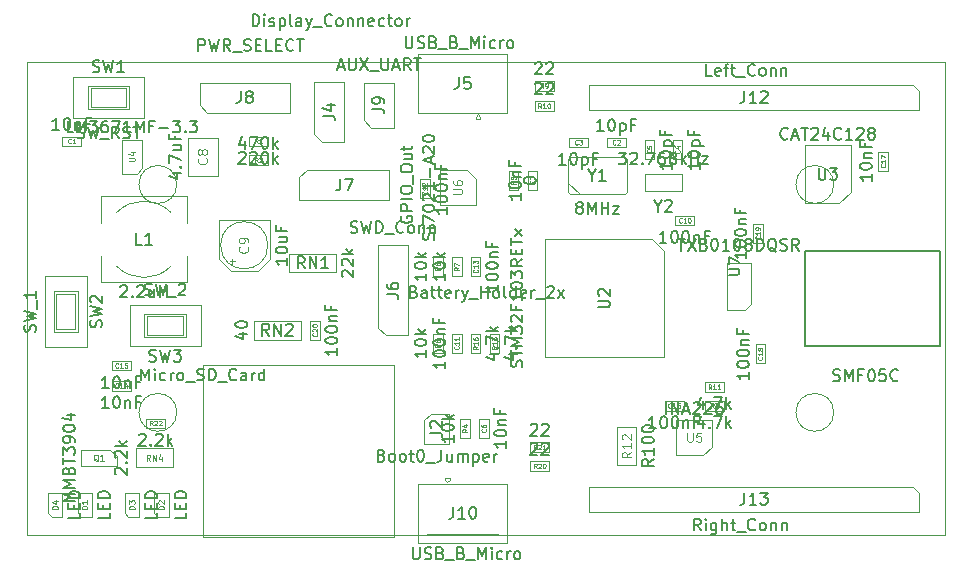
<source format=gbr>
G04 #@! TF.GenerationSoftware,KiCad,Pcbnew,5.99.0-unknown-89e9857~86~ubuntu18.04.1*
G04 #@! TF.CreationDate,2019-10-10T16:09:36-04:00*
G04 #@! TF.ProjectId,node_base,6e6f6465-5f62-4617-9365-2e6b69636164,rev?*
G04 #@! TF.SameCoordinates,Original*
G04 #@! TF.FileFunction,Other,Fab,Top*
%FSLAX46Y46*%
G04 Gerber Fmt 4.6, Leading zero omitted, Abs format (unit mm)*
G04 Created by KiCad (PCBNEW 5.99.0-unknown-89e9857~86~ubuntu18.04.1) date 2019-10-10 16:09:36*
%MOMM*%
%LPD*%
G04 APERTURE LIST*
%ADD10C,0.100000*%
%ADD11C,0.120000*%
%ADD12C,0.150000*%
%ADD13C,0.060000*%
%ADD14C,0.080000*%
%ADD15C,0.075000*%
%ADD16C,0.110000*%
G04 APERTURE END LIST*
D10*
X105900000Y-93487500D02*
X105100000Y-93487500D01*
X105100000Y-93487500D02*
X105100000Y-91887500D01*
X105100000Y-91887500D02*
X105900000Y-91887500D01*
X105900000Y-91887500D02*
X105900000Y-93487500D01*
X126900000Y-80200000D02*
X127900000Y-81200000D01*
X126900000Y-78200000D02*
X127100000Y-78000000D01*
X126900000Y-81000000D02*
X126900000Y-78200000D01*
X127100000Y-81200000D02*
X126900000Y-81000000D01*
X131700000Y-81200000D02*
X127100000Y-81200000D01*
X131900000Y-81000000D02*
X131700000Y-81200000D01*
X131900000Y-78200000D02*
X131900000Y-81000000D01*
X131700000Y-78000000D02*
X131900000Y-78200000D01*
X127100000Y-78000000D02*
X131700000Y-78000000D01*
D11*
X158850000Y-70000000D02*
X81150000Y-70000000D01*
X158850000Y-110000000D02*
X158850000Y-70000000D01*
X158850000Y-110000000D02*
X81150000Y-110000000D01*
X81150000Y-70000000D02*
X81150000Y-110000000D01*
X93790000Y-80350000D02*
G75*
G03X93790000Y-80350000I-1600000J0D01*
G01*
X93790000Y-99650000D02*
G75*
G03X93790000Y-99650000I-1600000J0D01*
G01*
X149410000Y-99650000D02*
G75*
G03X149410000Y-99650000I-1600000J0D01*
G01*
X149410000Y-80350000D02*
G75*
G03X149410000Y-80350000I-1600000J0D01*
G01*
D10*
X86600000Y-106500000D02*
X85400000Y-106500000D01*
X86600000Y-108500000D02*
X86600000Y-106500000D01*
X85700000Y-108500000D02*
X86600000Y-108500000D01*
X85400000Y-108200000D02*
X85700000Y-108500000D01*
X85400000Y-106500000D02*
X85400000Y-108200000D01*
X96365000Y-74270000D02*
X95730000Y-73635000D01*
X103350000Y-74270000D02*
X96365000Y-74270000D01*
X103350000Y-71730000D02*
X103350000Y-74270000D01*
X95730000Y-71730000D02*
X103350000Y-71730000D01*
X95730000Y-73635000D02*
X95730000Y-71730000D01*
X107970000Y-71655000D02*
X107970000Y-76735000D01*
X105430000Y-71655000D02*
X107970000Y-71655000D01*
X105430000Y-76100000D02*
X105430000Y-71655000D01*
X106065000Y-76735000D02*
X105430000Y-76100000D01*
X107970000Y-76735000D02*
X106065000Y-76735000D01*
X119500000Y-93000000D02*
X119500000Y-94600000D01*
X118700000Y-93000000D02*
X119500000Y-93000000D01*
X118700000Y-94600000D02*
X118700000Y-93000000D01*
X119500000Y-94600000D02*
X118700000Y-94600000D01*
X121100000Y-93000000D02*
X121100000Y-94600000D01*
X120300000Y-93000000D02*
X121100000Y-93000000D01*
X120300000Y-94600000D02*
X120300000Y-93000000D01*
X121100000Y-94600000D02*
X120300000Y-94600000D01*
X140100000Y-97900000D02*
X138500000Y-97900000D01*
X140100000Y-97100000D02*
X140100000Y-97900000D01*
X138500000Y-97100000D02*
X140100000Y-97100000D01*
X138500000Y-97900000D02*
X138500000Y-97100000D01*
X140100000Y-99500000D02*
X138500000Y-99500000D01*
X140100000Y-98700000D02*
X140100000Y-99500000D01*
X138500000Y-98700000D02*
X140100000Y-98700000D01*
X138500000Y-99500000D02*
X138500000Y-98700000D01*
X93500000Y-102700000D02*
X93500000Y-104300000D01*
X93500000Y-104300000D02*
X90300000Y-104300000D01*
X90300000Y-104300000D02*
X90300000Y-102700000D01*
X90300000Y-102700000D02*
X93500000Y-102700000D01*
X141900000Y-91000000D02*
X142400000Y-90500000D01*
X141900000Y-91000000D02*
X140400000Y-91000000D01*
X142400000Y-87000000D02*
X142400000Y-90500000D01*
X140400000Y-87000000D02*
X142400000Y-87000000D01*
X140400000Y-91000000D02*
X140400000Y-87000000D01*
X94550000Y-93300000D02*
X91050000Y-93300000D01*
X91050000Y-93300000D02*
X91050000Y-91300000D01*
X91050000Y-91300000D02*
X94550000Y-91300000D01*
X94550000Y-91300000D02*
X94550000Y-93300000D01*
X94300000Y-91500000D02*
X91300000Y-91500000D01*
X94300000Y-93100000D02*
X91300000Y-93100000D01*
X91300000Y-93100000D02*
X91300000Y-91500000D01*
X94300000Y-93100000D02*
X94300000Y-91500000D01*
X95800000Y-90550000D02*
X89800000Y-90550000D01*
X95800000Y-94050000D02*
X89800000Y-94050000D01*
X95800000Y-94050000D02*
X95800000Y-90550000D01*
X89800000Y-94050000D02*
X89800000Y-90550000D01*
X104300000Y-91900000D02*
X100300000Y-91900000D01*
X100300000Y-91900000D02*
X100300000Y-93500000D01*
X100300000Y-93500000D02*
X104300000Y-93500000D01*
X104300000Y-93500000D02*
X104300000Y-91900000D01*
X103300000Y-87800000D02*
X107300000Y-87800000D01*
X107300000Y-87800000D02*
X107300000Y-86200000D01*
X107300000Y-86200000D02*
X103300000Y-86200000D01*
X103300000Y-86200000D02*
X103300000Y-87800000D01*
X91200000Y-100975000D02*
X91200000Y-100175000D01*
X91200000Y-100175000D02*
X92800000Y-100175000D01*
X92800000Y-100175000D02*
X92800000Y-100975000D01*
X92800000Y-100975000D02*
X91200000Y-100975000D01*
X125312500Y-102200000D02*
X125312500Y-103000000D01*
X125312500Y-103000000D02*
X123712500Y-103000000D01*
X123712500Y-103000000D02*
X123712500Y-102200000D01*
X123712500Y-102200000D02*
X125312500Y-102200000D01*
X125312500Y-103800000D02*
X125312500Y-104600000D01*
X125312500Y-104600000D02*
X123712500Y-104600000D01*
X123712500Y-104600000D02*
X123712500Y-103800000D01*
X123712500Y-103800000D02*
X125312500Y-103800000D01*
X125700000Y-73300000D02*
X125700000Y-74100000D01*
X125700000Y-74100000D02*
X124100000Y-74100000D01*
X124100000Y-74100000D02*
X124100000Y-73300000D01*
X124100000Y-73300000D02*
X125700000Y-73300000D01*
X125700000Y-71600000D02*
X125700000Y-72400000D01*
X125700000Y-72400000D02*
X124100000Y-72400000D01*
X124100000Y-72400000D02*
X124100000Y-71600000D01*
X124100000Y-71600000D02*
X125700000Y-71600000D01*
X115500000Y-93000000D02*
X116300000Y-93000000D01*
X116300000Y-93000000D02*
X116300000Y-94600000D01*
X116300000Y-94600000D02*
X115500000Y-94600000D01*
X115500000Y-94600000D02*
X115500000Y-93000000D01*
X117100000Y-86500000D02*
X117900000Y-86500000D01*
X117900000Y-86500000D02*
X117900000Y-88100000D01*
X117900000Y-88100000D02*
X117100000Y-88100000D01*
X117100000Y-88100000D02*
X117100000Y-86500000D01*
X115500000Y-86500000D02*
X116300000Y-86500000D01*
X116300000Y-86500000D02*
X116300000Y-88100000D01*
X116300000Y-88100000D02*
X115500000Y-88100000D01*
X115500000Y-88100000D02*
X115500000Y-86500000D01*
X117800000Y-100200000D02*
X118600000Y-100200000D01*
X118600000Y-100200000D02*
X118600000Y-101800000D01*
X118600000Y-101800000D02*
X117800000Y-101800000D01*
X117800000Y-101800000D02*
X117800000Y-100200000D01*
X101500000Y-77900000D02*
X101500000Y-78700000D01*
X101500000Y-78700000D02*
X99900000Y-78700000D01*
X99900000Y-78700000D02*
X99900000Y-77900000D01*
X99900000Y-77900000D02*
X101500000Y-77900000D01*
X99900000Y-77100000D02*
X99900000Y-76300000D01*
X99900000Y-76300000D02*
X101500000Y-76300000D01*
X101500000Y-76300000D02*
X101500000Y-77100000D01*
X101500000Y-77100000D02*
X99900000Y-77100000D01*
X88150000Y-102800000D02*
X85700000Y-102800000D01*
X88720000Y-103350000D02*
X88720000Y-104200000D01*
X88150000Y-102800000D02*
X88720000Y-103350000D01*
X88720000Y-104200000D02*
X85680000Y-104200000D01*
X85680000Y-102800000D02*
X85680000Y-104200000D01*
X121750000Y-110687500D02*
X121750000Y-105687500D01*
X115000000Y-109989204D02*
X121000000Y-109989204D01*
X114250000Y-110689204D02*
X121750000Y-110689204D01*
X114250000Y-105687500D02*
X121750000Y-105687500D01*
X114250000Y-110687500D02*
X114250000Y-105687500D01*
X116700000Y-105587500D02*
X116500000Y-105387500D01*
X116900000Y-105387500D02*
X116700000Y-105587500D01*
X116500000Y-105177500D02*
X116900000Y-105177500D01*
X116500000Y-105177500D02*
X116500000Y-105387500D01*
X116900000Y-105177500D02*
X116900000Y-105387500D01*
X112170000Y-75535000D02*
X110265000Y-75535000D01*
X110265000Y-75535000D02*
X109630000Y-74900000D01*
X109630000Y-74900000D02*
X109630000Y-71725000D01*
X109630000Y-71725000D02*
X112170000Y-71725000D01*
X112170000Y-71725000D02*
X112170000Y-75535000D01*
X104165000Y-81670000D02*
X104165000Y-79765000D01*
X104165000Y-79765000D02*
X104800000Y-79130000D01*
X104800000Y-79130000D02*
X111785000Y-79130000D01*
X111785000Y-79130000D02*
X111785000Y-81670000D01*
X111785000Y-81670000D02*
X104165000Y-81670000D01*
X113370000Y-93135000D02*
X111465000Y-93135000D01*
X111465000Y-93135000D02*
X110830000Y-92500000D01*
X110830000Y-92500000D02*
X110830000Y-85515000D01*
X110830000Y-85515000D02*
X113370000Y-85515000D01*
X113370000Y-85515000D02*
X113370000Y-93135000D01*
D11*
X96000000Y-95608000D02*
X96000000Y-110208000D01*
X96000000Y-110208000D02*
X112200000Y-110208000D01*
X112200000Y-110208000D02*
X112200000Y-95608000D01*
X112200000Y-95608000D02*
X96000000Y-95608000D01*
D10*
X82900000Y-106500000D02*
X82900000Y-108200000D01*
X82900000Y-108200000D02*
X83200000Y-108500000D01*
X83200000Y-108500000D02*
X84100000Y-108500000D01*
X84100000Y-108500000D02*
X84100000Y-106500000D01*
X84100000Y-106500000D02*
X82900000Y-106500000D01*
X89400000Y-106500000D02*
X89400000Y-108200000D01*
X89400000Y-108200000D02*
X89700000Y-108500000D01*
X89700000Y-108500000D02*
X90600000Y-108500000D01*
X90600000Y-108500000D02*
X90600000Y-106500000D01*
X90600000Y-106500000D02*
X89400000Y-106500000D01*
X91900000Y-106500000D02*
X91900000Y-108200000D01*
X91900000Y-108200000D02*
X92200000Y-108500000D01*
X92200000Y-108500000D02*
X93100000Y-108500000D01*
X93100000Y-108500000D02*
X93100000Y-106500000D01*
X93100000Y-106500000D02*
X91900000Y-106500000D01*
X142600000Y-83700000D02*
X143400000Y-83700000D01*
X143400000Y-83700000D02*
X143400000Y-85300000D01*
X143400000Y-85300000D02*
X142600000Y-85300000D01*
X142600000Y-85300000D02*
X142600000Y-83700000D01*
X142800000Y-93900000D02*
X143600000Y-93900000D01*
X143600000Y-93900000D02*
X143600000Y-95500000D01*
X143600000Y-95500000D02*
X142800000Y-95500000D01*
X142800000Y-95500000D02*
X142800000Y-93900000D01*
X153200000Y-77600000D02*
X154000000Y-77600000D01*
X154000000Y-77600000D02*
X154000000Y-79200000D01*
X154000000Y-79200000D02*
X153200000Y-79200000D01*
X153200000Y-79200000D02*
X153200000Y-77600000D01*
X135100000Y-99500000D02*
X135100000Y-98700000D01*
X135100000Y-98700000D02*
X136700000Y-98700000D01*
X136700000Y-98700000D02*
X136700000Y-99500000D01*
X136700000Y-99500000D02*
X135100000Y-99500000D01*
X88300000Y-96100000D02*
X88300000Y-95300000D01*
X88300000Y-95300000D02*
X89900000Y-95300000D01*
X89900000Y-95300000D02*
X89900000Y-96100000D01*
X89900000Y-96100000D02*
X88300000Y-96100000D01*
X88300000Y-97800000D02*
X88300000Y-97000000D01*
X88300000Y-97000000D02*
X89900000Y-97000000D01*
X89900000Y-97000000D02*
X89900000Y-97800000D01*
X89900000Y-97800000D02*
X88300000Y-97800000D01*
X119500000Y-88100000D02*
X118700000Y-88100000D01*
X118700000Y-88100000D02*
X118700000Y-86500000D01*
X118700000Y-86500000D02*
X119500000Y-86500000D01*
X119500000Y-86500000D02*
X119500000Y-88100000D01*
X115200000Y-81500000D02*
X114400000Y-81500000D01*
X114400000Y-81500000D02*
X114400000Y-79900000D01*
X114400000Y-79900000D02*
X115200000Y-79900000D01*
X115200000Y-79900000D02*
X115200000Y-81500000D01*
X117100000Y-93000000D02*
X117900000Y-93000000D01*
X117900000Y-93000000D02*
X117900000Y-94600000D01*
X117900000Y-94600000D02*
X117100000Y-94600000D01*
X117100000Y-94600000D02*
X117100000Y-93000000D01*
X136000000Y-83800000D02*
X136000000Y-83000000D01*
X136000000Y-83000000D02*
X137600000Y-83000000D01*
X137600000Y-83000000D02*
X137600000Y-83800000D01*
X137600000Y-83800000D02*
X136000000Y-83800000D01*
X123500000Y-79200000D02*
X124300000Y-79200000D01*
X124300000Y-79200000D02*
X124300000Y-80800000D01*
X124300000Y-80800000D02*
X123500000Y-80800000D01*
X123500000Y-80800000D02*
X123500000Y-79200000D01*
X120200000Y-101800000D02*
X119400000Y-101800000D01*
X119400000Y-101800000D02*
X119400000Y-100200000D01*
X119400000Y-100200000D02*
X120200000Y-100200000D01*
X120200000Y-100200000D02*
X120200000Y-101800000D01*
X134200000Y-78200000D02*
X133400000Y-78200000D01*
X133400000Y-78200000D02*
X133400000Y-76600000D01*
X133400000Y-76600000D02*
X134200000Y-76600000D01*
X134200000Y-76600000D02*
X134200000Y-78200000D01*
X136600000Y-78200000D02*
X135800000Y-78200000D01*
X135800000Y-78200000D02*
X135800000Y-76600000D01*
X135800000Y-76600000D02*
X136600000Y-76600000D01*
X136600000Y-76600000D02*
X136600000Y-78200000D01*
X127000000Y-77200000D02*
X127000000Y-76400000D01*
X127000000Y-76400000D02*
X128600000Y-76400000D01*
X128600000Y-76400000D02*
X128600000Y-77200000D01*
X128600000Y-77200000D02*
X127000000Y-77200000D01*
X131800000Y-76400000D02*
X131800000Y-77200000D01*
X131800000Y-77200000D02*
X130200000Y-77200000D01*
X130200000Y-77200000D02*
X130200000Y-76400000D01*
X130200000Y-76400000D02*
X131800000Y-76400000D01*
X85700000Y-76300000D02*
X85700000Y-77100000D01*
X85700000Y-77100000D02*
X84100000Y-77100000D01*
X84100000Y-77100000D02*
X84100000Y-76300000D01*
X84100000Y-76300000D02*
X85700000Y-76300000D01*
X136600000Y-80950000D02*
X136600000Y-79450000D01*
X133400000Y-80950000D02*
X133400000Y-79450000D01*
X136600000Y-80950000D02*
X133400000Y-80950000D01*
X136600000Y-79450000D02*
X133400000Y-79450000D01*
X119100000Y-79850000D02*
X119100000Y-82100000D01*
X119100000Y-82100000D02*
X116100000Y-82100000D01*
X116100000Y-82100000D02*
X116100000Y-79100000D01*
X116100000Y-79100000D02*
X118350000Y-79100000D01*
X118350000Y-79100000D02*
X119100000Y-79850000D01*
X139100000Y-102550000D02*
X138350000Y-103300000D01*
X139100000Y-100300000D02*
X139100000Y-102550000D01*
X136100000Y-100300000D02*
X139100000Y-100300000D01*
X136100000Y-103300000D02*
X136100000Y-100300000D01*
X138350000Y-103300000D02*
X136100000Y-103300000D01*
X90880000Y-79000000D02*
X90430000Y-79450000D01*
X89120000Y-79450000D02*
X90430000Y-79450000D01*
X90880000Y-79000000D02*
X90880000Y-76550000D01*
X89120000Y-76550000D02*
X90880000Y-76550000D01*
X89120000Y-79450000D02*
X89120000Y-76550000D01*
X149875000Y-81950000D02*
X146950000Y-81950000D01*
X146950000Y-81950000D02*
X146950000Y-77050000D01*
X146950000Y-77050000D02*
X150850000Y-77050000D01*
X150850000Y-77050000D02*
X150850000Y-80975000D01*
X150850000Y-80975000D02*
X149875000Y-81950000D01*
X135000000Y-86000000D02*
X135000000Y-95000000D01*
X135000000Y-95000000D02*
X125000000Y-95000000D01*
X125000000Y-95000000D02*
X125000000Y-85000000D01*
X125000000Y-85000000D02*
X134000000Y-85000000D01*
X134000000Y-85000000D02*
X135000000Y-86000000D01*
X85400000Y-89350000D02*
X85400000Y-92850000D01*
X85400000Y-92850000D02*
X83400000Y-92850000D01*
X83400000Y-92850000D02*
X83400000Y-89350000D01*
X83400000Y-89350000D02*
X85400000Y-89350000D01*
X83600000Y-89600000D02*
X83600000Y-92600000D01*
X85200000Y-89600000D02*
X85200000Y-92600000D01*
X85200000Y-92600000D02*
X83600000Y-92600000D01*
X85200000Y-89600000D02*
X83600000Y-89600000D01*
X82650000Y-88100000D02*
X82650000Y-94100000D01*
X86150000Y-88100000D02*
X86150000Y-94100000D01*
X86150000Y-88100000D02*
X82650000Y-88100000D01*
X86150000Y-94100000D02*
X82650000Y-94100000D01*
X86250000Y-72000000D02*
X89750000Y-72000000D01*
X89750000Y-72000000D02*
X89750000Y-74000000D01*
X89750000Y-74000000D02*
X86250000Y-74000000D01*
X86250000Y-74000000D02*
X86250000Y-72000000D01*
X86500000Y-73800000D02*
X89500000Y-73800000D01*
X86500000Y-72200000D02*
X89500000Y-72200000D01*
X89500000Y-72200000D02*
X89500000Y-73800000D01*
X86500000Y-72200000D02*
X86500000Y-73800000D01*
X85000000Y-74750000D02*
X91000000Y-74750000D01*
X85000000Y-71250000D02*
X91000000Y-71250000D01*
X85000000Y-71250000D02*
X85000000Y-74750000D01*
X91000000Y-71250000D02*
X91000000Y-74750000D01*
X132700000Y-104100000D02*
X131100000Y-104100000D01*
X131100000Y-104100000D02*
X131100000Y-100900000D01*
X131100000Y-100900000D02*
X132700000Y-100900000D01*
X132700000Y-100900000D02*
X132700000Y-104100000D01*
X122700000Y-80800000D02*
X121900000Y-80800000D01*
X121900000Y-80800000D02*
X121900000Y-79200000D01*
X121900000Y-79200000D02*
X122700000Y-79200000D01*
X122700000Y-79200000D02*
X122700000Y-80800000D01*
X94650000Y-88650000D02*
X94650000Y-86400000D01*
X94650000Y-81350000D02*
X94650000Y-83600000D01*
X87350000Y-88650000D02*
X87350000Y-86400000D01*
X87350000Y-81350000D02*
X87350000Y-83600000D01*
X94650000Y-88650000D02*
X87350000Y-88650000D01*
X87350000Y-81350000D02*
X94650000Y-81350000D01*
X88710000Y-87290000D02*
G75*
G03X93290000Y-87290000I2290000J2290000D01*
G01*
X93290000Y-82710000D02*
G75*
G03X88710000Y-82710000I-2290000J-2290000D01*
G01*
X156635000Y-106475000D02*
X156635000Y-108050000D01*
X156635000Y-108050000D02*
X128695000Y-108050000D01*
X128695000Y-108050000D02*
X128695000Y-105950000D01*
X128695000Y-105950000D02*
X156110000Y-105950000D01*
X156110000Y-105950000D02*
X156635000Y-106475000D01*
X156635000Y-72475000D02*
X156635000Y-74050000D01*
X156635000Y-74050000D02*
X128695000Y-74050000D01*
X128695000Y-74050000D02*
X128695000Y-71950000D01*
X128695000Y-71950000D02*
X156110000Y-71950000D01*
X156110000Y-71950000D02*
X156635000Y-72475000D01*
X114250000Y-69312500D02*
X114250000Y-74312500D01*
X121000000Y-70010796D02*
X115000000Y-70010796D01*
X121750000Y-69310796D02*
X114250000Y-69310796D01*
X121750000Y-74312500D02*
X114250000Y-74312500D01*
X121750000Y-69312500D02*
X121750000Y-74312500D01*
X119300000Y-74412500D02*
X119500000Y-74612500D01*
X119100000Y-74612500D02*
X119300000Y-74412500D01*
X119500000Y-74822500D02*
X119100000Y-74822500D01*
X119500000Y-74822500D02*
X119500000Y-74612500D01*
X119100000Y-74822500D02*
X119100000Y-74612500D01*
X115275000Y-99765000D02*
X116850000Y-99765000D01*
X116850000Y-99765000D02*
X116850000Y-102305000D01*
X116850000Y-102305000D02*
X114750000Y-102305000D01*
X114750000Y-102305000D02*
X114750000Y-100290000D01*
X114750000Y-100290000D02*
X115275000Y-99765000D01*
D12*
X158450000Y-94000000D02*
X158450000Y-86000000D01*
X158400000Y-86000000D02*
X146950000Y-86000000D01*
X146950000Y-86000000D02*
X146950000Y-94000000D01*
X146950000Y-94000000D02*
X158400000Y-94000000D01*
D10*
X101500000Y-85500000D02*
G75*
G03X101500000Y-85500000I-2000000J0D01*
G01*
X97350000Y-83350000D02*
X101650000Y-83350000D01*
X97350000Y-86650000D02*
X97350000Y-83350000D01*
X101650000Y-86650000D02*
X101650000Y-83350000D01*
X98350000Y-87650000D02*
X100650000Y-87650000D01*
X98350000Y-87650000D02*
X97350000Y-86650000D01*
X100650000Y-87650000D02*
X101650000Y-86650000D01*
X98500000Y-87074773D02*
X98500000Y-86674773D01*
X98300000Y-86874773D02*
X98700000Y-86874773D01*
X94750000Y-76400000D02*
X97250000Y-76400000D01*
X97250000Y-76400000D02*
X97250000Y-79600000D01*
X97250000Y-79600000D02*
X94750000Y-79600000D01*
X94750000Y-79600000D02*
X94750000Y-76400000D01*
D12*
X107382380Y-94235119D02*
X107382380Y-94806547D01*
X107382380Y-94520833D02*
X106382380Y-94520833D01*
X106525238Y-94616071D01*
X106620476Y-94711309D01*
X106668095Y-94806547D01*
X106382380Y-93616071D02*
X106382380Y-93520833D01*
X106430000Y-93425595D01*
X106477619Y-93377976D01*
X106572857Y-93330357D01*
X106763333Y-93282738D01*
X107001428Y-93282738D01*
X107191904Y-93330357D01*
X107287142Y-93377976D01*
X107334761Y-93425595D01*
X107382380Y-93520833D01*
X107382380Y-93616071D01*
X107334761Y-93711309D01*
X107287142Y-93758928D01*
X107191904Y-93806547D01*
X107001428Y-93854166D01*
X106763333Y-93854166D01*
X106572857Y-93806547D01*
X106477619Y-93758928D01*
X106430000Y-93711309D01*
X106382380Y-93616071D01*
X106382380Y-92663690D02*
X106382380Y-92568452D01*
X106430000Y-92473214D01*
X106477619Y-92425595D01*
X106572857Y-92377976D01*
X106763333Y-92330357D01*
X107001428Y-92330357D01*
X107191904Y-92377976D01*
X107287142Y-92425595D01*
X107334761Y-92473214D01*
X107382380Y-92568452D01*
X107382380Y-92663690D01*
X107334761Y-92758928D01*
X107287142Y-92806547D01*
X107191904Y-92854166D01*
X107001428Y-92901785D01*
X106763333Y-92901785D01*
X106572857Y-92854166D01*
X106477619Y-92806547D01*
X106430000Y-92758928D01*
X106382380Y-92663690D01*
X106715714Y-91901785D02*
X107382380Y-91901785D01*
X106810952Y-91901785D02*
X106763333Y-91854166D01*
X106715714Y-91758928D01*
X106715714Y-91616071D01*
X106763333Y-91520833D01*
X106858571Y-91473214D01*
X107382380Y-91473214D01*
X106858571Y-90663690D02*
X106858571Y-90997023D01*
X107382380Y-90997023D02*
X106382380Y-90997023D01*
X106382380Y-90520833D01*
D13*
X105642857Y-92944642D02*
X105661904Y-92963690D01*
X105680952Y-93020833D01*
X105680952Y-93058928D01*
X105661904Y-93116071D01*
X105623809Y-93154166D01*
X105585714Y-93173214D01*
X105509523Y-93192261D01*
X105452380Y-93192261D01*
X105376190Y-93173214D01*
X105338095Y-93154166D01*
X105300000Y-93116071D01*
X105280952Y-93058928D01*
X105280952Y-93020833D01*
X105300000Y-92963690D01*
X105319047Y-92944642D01*
X105319047Y-92792261D02*
X105300000Y-92773214D01*
X105280952Y-92735119D01*
X105280952Y-92639880D01*
X105300000Y-92601785D01*
X105319047Y-92582738D01*
X105357142Y-92563690D01*
X105395238Y-92563690D01*
X105452380Y-92582738D01*
X105680952Y-92811309D01*
X105680952Y-92563690D01*
X105280952Y-92316071D02*
X105280952Y-92277976D01*
X105300000Y-92239880D01*
X105319047Y-92220833D01*
X105357142Y-92201785D01*
X105433333Y-92182738D01*
X105528571Y-92182738D01*
X105604761Y-92201785D01*
X105642857Y-92220833D01*
X105661904Y-92239880D01*
X105680952Y-92277976D01*
X105680952Y-92316071D01*
X105661904Y-92354166D01*
X105642857Y-92373214D01*
X105604761Y-92392261D01*
X105528571Y-92411309D01*
X105433333Y-92411309D01*
X105357142Y-92392261D01*
X105319047Y-92373214D01*
X105300000Y-92354166D01*
X105280952Y-92316071D01*
D12*
X127804761Y-82280952D02*
X127709523Y-82233333D01*
X127661904Y-82185714D01*
X127614285Y-82090476D01*
X127614285Y-82042857D01*
X127661904Y-81947619D01*
X127709523Y-81900000D01*
X127804761Y-81852380D01*
X127995238Y-81852380D01*
X128090476Y-81900000D01*
X128138095Y-81947619D01*
X128185714Y-82042857D01*
X128185714Y-82090476D01*
X128138095Y-82185714D01*
X128090476Y-82233333D01*
X127995238Y-82280952D01*
X127804761Y-82280952D01*
X127709523Y-82328571D01*
X127661904Y-82376190D01*
X127614285Y-82471428D01*
X127614285Y-82661904D01*
X127661904Y-82757142D01*
X127709523Y-82804761D01*
X127804761Y-82852380D01*
X127995238Y-82852380D01*
X128090476Y-82804761D01*
X128138095Y-82757142D01*
X128185714Y-82661904D01*
X128185714Y-82471428D01*
X128138095Y-82376190D01*
X128090476Y-82328571D01*
X127995238Y-82280952D01*
X128614285Y-82852380D02*
X128614285Y-81852380D01*
X128947619Y-82566666D01*
X129280952Y-81852380D01*
X129280952Y-82852380D01*
X129757142Y-82852380D02*
X129757142Y-81852380D01*
X129757142Y-82328571D02*
X130328571Y-82328571D01*
X130328571Y-82852380D02*
X130328571Y-81852380D01*
X130709523Y-82185714D02*
X131233333Y-82185714D01*
X130709523Y-82852380D01*
X131233333Y-82852380D01*
X128923809Y-79576190D02*
X128923809Y-80052380D01*
X128590476Y-79052380D02*
X128923809Y-79576190D01*
X129257142Y-79052380D01*
X130114285Y-80052380D02*
X129542857Y-80052380D01*
X129828571Y-80052380D02*
X129828571Y-79052380D01*
X129733333Y-79195238D01*
X129638095Y-79290476D01*
X129542857Y-79338095D01*
X113857142Y-89428571D02*
X114000000Y-89476190D01*
X114047619Y-89523809D01*
X114095238Y-89619047D01*
X114095238Y-89761904D01*
X114047619Y-89857142D01*
X114000000Y-89904761D01*
X113904761Y-89952380D01*
X113523809Y-89952380D01*
X113523809Y-88952380D01*
X113857142Y-88952380D01*
X113952380Y-89000000D01*
X114000000Y-89047619D01*
X114047619Y-89142857D01*
X114047619Y-89238095D01*
X114000000Y-89333333D01*
X113952380Y-89380952D01*
X113857142Y-89428571D01*
X113523809Y-89428571D01*
X114952380Y-89952380D02*
X114952380Y-89428571D01*
X114904761Y-89333333D01*
X114809523Y-89285714D01*
X114619047Y-89285714D01*
X114523809Y-89333333D01*
X114952380Y-89904761D02*
X114857142Y-89952380D01*
X114619047Y-89952380D01*
X114523809Y-89904761D01*
X114476190Y-89809523D01*
X114476190Y-89714285D01*
X114523809Y-89619047D01*
X114619047Y-89571428D01*
X114857142Y-89571428D01*
X114952380Y-89523809D01*
X115285714Y-89285714D02*
X115666666Y-89285714D01*
X115428571Y-88952380D02*
X115428571Y-89809523D01*
X115476190Y-89904761D01*
X115571428Y-89952380D01*
X115666666Y-89952380D01*
X115857142Y-89285714D02*
X116238095Y-89285714D01*
X116000000Y-88952380D02*
X116000000Y-89809523D01*
X116047619Y-89904761D01*
X116142857Y-89952380D01*
X116238095Y-89952380D01*
X116952380Y-89904761D02*
X116857142Y-89952380D01*
X116666666Y-89952380D01*
X116571428Y-89904761D01*
X116523809Y-89809523D01*
X116523809Y-89428571D01*
X116571428Y-89333333D01*
X116666666Y-89285714D01*
X116857142Y-89285714D01*
X116952380Y-89333333D01*
X117000000Y-89428571D01*
X117000000Y-89523809D01*
X116523809Y-89619047D01*
X117428571Y-89952380D02*
X117428571Y-89285714D01*
X117428571Y-89476190D02*
X117476190Y-89380952D01*
X117523809Y-89333333D01*
X117619047Y-89285714D01*
X117714285Y-89285714D01*
X117952380Y-89285714D02*
X118190476Y-89952380D01*
X118428571Y-89285714D02*
X118190476Y-89952380D01*
X118095238Y-90190476D01*
X118047619Y-90238095D01*
X117952380Y-90285714D01*
X118571428Y-90047619D02*
X119333333Y-90047619D01*
X119571428Y-89952380D02*
X119571428Y-88952380D01*
X119571428Y-89428571D02*
X120142857Y-89428571D01*
X120142857Y-89952380D02*
X120142857Y-88952380D01*
X120761904Y-89952380D02*
X120666666Y-89904761D01*
X120619047Y-89857142D01*
X120571428Y-89761904D01*
X120571428Y-89476190D01*
X120619047Y-89380952D01*
X120666666Y-89333333D01*
X120761904Y-89285714D01*
X120904761Y-89285714D01*
X121000000Y-89333333D01*
X121047619Y-89380952D01*
X121095238Y-89476190D01*
X121095238Y-89761904D01*
X121047619Y-89857142D01*
X121000000Y-89904761D01*
X120904761Y-89952380D01*
X120761904Y-89952380D01*
X121666666Y-89952380D02*
X121571428Y-89904761D01*
X121523809Y-89809523D01*
X121523809Y-88952380D01*
X122476190Y-89952380D02*
X122476190Y-88952380D01*
X122476190Y-89904761D02*
X122380952Y-89952380D01*
X122190476Y-89952380D01*
X122095238Y-89904761D01*
X122047619Y-89857142D01*
X122000000Y-89761904D01*
X122000000Y-89476190D01*
X122047619Y-89380952D01*
X122095238Y-89333333D01*
X122190476Y-89285714D01*
X122380952Y-89285714D01*
X122476190Y-89333333D01*
X123333333Y-89904761D02*
X123238095Y-89952380D01*
X123047619Y-89952380D01*
X122952380Y-89904761D01*
X122904761Y-89809523D01*
X122904761Y-89428571D01*
X122952380Y-89333333D01*
X123047619Y-89285714D01*
X123238095Y-89285714D01*
X123333333Y-89333333D01*
X123380952Y-89428571D01*
X123380952Y-89523809D01*
X122904761Y-89619047D01*
X123809523Y-89952380D02*
X123809523Y-89285714D01*
X123809523Y-89476190D02*
X123857142Y-89380952D01*
X123904761Y-89333333D01*
X124000000Y-89285714D01*
X124095238Y-89285714D01*
X124190476Y-90047619D02*
X124952380Y-90047619D01*
X125142857Y-89047619D02*
X125190476Y-89000000D01*
X125285714Y-88952380D01*
X125523809Y-88952380D01*
X125619047Y-89000000D01*
X125666666Y-89047619D01*
X125714285Y-89142857D01*
X125714285Y-89238095D01*
X125666666Y-89380952D01*
X125095238Y-89952380D01*
X125714285Y-89952380D01*
X126047619Y-89952380D02*
X126571428Y-89285714D01*
X126047619Y-89285714D02*
X126571428Y-89952380D01*
X88102380Y-108142857D02*
X88102380Y-108619047D01*
X87102380Y-108619047D01*
X87578571Y-107809523D02*
X87578571Y-107476190D01*
X88102380Y-107333333D02*
X88102380Y-107809523D01*
X87102380Y-107809523D01*
X87102380Y-107333333D01*
X88102380Y-106904761D02*
X87102380Y-106904761D01*
X87102380Y-106666666D01*
X87150000Y-106523809D01*
X87245238Y-106428571D01*
X87340476Y-106380952D01*
X87530952Y-106333333D01*
X87673809Y-106333333D01*
X87864285Y-106380952D01*
X87959523Y-106428571D01*
X88054761Y-106523809D01*
X88102380Y-106666666D01*
X88102380Y-106904761D01*
D14*
X86226190Y-107869047D02*
X85726190Y-107869047D01*
X85726190Y-107750000D01*
X85750000Y-107678571D01*
X85797619Y-107630952D01*
X85845238Y-107607142D01*
X85940476Y-107583333D01*
X86011904Y-107583333D01*
X86107142Y-107607142D01*
X86154761Y-107630952D01*
X86202380Y-107678571D01*
X86226190Y-107750000D01*
X86226190Y-107869047D01*
X86226190Y-107107142D02*
X86226190Y-107392857D01*
X86226190Y-107250000D02*
X85726190Y-107250000D01*
X85797619Y-107297619D01*
X85845238Y-107345238D01*
X85869047Y-107392857D01*
D12*
X95619047Y-69052380D02*
X95619047Y-68052380D01*
X96000000Y-68052380D01*
X96095238Y-68100000D01*
X96142857Y-68147619D01*
X96190476Y-68242857D01*
X96190476Y-68385714D01*
X96142857Y-68480952D01*
X96095238Y-68528571D01*
X96000000Y-68576190D01*
X95619047Y-68576190D01*
X96523809Y-68052380D02*
X96761904Y-69052380D01*
X96952380Y-68338095D01*
X97142857Y-69052380D01*
X97380952Y-68052380D01*
X98333333Y-69052380D02*
X98000000Y-68576190D01*
X97761904Y-69052380D02*
X97761904Y-68052380D01*
X98142857Y-68052380D01*
X98238095Y-68100000D01*
X98285714Y-68147619D01*
X98333333Y-68242857D01*
X98333333Y-68385714D01*
X98285714Y-68480952D01*
X98238095Y-68528571D01*
X98142857Y-68576190D01*
X97761904Y-68576190D01*
X98523809Y-69147619D02*
X99285714Y-69147619D01*
X99476190Y-69004761D02*
X99619047Y-69052380D01*
X99857142Y-69052380D01*
X99952380Y-69004761D01*
X100000000Y-68957142D01*
X100047619Y-68861904D01*
X100047619Y-68766666D01*
X100000000Y-68671428D01*
X99952380Y-68623809D01*
X99857142Y-68576190D01*
X99666666Y-68528571D01*
X99571428Y-68480952D01*
X99523809Y-68433333D01*
X99476190Y-68338095D01*
X99476190Y-68242857D01*
X99523809Y-68147619D01*
X99571428Y-68100000D01*
X99666666Y-68052380D01*
X99904761Y-68052380D01*
X100047619Y-68100000D01*
X100476190Y-68528571D02*
X100809523Y-68528571D01*
X100952380Y-69052380D02*
X100476190Y-69052380D01*
X100476190Y-68052380D01*
X100952380Y-68052380D01*
X101857142Y-69052380D02*
X101380952Y-69052380D01*
X101380952Y-68052380D01*
X102190476Y-68528571D02*
X102523809Y-68528571D01*
X102666666Y-69052380D02*
X102190476Y-69052380D01*
X102190476Y-68052380D01*
X102666666Y-68052380D01*
X103666666Y-68957142D02*
X103619047Y-69004761D01*
X103476190Y-69052380D01*
X103380952Y-69052380D01*
X103238095Y-69004761D01*
X103142857Y-68909523D01*
X103095238Y-68814285D01*
X103047619Y-68623809D01*
X103047619Y-68480952D01*
X103095238Y-68290476D01*
X103142857Y-68195238D01*
X103238095Y-68100000D01*
X103380952Y-68052380D01*
X103476190Y-68052380D01*
X103619047Y-68100000D01*
X103666666Y-68147619D01*
X103952380Y-68052380D02*
X104523809Y-68052380D01*
X104238095Y-69052380D02*
X104238095Y-68052380D01*
X99206666Y-72452380D02*
X99206666Y-73166666D01*
X99159047Y-73309523D01*
X99063809Y-73404761D01*
X98920952Y-73452380D01*
X98825714Y-73452380D01*
X99825714Y-72880952D02*
X99730476Y-72833333D01*
X99682857Y-72785714D01*
X99635238Y-72690476D01*
X99635238Y-72642857D01*
X99682857Y-72547619D01*
X99730476Y-72500000D01*
X99825714Y-72452380D01*
X100016190Y-72452380D01*
X100111428Y-72500000D01*
X100159047Y-72547619D01*
X100206666Y-72642857D01*
X100206666Y-72690476D01*
X100159047Y-72785714D01*
X100111428Y-72833333D01*
X100016190Y-72880952D01*
X99825714Y-72880952D01*
X99730476Y-72928571D01*
X99682857Y-72976190D01*
X99635238Y-73071428D01*
X99635238Y-73261904D01*
X99682857Y-73357142D01*
X99730476Y-73404761D01*
X99825714Y-73452380D01*
X100016190Y-73452380D01*
X100111428Y-73404761D01*
X100159047Y-73357142D01*
X100206666Y-73261904D01*
X100206666Y-73071428D01*
X100159047Y-72976190D01*
X100111428Y-72928571D01*
X100016190Y-72880952D01*
X100204761Y-66952380D02*
X100204761Y-65952380D01*
X100442857Y-65952380D01*
X100585714Y-66000000D01*
X100680952Y-66095238D01*
X100728571Y-66190476D01*
X100776190Y-66380952D01*
X100776190Y-66523809D01*
X100728571Y-66714285D01*
X100680952Y-66809523D01*
X100585714Y-66904761D01*
X100442857Y-66952380D01*
X100204761Y-66952380D01*
X101204761Y-66952380D02*
X101204761Y-66285714D01*
X101204761Y-65952380D02*
X101157142Y-66000000D01*
X101204761Y-66047619D01*
X101252380Y-66000000D01*
X101204761Y-65952380D01*
X101204761Y-66047619D01*
X101633333Y-66904761D02*
X101728571Y-66952380D01*
X101919047Y-66952380D01*
X102014285Y-66904761D01*
X102061904Y-66809523D01*
X102061904Y-66761904D01*
X102014285Y-66666666D01*
X101919047Y-66619047D01*
X101776190Y-66619047D01*
X101680952Y-66571428D01*
X101633333Y-66476190D01*
X101633333Y-66428571D01*
X101680952Y-66333333D01*
X101776190Y-66285714D01*
X101919047Y-66285714D01*
X102014285Y-66333333D01*
X102490476Y-66285714D02*
X102490476Y-67285714D01*
X102490476Y-66333333D02*
X102585714Y-66285714D01*
X102776190Y-66285714D01*
X102871428Y-66333333D01*
X102919047Y-66380952D01*
X102966666Y-66476190D01*
X102966666Y-66761904D01*
X102919047Y-66857142D01*
X102871428Y-66904761D01*
X102776190Y-66952380D01*
X102585714Y-66952380D01*
X102490476Y-66904761D01*
X103538095Y-66952380D02*
X103442857Y-66904761D01*
X103395238Y-66809523D01*
X103395238Y-65952380D01*
X104347619Y-66952380D02*
X104347619Y-66428571D01*
X104300000Y-66333333D01*
X104204761Y-66285714D01*
X104014285Y-66285714D01*
X103919047Y-66333333D01*
X104347619Y-66904761D02*
X104252380Y-66952380D01*
X104014285Y-66952380D01*
X103919047Y-66904761D01*
X103871428Y-66809523D01*
X103871428Y-66714285D01*
X103919047Y-66619047D01*
X104014285Y-66571428D01*
X104252380Y-66571428D01*
X104347619Y-66523809D01*
X104728571Y-66285714D02*
X104966666Y-66952380D01*
X105204761Y-66285714D02*
X104966666Y-66952380D01*
X104871428Y-67190476D01*
X104823809Y-67238095D01*
X104728571Y-67285714D01*
X105347619Y-67047619D02*
X106109523Y-67047619D01*
X106919047Y-66857142D02*
X106871428Y-66904761D01*
X106728571Y-66952380D01*
X106633333Y-66952380D01*
X106490476Y-66904761D01*
X106395238Y-66809523D01*
X106347619Y-66714285D01*
X106300000Y-66523809D01*
X106300000Y-66380952D01*
X106347619Y-66190476D01*
X106395238Y-66095238D01*
X106490476Y-66000000D01*
X106633333Y-65952380D01*
X106728571Y-65952380D01*
X106871428Y-66000000D01*
X106919047Y-66047619D01*
X107490476Y-66952380D02*
X107395238Y-66904761D01*
X107347619Y-66857142D01*
X107300000Y-66761904D01*
X107300000Y-66476190D01*
X107347619Y-66380952D01*
X107395238Y-66333333D01*
X107490476Y-66285714D01*
X107633333Y-66285714D01*
X107728571Y-66333333D01*
X107776190Y-66380952D01*
X107823809Y-66476190D01*
X107823809Y-66761904D01*
X107776190Y-66857142D01*
X107728571Y-66904761D01*
X107633333Y-66952380D01*
X107490476Y-66952380D01*
X108252380Y-66285714D02*
X108252380Y-66952380D01*
X108252380Y-66380952D02*
X108300000Y-66333333D01*
X108395238Y-66285714D01*
X108538095Y-66285714D01*
X108633333Y-66333333D01*
X108680952Y-66428571D01*
X108680952Y-66952380D01*
X109157142Y-66285714D02*
X109157142Y-66952380D01*
X109157142Y-66380952D02*
X109204761Y-66333333D01*
X109300000Y-66285714D01*
X109442857Y-66285714D01*
X109538095Y-66333333D01*
X109585714Y-66428571D01*
X109585714Y-66952380D01*
X110442857Y-66904761D02*
X110347619Y-66952380D01*
X110157142Y-66952380D01*
X110061904Y-66904761D01*
X110014285Y-66809523D01*
X110014285Y-66428571D01*
X110061904Y-66333333D01*
X110157142Y-66285714D01*
X110347619Y-66285714D01*
X110442857Y-66333333D01*
X110490476Y-66428571D01*
X110490476Y-66523809D01*
X110014285Y-66619047D01*
X111347619Y-66904761D02*
X111252380Y-66952380D01*
X111061904Y-66952380D01*
X110966666Y-66904761D01*
X110919047Y-66857142D01*
X110871428Y-66761904D01*
X110871428Y-66476190D01*
X110919047Y-66380952D01*
X110966666Y-66333333D01*
X111061904Y-66285714D01*
X111252380Y-66285714D01*
X111347619Y-66333333D01*
X111633333Y-66285714D02*
X112014285Y-66285714D01*
X111776190Y-65952380D02*
X111776190Y-66809523D01*
X111823809Y-66904761D01*
X111919047Y-66952380D01*
X112014285Y-66952380D01*
X112490476Y-66952380D02*
X112395238Y-66904761D01*
X112347619Y-66857142D01*
X112300000Y-66761904D01*
X112300000Y-66476190D01*
X112347619Y-66380952D01*
X112395238Y-66333333D01*
X112490476Y-66285714D01*
X112633333Y-66285714D01*
X112728571Y-66333333D01*
X112776190Y-66380952D01*
X112823809Y-66476190D01*
X112823809Y-66761904D01*
X112776190Y-66857142D01*
X112728571Y-66904761D01*
X112633333Y-66952380D01*
X112490476Y-66952380D01*
X113252380Y-66952380D02*
X113252380Y-66285714D01*
X113252380Y-66476190D02*
X113300000Y-66380952D01*
X113347619Y-66333333D01*
X113442857Y-66285714D01*
X113538095Y-66285714D01*
X106152380Y-74528333D02*
X106866666Y-74528333D01*
X107009523Y-74575952D01*
X107104761Y-74671190D01*
X107152380Y-74814047D01*
X107152380Y-74909285D01*
X106485714Y-73623571D02*
X107152380Y-73623571D01*
X106104761Y-73861666D02*
X106819047Y-74099761D01*
X106819047Y-73480714D01*
X120315714Y-94728571D02*
X120982380Y-94728571D01*
X119934761Y-94966666D02*
X120649047Y-95204761D01*
X120649047Y-94585714D01*
X120887142Y-94204761D02*
X120934761Y-94157142D01*
X120982380Y-94204761D01*
X120934761Y-94252380D01*
X120887142Y-94204761D01*
X120982380Y-94204761D01*
X119982380Y-93823809D02*
X119982380Y-93157142D01*
X120982380Y-93585714D01*
X120982380Y-92776190D02*
X119982380Y-92776190D01*
X120601428Y-92680952D02*
X120982380Y-92395238D01*
X120315714Y-92395238D02*
X120696666Y-92776190D01*
D13*
X119280952Y-94057142D02*
X119090476Y-94190476D01*
X119280952Y-94285714D02*
X118880952Y-94285714D01*
X118880952Y-94133333D01*
X118900000Y-94095238D01*
X118919047Y-94076190D01*
X118957142Y-94057142D01*
X119014285Y-94057142D01*
X119052380Y-94076190D01*
X119071428Y-94095238D01*
X119090476Y-94133333D01*
X119090476Y-94285714D01*
X119280952Y-93676190D02*
X119280952Y-93904761D01*
X119280952Y-93790476D02*
X118880952Y-93790476D01*
X118938095Y-93828571D01*
X118976190Y-93866666D01*
X118995238Y-93904761D01*
X118880952Y-93333333D02*
X118880952Y-93409523D01*
X118900000Y-93447619D01*
X118919047Y-93466666D01*
X118976190Y-93504761D01*
X119052380Y-93523809D01*
X119204761Y-93523809D01*
X119242857Y-93504761D01*
X119261904Y-93485714D01*
X119280952Y-93447619D01*
X119280952Y-93371428D01*
X119261904Y-93333333D01*
X119242857Y-93314285D01*
X119204761Y-93295238D01*
X119109523Y-93295238D01*
X119071428Y-93314285D01*
X119052380Y-93333333D01*
X119033333Y-93371428D01*
X119033333Y-93447619D01*
X119052380Y-93485714D01*
X119071428Y-93504761D01*
X119109523Y-93523809D01*
D12*
X121915714Y-94728571D02*
X122582380Y-94728571D01*
X121534761Y-94966666D02*
X122249047Y-95204761D01*
X122249047Y-94585714D01*
X122487142Y-94204761D02*
X122534761Y-94157142D01*
X122582380Y-94204761D01*
X122534761Y-94252380D01*
X122487142Y-94204761D01*
X122582380Y-94204761D01*
X121582380Y-93823809D02*
X121582380Y-93157142D01*
X122582380Y-93585714D01*
X122582380Y-92776190D02*
X121582380Y-92776190D01*
X122201428Y-92680952D02*
X122582380Y-92395238D01*
X121915714Y-92395238D02*
X122296666Y-92776190D01*
D13*
X120880952Y-94057142D02*
X120690476Y-94190476D01*
X120880952Y-94285714D02*
X120480952Y-94285714D01*
X120480952Y-94133333D01*
X120500000Y-94095238D01*
X120519047Y-94076190D01*
X120557142Y-94057142D01*
X120614285Y-94057142D01*
X120652380Y-94076190D01*
X120671428Y-94095238D01*
X120690476Y-94133333D01*
X120690476Y-94285714D01*
X120880952Y-93676190D02*
X120880952Y-93904761D01*
X120880952Y-93790476D02*
X120480952Y-93790476D01*
X120538095Y-93828571D01*
X120576190Y-93866666D01*
X120595238Y-93904761D01*
X120480952Y-93542857D02*
X120480952Y-93295238D01*
X120633333Y-93428571D01*
X120633333Y-93371428D01*
X120652380Y-93333333D01*
X120671428Y-93314285D01*
X120709523Y-93295238D01*
X120804761Y-93295238D01*
X120842857Y-93314285D01*
X120861904Y-93333333D01*
X120880952Y-93371428D01*
X120880952Y-93485714D01*
X120861904Y-93523809D01*
X120842857Y-93542857D01*
D12*
X138371428Y-98715714D02*
X138371428Y-99382380D01*
X138133333Y-98334761D02*
X137895238Y-99049047D01*
X138514285Y-99049047D01*
X138895238Y-99287142D02*
X138942857Y-99334761D01*
X138895238Y-99382380D01*
X138847619Y-99334761D01*
X138895238Y-99287142D01*
X138895238Y-99382380D01*
X139276190Y-98382380D02*
X139942857Y-98382380D01*
X139514285Y-99382380D01*
X140323809Y-99382380D02*
X140323809Y-98382380D01*
X140419047Y-99001428D02*
X140704761Y-99382380D01*
X140704761Y-98715714D02*
X140323809Y-99096666D01*
D13*
X139042857Y-97680952D02*
X138909523Y-97490476D01*
X138814285Y-97680952D02*
X138814285Y-97280952D01*
X138966666Y-97280952D01*
X139004761Y-97300000D01*
X139023809Y-97319047D01*
X139042857Y-97357142D01*
X139042857Y-97414285D01*
X139023809Y-97452380D01*
X139004761Y-97471428D01*
X138966666Y-97490476D01*
X138814285Y-97490476D01*
X139423809Y-97680952D02*
X139195238Y-97680952D01*
X139309523Y-97680952D02*
X139309523Y-97280952D01*
X139271428Y-97338095D01*
X139233333Y-97376190D01*
X139195238Y-97395238D01*
X139804761Y-97680952D02*
X139576190Y-97680952D01*
X139690476Y-97680952D02*
X139690476Y-97280952D01*
X139652380Y-97338095D01*
X139614285Y-97376190D01*
X139576190Y-97395238D01*
D12*
X138371428Y-100315714D02*
X138371428Y-100982380D01*
X138133333Y-99934761D02*
X137895238Y-100649047D01*
X138514285Y-100649047D01*
X138895238Y-100887142D02*
X138942857Y-100934761D01*
X138895238Y-100982380D01*
X138847619Y-100934761D01*
X138895238Y-100887142D01*
X138895238Y-100982380D01*
X139276190Y-99982380D02*
X139942857Y-99982380D01*
X139514285Y-100982380D01*
X140323809Y-100982380D02*
X140323809Y-99982380D01*
X140419047Y-100601428D02*
X140704761Y-100982380D01*
X140704761Y-100315714D02*
X140323809Y-100696666D01*
D13*
X139233333Y-99280952D02*
X139100000Y-99090476D01*
X139004761Y-99280952D02*
X139004761Y-98880952D01*
X139157142Y-98880952D01*
X139195238Y-98900000D01*
X139214285Y-98919047D01*
X139233333Y-98957142D01*
X139233333Y-99014285D01*
X139214285Y-99052380D01*
X139195238Y-99071428D01*
X139157142Y-99090476D01*
X139004761Y-99090476D01*
X139366666Y-98880952D02*
X139614285Y-98880952D01*
X139480952Y-99033333D01*
X139538095Y-99033333D01*
X139576190Y-99052380D01*
X139595238Y-99071428D01*
X139614285Y-99109523D01*
X139614285Y-99204761D01*
X139595238Y-99242857D01*
X139576190Y-99261904D01*
X139538095Y-99280952D01*
X139423809Y-99280952D01*
X139385714Y-99261904D01*
X139366666Y-99242857D01*
D12*
X88647619Y-104904761D02*
X88600000Y-104857142D01*
X88552380Y-104761904D01*
X88552380Y-104523809D01*
X88600000Y-104428571D01*
X88647619Y-104380952D01*
X88742857Y-104333333D01*
X88838095Y-104333333D01*
X88980952Y-104380952D01*
X89552380Y-104952380D01*
X89552380Y-104333333D01*
X89457142Y-103904761D02*
X89504761Y-103857142D01*
X89552380Y-103904761D01*
X89504761Y-103952380D01*
X89457142Y-103904761D01*
X89552380Y-103904761D01*
X88647619Y-103476190D02*
X88600000Y-103428571D01*
X88552380Y-103333333D01*
X88552380Y-103095238D01*
X88600000Y-103000000D01*
X88647619Y-102952380D01*
X88742857Y-102904761D01*
X88838095Y-102904761D01*
X88980952Y-102952380D01*
X89552380Y-103523809D01*
X89552380Y-102904761D01*
X89552380Y-102476190D02*
X88552380Y-102476190D01*
X89171428Y-102380952D02*
X89552380Y-102095238D01*
X88885714Y-102095238D02*
X89266666Y-102476190D01*
D15*
X91554761Y-103726190D02*
X91388095Y-103488095D01*
X91269047Y-103726190D02*
X91269047Y-103226190D01*
X91459523Y-103226190D01*
X91507142Y-103250000D01*
X91530952Y-103273809D01*
X91554761Y-103321428D01*
X91554761Y-103392857D01*
X91530952Y-103440476D01*
X91507142Y-103464285D01*
X91459523Y-103488095D01*
X91269047Y-103488095D01*
X91769047Y-103726190D02*
X91769047Y-103226190D01*
X92054761Y-103726190D01*
X92054761Y-103226190D01*
X92507142Y-103392857D02*
X92507142Y-103726190D01*
X92388095Y-103202380D02*
X92269047Y-103559523D01*
X92578571Y-103559523D01*
D12*
X136233333Y-84952380D02*
X136804761Y-84952380D01*
X136519047Y-85952380D02*
X136519047Y-84952380D01*
X137042857Y-84952380D02*
X137709523Y-85952380D01*
X137709523Y-84952380D02*
X137042857Y-85952380D01*
X138423809Y-85428571D02*
X138566666Y-85476190D01*
X138614285Y-85523809D01*
X138661904Y-85619047D01*
X138661904Y-85761904D01*
X138614285Y-85857142D01*
X138566666Y-85904761D01*
X138471428Y-85952380D01*
X138090476Y-85952380D01*
X138090476Y-84952380D01*
X138423809Y-84952380D01*
X138519047Y-85000000D01*
X138566666Y-85047619D01*
X138614285Y-85142857D01*
X138614285Y-85238095D01*
X138566666Y-85333333D01*
X138519047Y-85380952D01*
X138423809Y-85428571D01*
X138090476Y-85428571D01*
X139280952Y-84952380D02*
X139376190Y-84952380D01*
X139471428Y-85000000D01*
X139519047Y-85047619D01*
X139566666Y-85142857D01*
X139614285Y-85333333D01*
X139614285Y-85571428D01*
X139566666Y-85761904D01*
X139519047Y-85857142D01*
X139471428Y-85904761D01*
X139376190Y-85952380D01*
X139280952Y-85952380D01*
X139185714Y-85904761D01*
X139138095Y-85857142D01*
X139090476Y-85761904D01*
X139042857Y-85571428D01*
X139042857Y-85333333D01*
X139090476Y-85142857D01*
X139138095Y-85047619D01*
X139185714Y-85000000D01*
X139280952Y-84952380D01*
X140566666Y-85952380D02*
X139995238Y-85952380D01*
X140280952Y-85952380D02*
X140280952Y-84952380D01*
X140185714Y-85095238D01*
X140090476Y-85190476D01*
X139995238Y-85238095D01*
X141185714Y-84952380D02*
X141280952Y-84952380D01*
X141376190Y-85000000D01*
X141423809Y-85047619D01*
X141471428Y-85142857D01*
X141519047Y-85333333D01*
X141519047Y-85571428D01*
X141471428Y-85761904D01*
X141423809Y-85857142D01*
X141376190Y-85904761D01*
X141280952Y-85952380D01*
X141185714Y-85952380D01*
X141090476Y-85904761D01*
X141042857Y-85857142D01*
X140995238Y-85761904D01*
X140947619Y-85571428D01*
X140947619Y-85333333D01*
X140995238Y-85142857D01*
X141042857Y-85047619D01*
X141090476Y-85000000D01*
X141185714Y-84952380D01*
X142090476Y-85380952D02*
X141995238Y-85333333D01*
X141947619Y-85285714D01*
X141900000Y-85190476D01*
X141900000Y-85142857D01*
X141947619Y-85047619D01*
X141995238Y-85000000D01*
X142090476Y-84952380D01*
X142280952Y-84952380D01*
X142376190Y-85000000D01*
X142423809Y-85047619D01*
X142471428Y-85142857D01*
X142471428Y-85190476D01*
X142423809Y-85285714D01*
X142376190Y-85333333D01*
X142280952Y-85380952D01*
X142090476Y-85380952D01*
X141995238Y-85428571D01*
X141947619Y-85476190D01*
X141900000Y-85571428D01*
X141900000Y-85761904D01*
X141947619Y-85857142D01*
X141995238Y-85904761D01*
X142090476Y-85952380D01*
X142280952Y-85952380D01*
X142376190Y-85904761D01*
X142423809Y-85857142D01*
X142471428Y-85761904D01*
X142471428Y-85571428D01*
X142423809Y-85476190D01*
X142376190Y-85428571D01*
X142280952Y-85380952D01*
X142900000Y-85952380D02*
X142900000Y-84952380D01*
X143138095Y-84952380D01*
X143280952Y-85000000D01*
X143376190Y-85095238D01*
X143423809Y-85190476D01*
X143471428Y-85380952D01*
X143471428Y-85523809D01*
X143423809Y-85714285D01*
X143376190Y-85809523D01*
X143280952Y-85904761D01*
X143138095Y-85952380D01*
X142900000Y-85952380D01*
X144566666Y-86047619D02*
X144471428Y-86000000D01*
X144376190Y-85904761D01*
X144233333Y-85761904D01*
X144138095Y-85714285D01*
X144042857Y-85714285D01*
X144090476Y-85952380D02*
X143995238Y-85904761D01*
X143900000Y-85809523D01*
X143852380Y-85619047D01*
X143852380Y-85285714D01*
X143900000Y-85095238D01*
X143995238Y-85000000D01*
X144090476Y-84952380D01*
X144280952Y-84952380D01*
X144376190Y-85000000D01*
X144471428Y-85095238D01*
X144519047Y-85285714D01*
X144519047Y-85619047D01*
X144471428Y-85809523D01*
X144376190Y-85904761D01*
X144280952Y-85952380D01*
X144090476Y-85952380D01*
X144900000Y-85904761D02*
X145042857Y-85952380D01*
X145280952Y-85952380D01*
X145376190Y-85904761D01*
X145423809Y-85857142D01*
X145471428Y-85761904D01*
X145471428Y-85666666D01*
X145423809Y-85571428D01*
X145376190Y-85523809D01*
X145280952Y-85476190D01*
X145090476Y-85428571D01*
X144995238Y-85380952D01*
X144947619Y-85333333D01*
X144900000Y-85238095D01*
X144900000Y-85142857D01*
X144947619Y-85047619D01*
X144995238Y-85000000D01*
X145090476Y-84952380D01*
X145328571Y-84952380D01*
X145471428Y-85000000D01*
X146471428Y-85952380D02*
X146138095Y-85476190D01*
X145900000Y-85952380D02*
X145900000Y-84952380D01*
X146280952Y-84952380D01*
X146376190Y-85000000D01*
X146423809Y-85047619D01*
X146471428Y-85142857D01*
X146471428Y-85285714D01*
X146423809Y-85380952D01*
X146376190Y-85428571D01*
X146280952Y-85476190D01*
X145900000Y-85476190D01*
X140507142Y-87985714D02*
X141235714Y-87985714D01*
X141321428Y-87942857D01*
X141364285Y-87900000D01*
X141407142Y-87814285D01*
X141407142Y-87642857D01*
X141364285Y-87557142D01*
X141321428Y-87514285D01*
X141235714Y-87471428D01*
X140507142Y-87471428D01*
X140507142Y-87128571D02*
X140507142Y-86528571D01*
X141407142Y-86914285D01*
X91085714Y-89704761D02*
X91228571Y-89752380D01*
X91466666Y-89752380D01*
X91561904Y-89704761D01*
X91609523Y-89657142D01*
X91657142Y-89561904D01*
X91657142Y-89466666D01*
X91609523Y-89371428D01*
X91561904Y-89323809D01*
X91466666Y-89276190D01*
X91276190Y-89228571D01*
X91180952Y-89180952D01*
X91133333Y-89133333D01*
X91085714Y-89038095D01*
X91085714Y-88942857D01*
X91133333Y-88847619D01*
X91180952Y-88800000D01*
X91276190Y-88752380D01*
X91514285Y-88752380D01*
X91657142Y-88800000D01*
X91990476Y-88752380D02*
X92228571Y-89752380D01*
X92419047Y-89038095D01*
X92609523Y-89752380D01*
X92847619Y-88752380D01*
X92990476Y-89847619D02*
X93752380Y-89847619D01*
X93942857Y-88847619D02*
X93990476Y-88800000D01*
X94085714Y-88752380D01*
X94323809Y-88752380D01*
X94419047Y-88800000D01*
X94466666Y-88847619D01*
X94514285Y-88942857D01*
X94514285Y-89038095D01*
X94466666Y-89180952D01*
X93895238Y-89752380D01*
X94514285Y-89752380D01*
X91466666Y-95304761D02*
X91609523Y-95352380D01*
X91847619Y-95352380D01*
X91942857Y-95304761D01*
X91990476Y-95257142D01*
X92038095Y-95161904D01*
X92038095Y-95066666D01*
X91990476Y-94971428D01*
X91942857Y-94923809D01*
X91847619Y-94876190D01*
X91657142Y-94828571D01*
X91561904Y-94780952D01*
X91514285Y-94733333D01*
X91466666Y-94638095D01*
X91466666Y-94542857D01*
X91514285Y-94447619D01*
X91561904Y-94400000D01*
X91657142Y-94352380D01*
X91895238Y-94352380D01*
X92038095Y-94400000D01*
X92371428Y-94352380D02*
X92609523Y-95352380D01*
X92800000Y-94638095D01*
X92990476Y-95352380D01*
X93228571Y-94352380D01*
X93514285Y-94352380D02*
X94133333Y-94352380D01*
X93800000Y-94733333D01*
X93942857Y-94733333D01*
X94038095Y-94780952D01*
X94085714Y-94828571D01*
X94133333Y-94923809D01*
X94133333Y-95161904D01*
X94085714Y-95257142D01*
X94038095Y-95304761D01*
X93942857Y-95352380D01*
X93657142Y-95352380D01*
X93561904Y-95304761D01*
X93514285Y-95257142D01*
X99085714Y-92985714D02*
X99752380Y-92985714D01*
X98704761Y-93223809D02*
X99419047Y-93461904D01*
X99419047Y-92842857D01*
X98752380Y-92271428D02*
X98752380Y-92176190D01*
X98800000Y-92080952D01*
X98847619Y-92033333D01*
X98942857Y-91985714D01*
X99133333Y-91938095D01*
X99371428Y-91938095D01*
X99561904Y-91985714D01*
X99657142Y-92033333D01*
X99704761Y-92080952D01*
X99752380Y-92176190D01*
X99752380Y-92271428D01*
X99704761Y-92366666D01*
X99657142Y-92414285D01*
X99561904Y-92461904D01*
X99371428Y-92509523D01*
X99133333Y-92509523D01*
X98942857Y-92461904D01*
X98847619Y-92414285D01*
X98800000Y-92366666D01*
X98752380Y-92271428D01*
X101609523Y-93152380D02*
X101276190Y-92676190D01*
X101038095Y-93152380D02*
X101038095Y-92152380D01*
X101419047Y-92152380D01*
X101514285Y-92200000D01*
X101561904Y-92247619D01*
X101609523Y-92342857D01*
X101609523Y-92485714D01*
X101561904Y-92580952D01*
X101514285Y-92628571D01*
X101419047Y-92676190D01*
X101038095Y-92676190D01*
X102038095Y-93152380D02*
X102038095Y-92152380D01*
X102609523Y-93152380D01*
X102609523Y-92152380D01*
X103038095Y-92247619D02*
X103085714Y-92200000D01*
X103180952Y-92152380D01*
X103419047Y-92152380D01*
X103514285Y-92200000D01*
X103561904Y-92247619D01*
X103609523Y-92342857D01*
X103609523Y-92438095D01*
X103561904Y-92580952D01*
X102990476Y-93152380D01*
X103609523Y-93152380D01*
X107847619Y-88166666D02*
X107800000Y-88119047D01*
X107752380Y-88023809D01*
X107752380Y-87785714D01*
X107800000Y-87690476D01*
X107847619Y-87642857D01*
X107942857Y-87595238D01*
X108038095Y-87595238D01*
X108180952Y-87642857D01*
X108752380Y-88214285D01*
X108752380Y-87595238D01*
X107847619Y-87214285D02*
X107800000Y-87166666D01*
X107752380Y-87071428D01*
X107752380Y-86833333D01*
X107800000Y-86738095D01*
X107847619Y-86690476D01*
X107942857Y-86642857D01*
X108038095Y-86642857D01*
X108180952Y-86690476D01*
X108752380Y-87261904D01*
X108752380Y-86642857D01*
X108752380Y-86214285D02*
X107752380Y-86214285D01*
X108371428Y-86119047D02*
X108752380Y-85833333D01*
X108085714Y-85833333D02*
X108466666Y-86214285D01*
X104609523Y-87452380D02*
X104276190Y-86976190D01*
X104038095Y-87452380D02*
X104038095Y-86452380D01*
X104419047Y-86452380D01*
X104514285Y-86500000D01*
X104561904Y-86547619D01*
X104609523Y-86642857D01*
X104609523Y-86785714D01*
X104561904Y-86880952D01*
X104514285Y-86928571D01*
X104419047Y-86976190D01*
X104038095Y-86976190D01*
X105038095Y-87452380D02*
X105038095Y-86452380D01*
X105609523Y-87452380D01*
X105609523Y-86452380D01*
X106609523Y-87452380D02*
X106038095Y-87452380D01*
X106323809Y-87452380D02*
X106323809Y-86452380D01*
X106228571Y-86595238D01*
X106133333Y-86690476D01*
X106038095Y-86738095D01*
X90595238Y-101552619D02*
X90642857Y-101505000D01*
X90738095Y-101457380D01*
X90976190Y-101457380D01*
X91071428Y-101505000D01*
X91119047Y-101552619D01*
X91166666Y-101647857D01*
X91166666Y-101743095D01*
X91119047Y-101885952D01*
X90547619Y-102457380D01*
X91166666Y-102457380D01*
X91595238Y-102362142D02*
X91642857Y-102409761D01*
X91595238Y-102457380D01*
X91547619Y-102409761D01*
X91595238Y-102362142D01*
X91595238Y-102457380D01*
X92023809Y-101552619D02*
X92071428Y-101505000D01*
X92166666Y-101457380D01*
X92404761Y-101457380D01*
X92500000Y-101505000D01*
X92547619Y-101552619D01*
X92595238Y-101647857D01*
X92595238Y-101743095D01*
X92547619Y-101885952D01*
X91976190Y-102457380D01*
X92595238Y-102457380D01*
X93023809Y-102457380D02*
X93023809Y-101457380D01*
X93119047Y-102076428D02*
X93404761Y-102457380D01*
X93404761Y-101790714D02*
X93023809Y-102171666D01*
D13*
X91742857Y-100755952D02*
X91609523Y-100565476D01*
X91514285Y-100755952D02*
X91514285Y-100355952D01*
X91666666Y-100355952D01*
X91704761Y-100375000D01*
X91723809Y-100394047D01*
X91742857Y-100432142D01*
X91742857Y-100489285D01*
X91723809Y-100527380D01*
X91704761Y-100546428D01*
X91666666Y-100565476D01*
X91514285Y-100565476D01*
X91895238Y-100394047D02*
X91914285Y-100375000D01*
X91952380Y-100355952D01*
X92047619Y-100355952D01*
X92085714Y-100375000D01*
X92104761Y-100394047D01*
X92123809Y-100432142D01*
X92123809Y-100470238D01*
X92104761Y-100527380D01*
X91876190Y-100755952D01*
X92123809Y-100755952D01*
X92276190Y-100394047D02*
X92295238Y-100375000D01*
X92333333Y-100355952D01*
X92428571Y-100355952D01*
X92466666Y-100375000D01*
X92485714Y-100394047D01*
X92504761Y-100432142D01*
X92504761Y-100470238D01*
X92485714Y-100527380D01*
X92257142Y-100755952D01*
X92504761Y-100755952D01*
D12*
X123750595Y-100717619D02*
X123798214Y-100670000D01*
X123893452Y-100622380D01*
X124131547Y-100622380D01*
X124226785Y-100670000D01*
X124274404Y-100717619D01*
X124322023Y-100812857D01*
X124322023Y-100908095D01*
X124274404Y-101050952D01*
X123702976Y-101622380D01*
X124322023Y-101622380D01*
X124702976Y-100717619D02*
X124750595Y-100670000D01*
X124845833Y-100622380D01*
X125083928Y-100622380D01*
X125179166Y-100670000D01*
X125226785Y-100717619D01*
X125274404Y-100812857D01*
X125274404Y-100908095D01*
X125226785Y-101050952D01*
X124655357Y-101622380D01*
X125274404Y-101622380D01*
D13*
X124255357Y-102780952D02*
X124122023Y-102590476D01*
X124026785Y-102780952D02*
X124026785Y-102380952D01*
X124179166Y-102380952D01*
X124217261Y-102400000D01*
X124236309Y-102419047D01*
X124255357Y-102457142D01*
X124255357Y-102514285D01*
X124236309Y-102552380D01*
X124217261Y-102571428D01*
X124179166Y-102590476D01*
X124026785Y-102590476D01*
X124407738Y-102419047D02*
X124426785Y-102400000D01*
X124464880Y-102380952D01*
X124560119Y-102380952D01*
X124598214Y-102400000D01*
X124617261Y-102419047D01*
X124636309Y-102457142D01*
X124636309Y-102495238D01*
X124617261Y-102552380D01*
X124388690Y-102780952D01*
X124636309Y-102780952D01*
X125017261Y-102780952D02*
X124788690Y-102780952D01*
X124902976Y-102780952D02*
X124902976Y-102380952D01*
X124864880Y-102438095D01*
X124826785Y-102476190D01*
X124788690Y-102495238D01*
D12*
X123750595Y-102317619D02*
X123798214Y-102270000D01*
X123893452Y-102222380D01*
X124131547Y-102222380D01*
X124226785Y-102270000D01*
X124274404Y-102317619D01*
X124322023Y-102412857D01*
X124322023Y-102508095D01*
X124274404Y-102650952D01*
X123702976Y-103222380D01*
X124322023Y-103222380D01*
X124702976Y-102317619D02*
X124750595Y-102270000D01*
X124845833Y-102222380D01*
X125083928Y-102222380D01*
X125179166Y-102270000D01*
X125226785Y-102317619D01*
X125274404Y-102412857D01*
X125274404Y-102508095D01*
X125226785Y-102650952D01*
X124655357Y-103222380D01*
X125274404Y-103222380D01*
D13*
X124255357Y-104380952D02*
X124122023Y-104190476D01*
X124026785Y-104380952D02*
X124026785Y-103980952D01*
X124179166Y-103980952D01*
X124217261Y-104000000D01*
X124236309Y-104019047D01*
X124255357Y-104057142D01*
X124255357Y-104114285D01*
X124236309Y-104152380D01*
X124217261Y-104171428D01*
X124179166Y-104190476D01*
X124026785Y-104190476D01*
X124407738Y-104019047D02*
X124426785Y-104000000D01*
X124464880Y-103980952D01*
X124560119Y-103980952D01*
X124598214Y-104000000D01*
X124617261Y-104019047D01*
X124636309Y-104057142D01*
X124636309Y-104095238D01*
X124617261Y-104152380D01*
X124388690Y-104380952D01*
X124636309Y-104380952D01*
X124883928Y-103980952D02*
X124922023Y-103980952D01*
X124960119Y-104000000D01*
X124979166Y-104019047D01*
X124998214Y-104057142D01*
X125017261Y-104133333D01*
X125017261Y-104228571D01*
X124998214Y-104304761D01*
X124979166Y-104342857D01*
X124960119Y-104361904D01*
X124922023Y-104380952D01*
X124883928Y-104380952D01*
X124845833Y-104361904D01*
X124826785Y-104342857D01*
X124807738Y-104304761D01*
X124788690Y-104228571D01*
X124788690Y-104133333D01*
X124807738Y-104057142D01*
X124826785Y-104019047D01*
X124845833Y-104000000D01*
X124883928Y-103980952D01*
D12*
X124138095Y-71817619D02*
X124185714Y-71770000D01*
X124280952Y-71722380D01*
X124519047Y-71722380D01*
X124614285Y-71770000D01*
X124661904Y-71817619D01*
X124709523Y-71912857D01*
X124709523Y-72008095D01*
X124661904Y-72150952D01*
X124090476Y-72722380D01*
X124709523Y-72722380D01*
X125090476Y-71817619D02*
X125138095Y-71770000D01*
X125233333Y-71722380D01*
X125471428Y-71722380D01*
X125566666Y-71770000D01*
X125614285Y-71817619D01*
X125661904Y-71912857D01*
X125661904Y-72008095D01*
X125614285Y-72150952D01*
X125042857Y-72722380D01*
X125661904Y-72722380D01*
D13*
X124642857Y-73880952D02*
X124509523Y-73690476D01*
X124414285Y-73880952D02*
X124414285Y-73480952D01*
X124566666Y-73480952D01*
X124604761Y-73500000D01*
X124623809Y-73519047D01*
X124642857Y-73557142D01*
X124642857Y-73614285D01*
X124623809Y-73652380D01*
X124604761Y-73671428D01*
X124566666Y-73690476D01*
X124414285Y-73690476D01*
X125023809Y-73880952D02*
X124795238Y-73880952D01*
X124909523Y-73880952D02*
X124909523Y-73480952D01*
X124871428Y-73538095D01*
X124833333Y-73576190D01*
X124795238Y-73595238D01*
X125271428Y-73480952D02*
X125309523Y-73480952D01*
X125347619Y-73500000D01*
X125366666Y-73519047D01*
X125385714Y-73557142D01*
X125404761Y-73633333D01*
X125404761Y-73728571D01*
X125385714Y-73804761D01*
X125366666Y-73842857D01*
X125347619Y-73861904D01*
X125309523Y-73880952D01*
X125271428Y-73880952D01*
X125233333Y-73861904D01*
X125214285Y-73842857D01*
X125195238Y-73804761D01*
X125176190Y-73728571D01*
X125176190Y-73633333D01*
X125195238Y-73557142D01*
X125214285Y-73519047D01*
X125233333Y-73500000D01*
X125271428Y-73480952D01*
D12*
X124138095Y-70117619D02*
X124185714Y-70070000D01*
X124280952Y-70022380D01*
X124519047Y-70022380D01*
X124614285Y-70070000D01*
X124661904Y-70117619D01*
X124709523Y-70212857D01*
X124709523Y-70308095D01*
X124661904Y-70450952D01*
X124090476Y-71022380D01*
X124709523Y-71022380D01*
X125090476Y-70117619D02*
X125138095Y-70070000D01*
X125233333Y-70022380D01*
X125471428Y-70022380D01*
X125566666Y-70070000D01*
X125614285Y-70117619D01*
X125661904Y-70212857D01*
X125661904Y-70308095D01*
X125614285Y-70450952D01*
X125042857Y-71022380D01*
X125661904Y-71022380D01*
D13*
X124833333Y-72180952D02*
X124700000Y-71990476D01*
X124604761Y-72180952D02*
X124604761Y-71780952D01*
X124757142Y-71780952D01*
X124795238Y-71800000D01*
X124814285Y-71819047D01*
X124833333Y-71857142D01*
X124833333Y-71914285D01*
X124814285Y-71952380D01*
X124795238Y-71971428D01*
X124757142Y-71990476D01*
X124604761Y-71990476D01*
X125023809Y-72180952D02*
X125100000Y-72180952D01*
X125138095Y-72161904D01*
X125157142Y-72142857D01*
X125195238Y-72085714D01*
X125214285Y-72009523D01*
X125214285Y-71857142D01*
X125195238Y-71819047D01*
X125176190Y-71800000D01*
X125138095Y-71780952D01*
X125061904Y-71780952D01*
X125023809Y-71800000D01*
X125004761Y-71819047D01*
X124985714Y-71857142D01*
X124985714Y-71952380D01*
X125004761Y-71990476D01*
X125023809Y-72009523D01*
X125061904Y-72028571D01*
X125138095Y-72028571D01*
X125176190Y-72009523D01*
X125195238Y-71990476D01*
X125214285Y-71952380D01*
D12*
X114922380Y-94395238D02*
X114922380Y-94966666D01*
X114922380Y-94680952D02*
X113922380Y-94680952D01*
X114065238Y-94776190D01*
X114160476Y-94871428D01*
X114208095Y-94966666D01*
X113922380Y-93776190D02*
X113922380Y-93680952D01*
X113970000Y-93585714D01*
X114017619Y-93538095D01*
X114112857Y-93490476D01*
X114303333Y-93442857D01*
X114541428Y-93442857D01*
X114731904Y-93490476D01*
X114827142Y-93538095D01*
X114874761Y-93585714D01*
X114922380Y-93680952D01*
X114922380Y-93776190D01*
X114874761Y-93871428D01*
X114827142Y-93919047D01*
X114731904Y-93966666D01*
X114541428Y-94014285D01*
X114303333Y-94014285D01*
X114112857Y-93966666D01*
X114017619Y-93919047D01*
X113970000Y-93871428D01*
X113922380Y-93776190D01*
X114922380Y-93014285D02*
X113922380Y-93014285D01*
X114541428Y-92919047D02*
X114922380Y-92633333D01*
X114255714Y-92633333D02*
X114636666Y-93014285D01*
D13*
X116080952Y-93866666D02*
X115890476Y-94000000D01*
X116080952Y-94095238D02*
X115680952Y-94095238D01*
X115680952Y-93942857D01*
X115700000Y-93904761D01*
X115719047Y-93885714D01*
X115757142Y-93866666D01*
X115814285Y-93866666D01*
X115852380Y-93885714D01*
X115871428Y-93904761D01*
X115890476Y-93942857D01*
X115890476Y-94095238D01*
X115852380Y-93638095D02*
X115833333Y-93676190D01*
X115814285Y-93695238D01*
X115776190Y-93714285D01*
X115757142Y-93714285D01*
X115719047Y-93695238D01*
X115700000Y-93676190D01*
X115680952Y-93638095D01*
X115680952Y-93561904D01*
X115700000Y-93523809D01*
X115719047Y-93504761D01*
X115757142Y-93485714D01*
X115776190Y-93485714D01*
X115814285Y-93504761D01*
X115833333Y-93523809D01*
X115852380Y-93561904D01*
X115852380Y-93638095D01*
X115871428Y-93676190D01*
X115890476Y-93695238D01*
X115928571Y-93714285D01*
X116004761Y-93714285D01*
X116042857Y-93695238D01*
X116061904Y-93676190D01*
X116080952Y-93638095D01*
X116080952Y-93561904D01*
X116061904Y-93523809D01*
X116042857Y-93504761D01*
X116004761Y-93485714D01*
X115928571Y-93485714D01*
X115890476Y-93504761D01*
X115871428Y-93523809D01*
X115852380Y-93561904D01*
D12*
X116522380Y-87895238D02*
X116522380Y-88466666D01*
X116522380Y-88180952D02*
X115522380Y-88180952D01*
X115665238Y-88276190D01*
X115760476Y-88371428D01*
X115808095Y-88466666D01*
X115522380Y-87276190D02*
X115522380Y-87180952D01*
X115570000Y-87085714D01*
X115617619Y-87038095D01*
X115712857Y-86990476D01*
X115903333Y-86942857D01*
X116141428Y-86942857D01*
X116331904Y-86990476D01*
X116427142Y-87038095D01*
X116474761Y-87085714D01*
X116522380Y-87180952D01*
X116522380Y-87276190D01*
X116474761Y-87371428D01*
X116427142Y-87419047D01*
X116331904Y-87466666D01*
X116141428Y-87514285D01*
X115903333Y-87514285D01*
X115712857Y-87466666D01*
X115617619Y-87419047D01*
X115570000Y-87371428D01*
X115522380Y-87276190D01*
X116522380Y-86514285D02*
X115522380Y-86514285D01*
X116141428Y-86419047D02*
X116522380Y-86133333D01*
X115855714Y-86133333D02*
X116236666Y-86514285D01*
D13*
X117680952Y-87366666D02*
X117490476Y-87500000D01*
X117680952Y-87595238D02*
X117280952Y-87595238D01*
X117280952Y-87442857D01*
X117300000Y-87404761D01*
X117319047Y-87385714D01*
X117357142Y-87366666D01*
X117414285Y-87366666D01*
X117452380Y-87385714D01*
X117471428Y-87404761D01*
X117490476Y-87442857D01*
X117490476Y-87595238D01*
X117280952Y-87233333D02*
X117280952Y-86966666D01*
X117680952Y-87138095D01*
D12*
X114922380Y-87895238D02*
X114922380Y-88466666D01*
X114922380Y-88180952D02*
X113922380Y-88180952D01*
X114065238Y-88276190D01*
X114160476Y-88371428D01*
X114208095Y-88466666D01*
X113922380Y-87276190D02*
X113922380Y-87180952D01*
X113970000Y-87085714D01*
X114017619Y-87038095D01*
X114112857Y-86990476D01*
X114303333Y-86942857D01*
X114541428Y-86942857D01*
X114731904Y-86990476D01*
X114827142Y-87038095D01*
X114874761Y-87085714D01*
X114922380Y-87180952D01*
X114922380Y-87276190D01*
X114874761Y-87371428D01*
X114827142Y-87419047D01*
X114731904Y-87466666D01*
X114541428Y-87514285D01*
X114303333Y-87514285D01*
X114112857Y-87466666D01*
X114017619Y-87419047D01*
X113970000Y-87371428D01*
X113922380Y-87276190D01*
X114922380Y-86514285D02*
X113922380Y-86514285D01*
X114541428Y-86419047D02*
X114922380Y-86133333D01*
X114255714Y-86133333D02*
X114636666Y-86514285D01*
D13*
X116080952Y-87366666D02*
X115890476Y-87500000D01*
X116080952Y-87595238D02*
X115680952Y-87595238D01*
X115680952Y-87442857D01*
X115700000Y-87404761D01*
X115719047Y-87385714D01*
X115757142Y-87366666D01*
X115814285Y-87366666D01*
X115852380Y-87385714D01*
X115871428Y-87404761D01*
X115890476Y-87442857D01*
X115890476Y-87595238D01*
X115680952Y-87023809D02*
X115680952Y-87100000D01*
X115700000Y-87138095D01*
X115719047Y-87157142D01*
X115776190Y-87195238D01*
X115852380Y-87214285D01*
X116004761Y-87214285D01*
X116042857Y-87195238D01*
X116061904Y-87176190D01*
X116080952Y-87138095D01*
X116080952Y-87061904D01*
X116061904Y-87023809D01*
X116042857Y-87004761D01*
X116004761Y-86985714D01*
X115909523Y-86985714D01*
X115871428Y-87004761D01*
X115852380Y-87023809D01*
X115833333Y-87061904D01*
X115833333Y-87138095D01*
X115852380Y-87176190D01*
X115871428Y-87195238D01*
X115909523Y-87214285D01*
D12*
X117222380Y-101595238D02*
X117222380Y-102166666D01*
X117222380Y-101880952D02*
X116222380Y-101880952D01*
X116365238Y-101976190D01*
X116460476Y-102071428D01*
X116508095Y-102166666D01*
X116222380Y-100976190D02*
X116222380Y-100880952D01*
X116270000Y-100785714D01*
X116317619Y-100738095D01*
X116412857Y-100690476D01*
X116603333Y-100642857D01*
X116841428Y-100642857D01*
X117031904Y-100690476D01*
X117127142Y-100738095D01*
X117174761Y-100785714D01*
X117222380Y-100880952D01*
X117222380Y-100976190D01*
X117174761Y-101071428D01*
X117127142Y-101119047D01*
X117031904Y-101166666D01*
X116841428Y-101214285D01*
X116603333Y-101214285D01*
X116412857Y-101166666D01*
X116317619Y-101119047D01*
X116270000Y-101071428D01*
X116222380Y-100976190D01*
X117222380Y-100214285D02*
X116222380Y-100214285D01*
X116841428Y-100119047D02*
X117222380Y-99833333D01*
X116555714Y-99833333D02*
X116936666Y-100214285D01*
D13*
X118380952Y-101066666D02*
X118190476Y-101200000D01*
X118380952Y-101295238D02*
X117980952Y-101295238D01*
X117980952Y-101142857D01*
X118000000Y-101104761D01*
X118019047Y-101085714D01*
X118057142Y-101066666D01*
X118114285Y-101066666D01*
X118152380Y-101085714D01*
X118171428Y-101104761D01*
X118190476Y-101142857D01*
X118190476Y-101295238D01*
X118114285Y-100723809D02*
X118380952Y-100723809D01*
X117961904Y-100819047D02*
X118247619Y-100914285D01*
X118247619Y-100666666D01*
D12*
X99533333Y-76655714D02*
X99533333Y-77322380D01*
X99295238Y-76274761D02*
X99057142Y-76989047D01*
X99676190Y-76989047D01*
X99961904Y-76322380D02*
X100628571Y-76322380D01*
X100200000Y-77322380D01*
X101200000Y-76322380D02*
X101295238Y-76322380D01*
X101390476Y-76370000D01*
X101438095Y-76417619D01*
X101485714Y-76512857D01*
X101533333Y-76703333D01*
X101533333Y-76941428D01*
X101485714Y-77131904D01*
X101438095Y-77227142D01*
X101390476Y-77274761D01*
X101295238Y-77322380D01*
X101200000Y-77322380D01*
X101104761Y-77274761D01*
X101057142Y-77227142D01*
X101009523Y-77131904D01*
X100961904Y-76941428D01*
X100961904Y-76703333D01*
X101009523Y-76512857D01*
X101057142Y-76417619D01*
X101104761Y-76370000D01*
X101200000Y-76322380D01*
X101961904Y-77322380D02*
X101961904Y-76322380D01*
X102057142Y-76941428D02*
X102342857Y-77322380D01*
X102342857Y-76655714D02*
X101961904Y-77036666D01*
D13*
X100633333Y-78480952D02*
X100500000Y-78290476D01*
X100404761Y-78480952D02*
X100404761Y-78080952D01*
X100557142Y-78080952D01*
X100595238Y-78100000D01*
X100614285Y-78119047D01*
X100633333Y-78157142D01*
X100633333Y-78214285D01*
X100614285Y-78252380D01*
X100595238Y-78271428D01*
X100557142Y-78290476D01*
X100404761Y-78290476D01*
X100785714Y-78119047D02*
X100804761Y-78100000D01*
X100842857Y-78080952D01*
X100938095Y-78080952D01*
X100976190Y-78100000D01*
X100995238Y-78119047D01*
X101014285Y-78157142D01*
X101014285Y-78195238D01*
X100995238Y-78252380D01*
X100766666Y-78480952D01*
X101014285Y-78480952D01*
D12*
X99057142Y-77677619D02*
X99104761Y-77630000D01*
X99200000Y-77582380D01*
X99438095Y-77582380D01*
X99533333Y-77630000D01*
X99580952Y-77677619D01*
X99628571Y-77772857D01*
X99628571Y-77868095D01*
X99580952Y-78010952D01*
X99009523Y-78582380D01*
X99628571Y-78582380D01*
X100009523Y-77677619D02*
X100057142Y-77630000D01*
X100152380Y-77582380D01*
X100390476Y-77582380D01*
X100485714Y-77630000D01*
X100533333Y-77677619D01*
X100580952Y-77772857D01*
X100580952Y-77868095D01*
X100533333Y-78010952D01*
X99961904Y-78582380D01*
X100580952Y-78582380D01*
X101200000Y-77582380D02*
X101295238Y-77582380D01*
X101390476Y-77630000D01*
X101438095Y-77677619D01*
X101485714Y-77772857D01*
X101533333Y-77963333D01*
X101533333Y-78201428D01*
X101485714Y-78391904D01*
X101438095Y-78487142D01*
X101390476Y-78534761D01*
X101295238Y-78582380D01*
X101200000Y-78582380D01*
X101104761Y-78534761D01*
X101057142Y-78487142D01*
X101009523Y-78391904D01*
X100961904Y-78201428D01*
X100961904Y-77963333D01*
X101009523Y-77772857D01*
X101057142Y-77677619D01*
X101104761Y-77630000D01*
X101200000Y-77582380D01*
X101961904Y-78582380D02*
X101961904Y-77582380D01*
X102057142Y-78201428D02*
X102342857Y-78582380D01*
X102342857Y-77915714D02*
X101961904Y-78296666D01*
D13*
X100633333Y-76880952D02*
X100500000Y-76690476D01*
X100404761Y-76880952D02*
X100404761Y-76480952D01*
X100557142Y-76480952D01*
X100595238Y-76500000D01*
X100614285Y-76519047D01*
X100633333Y-76557142D01*
X100633333Y-76614285D01*
X100614285Y-76652380D01*
X100595238Y-76671428D01*
X100557142Y-76690476D01*
X100404761Y-76690476D01*
X101014285Y-76880952D02*
X100785714Y-76880952D01*
X100900000Y-76880952D02*
X100900000Y-76480952D01*
X100861904Y-76538095D01*
X100823809Y-76576190D01*
X100785714Y-76595238D01*
D12*
X85152380Y-107190476D02*
X84152380Y-107190476D01*
X84866666Y-106857142D01*
X84152380Y-106523809D01*
X85152380Y-106523809D01*
X85152380Y-106047619D02*
X84152380Y-106047619D01*
X84866666Y-105714285D01*
X84152380Y-105380952D01*
X85152380Y-105380952D01*
X84628571Y-104571428D02*
X84676190Y-104428571D01*
X84723809Y-104380952D01*
X84819047Y-104333333D01*
X84961904Y-104333333D01*
X85057142Y-104380952D01*
X85104761Y-104428571D01*
X85152380Y-104523809D01*
X85152380Y-104904761D01*
X84152380Y-104904761D01*
X84152380Y-104571428D01*
X84200000Y-104476190D01*
X84247619Y-104428571D01*
X84342857Y-104380952D01*
X84438095Y-104380952D01*
X84533333Y-104428571D01*
X84580952Y-104476190D01*
X84628571Y-104571428D01*
X84628571Y-104904761D01*
X84152380Y-104047619D02*
X84152380Y-103476190D01*
X85152380Y-103761904D02*
X84152380Y-103761904D01*
X84152380Y-103238095D02*
X84152380Y-102619047D01*
X84533333Y-102952380D01*
X84533333Y-102809523D01*
X84580952Y-102714285D01*
X84628571Y-102666666D01*
X84723809Y-102619047D01*
X84961904Y-102619047D01*
X85057142Y-102666666D01*
X85104761Y-102714285D01*
X85152380Y-102809523D01*
X85152380Y-103095238D01*
X85104761Y-103190476D01*
X85057142Y-103238095D01*
X85152380Y-102142857D02*
X85152380Y-101952380D01*
X85104761Y-101857142D01*
X85057142Y-101809523D01*
X84914285Y-101714285D01*
X84723809Y-101666666D01*
X84342857Y-101666666D01*
X84247619Y-101714285D01*
X84200000Y-101761904D01*
X84152380Y-101857142D01*
X84152380Y-102047619D01*
X84200000Y-102142857D01*
X84247619Y-102190476D01*
X84342857Y-102238095D01*
X84580952Y-102238095D01*
X84676190Y-102190476D01*
X84723809Y-102142857D01*
X84771428Y-102047619D01*
X84771428Y-101857142D01*
X84723809Y-101761904D01*
X84676190Y-101714285D01*
X84580952Y-101666666D01*
X84152380Y-101047619D02*
X84152380Y-100952380D01*
X84200000Y-100857142D01*
X84247619Y-100809523D01*
X84342857Y-100761904D01*
X84533333Y-100714285D01*
X84771428Y-100714285D01*
X84961904Y-100761904D01*
X85057142Y-100809523D01*
X85104761Y-100857142D01*
X85152380Y-100952380D01*
X85152380Y-101047619D01*
X85104761Y-101142857D01*
X85057142Y-101190476D01*
X84961904Y-101238095D01*
X84771428Y-101285714D01*
X84533333Y-101285714D01*
X84342857Y-101238095D01*
X84247619Y-101190476D01*
X84200000Y-101142857D01*
X84152380Y-101047619D01*
X84485714Y-99857142D02*
X85152380Y-99857142D01*
X84104761Y-100095238D02*
X84819047Y-100333333D01*
X84819047Y-99714285D01*
D15*
X87152380Y-103773809D02*
X87104761Y-103750000D01*
X87057142Y-103702380D01*
X86985714Y-103630952D01*
X86938095Y-103607142D01*
X86890476Y-103607142D01*
X86914285Y-103726190D02*
X86866666Y-103702380D01*
X86819047Y-103654761D01*
X86795238Y-103559523D01*
X86795238Y-103392857D01*
X86819047Y-103297619D01*
X86866666Y-103250000D01*
X86914285Y-103226190D01*
X87009523Y-103226190D01*
X87057142Y-103250000D01*
X87104761Y-103297619D01*
X87128571Y-103392857D01*
X87128571Y-103559523D01*
X87104761Y-103654761D01*
X87057142Y-103702380D01*
X87009523Y-103726190D01*
X86914285Y-103726190D01*
X87604761Y-103726190D02*
X87319047Y-103726190D01*
X87461904Y-103726190D02*
X87461904Y-103226190D01*
X87414285Y-103297619D01*
X87366666Y-103345238D01*
X87319047Y-103369047D01*
D12*
X113776190Y-111089880D02*
X113776190Y-111899404D01*
X113823809Y-111994642D01*
X113871428Y-112042261D01*
X113966666Y-112089880D01*
X114157142Y-112089880D01*
X114252380Y-112042261D01*
X114300000Y-111994642D01*
X114347619Y-111899404D01*
X114347619Y-111089880D01*
X114776190Y-112042261D02*
X114919047Y-112089880D01*
X115157142Y-112089880D01*
X115252380Y-112042261D01*
X115300000Y-111994642D01*
X115347619Y-111899404D01*
X115347619Y-111804166D01*
X115300000Y-111708928D01*
X115252380Y-111661309D01*
X115157142Y-111613690D01*
X114966666Y-111566071D01*
X114871428Y-111518452D01*
X114823809Y-111470833D01*
X114776190Y-111375595D01*
X114776190Y-111280357D01*
X114823809Y-111185119D01*
X114871428Y-111137500D01*
X114966666Y-111089880D01*
X115204761Y-111089880D01*
X115347619Y-111137500D01*
X116109523Y-111566071D02*
X116252380Y-111613690D01*
X116300000Y-111661309D01*
X116347619Y-111756547D01*
X116347619Y-111899404D01*
X116300000Y-111994642D01*
X116252380Y-112042261D01*
X116157142Y-112089880D01*
X115776190Y-112089880D01*
X115776190Y-111089880D01*
X116109523Y-111089880D01*
X116204761Y-111137500D01*
X116252380Y-111185119D01*
X116300000Y-111280357D01*
X116300000Y-111375595D01*
X116252380Y-111470833D01*
X116204761Y-111518452D01*
X116109523Y-111566071D01*
X115776190Y-111566071D01*
X116538095Y-112185119D02*
X117300000Y-112185119D01*
X117871428Y-111566071D02*
X118014285Y-111613690D01*
X118061904Y-111661309D01*
X118109523Y-111756547D01*
X118109523Y-111899404D01*
X118061904Y-111994642D01*
X118014285Y-112042261D01*
X117919047Y-112089880D01*
X117538095Y-112089880D01*
X117538095Y-111089880D01*
X117871428Y-111089880D01*
X117966666Y-111137500D01*
X118014285Y-111185119D01*
X118061904Y-111280357D01*
X118061904Y-111375595D01*
X118014285Y-111470833D01*
X117966666Y-111518452D01*
X117871428Y-111566071D01*
X117538095Y-111566071D01*
X118300000Y-112185119D02*
X119061904Y-112185119D01*
X119300000Y-112089880D02*
X119300000Y-111089880D01*
X119633333Y-111804166D01*
X119966666Y-111089880D01*
X119966666Y-112089880D01*
X120442857Y-112089880D02*
X120442857Y-111423214D01*
X120442857Y-111089880D02*
X120395238Y-111137500D01*
X120442857Y-111185119D01*
X120490476Y-111137500D01*
X120442857Y-111089880D01*
X120442857Y-111185119D01*
X121347619Y-112042261D02*
X121252380Y-112089880D01*
X121061904Y-112089880D01*
X120966666Y-112042261D01*
X120919047Y-111994642D01*
X120871428Y-111899404D01*
X120871428Y-111613690D01*
X120919047Y-111518452D01*
X120966666Y-111470833D01*
X121061904Y-111423214D01*
X121252380Y-111423214D01*
X121347619Y-111470833D01*
X121776190Y-112089880D02*
X121776190Y-111423214D01*
X121776190Y-111613690D02*
X121823809Y-111518452D01*
X121871428Y-111470833D01*
X121966666Y-111423214D01*
X122061904Y-111423214D01*
X122538095Y-112089880D02*
X122442857Y-112042261D01*
X122395238Y-111994642D01*
X122347619Y-111899404D01*
X122347619Y-111613690D01*
X122395238Y-111518452D01*
X122442857Y-111470833D01*
X122538095Y-111423214D01*
X122680952Y-111423214D01*
X122776190Y-111470833D01*
X122823809Y-111518452D01*
X122871428Y-111613690D01*
X122871428Y-111899404D01*
X122823809Y-111994642D01*
X122776190Y-112042261D01*
X122680952Y-112089880D01*
X122538095Y-112089880D01*
X117190476Y-107639880D02*
X117190476Y-108354166D01*
X117142857Y-108497023D01*
X117047619Y-108592261D01*
X116904761Y-108639880D01*
X116809523Y-108639880D01*
X118190476Y-108639880D02*
X117619047Y-108639880D01*
X117904761Y-108639880D02*
X117904761Y-107639880D01*
X117809523Y-107782738D01*
X117714285Y-107877976D01*
X117619047Y-107925595D01*
X118809523Y-107639880D02*
X118904761Y-107639880D01*
X119000000Y-107687500D01*
X119047619Y-107735119D01*
X119095238Y-107830357D01*
X119142857Y-108020833D01*
X119142857Y-108258928D01*
X119095238Y-108449404D01*
X119047619Y-108544642D01*
X119000000Y-108592261D01*
X118904761Y-108639880D01*
X118809523Y-108639880D01*
X118714285Y-108592261D01*
X118666666Y-108544642D01*
X118619047Y-108449404D01*
X118571428Y-108258928D01*
X118571428Y-108020833D01*
X118619047Y-107830357D01*
X118666666Y-107735119D01*
X118714285Y-107687500D01*
X118809523Y-107639880D01*
X107447619Y-70391666D02*
X107923809Y-70391666D01*
X107352380Y-70677380D02*
X107685714Y-69677380D01*
X108019047Y-70677380D01*
X108352380Y-69677380D02*
X108352380Y-70486904D01*
X108400000Y-70582142D01*
X108447619Y-70629761D01*
X108542857Y-70677380D01*
X108733333Y-70677380D01*
X108828571Y-70629761D01*
X108876190Y-70582142D01*
X108923809Y-70486904D01*
X108923809Y-69677380D01*
X109304761Y-69677380D02*
X109971428Y-70677380D01*
X109971428Y-69677380D02*
X109304761Y-70677380D01*
X110114285Y-70772619D02*
X110876190Y-70772619D01*
X111114285Y-69677380D02*
X111114285Y-70486904D01*
X111161904Y-70582142D01*
X111209523Y-70629761D01*
X111304761Y-70677380D01*
X111495238Y-70677380D01*
X111590476Y-70629761D01*
X111638095Y-70582142D01*
X111685714Y-70486904D01*
X111685714Y-69677380D01*
X112114285Y-70391666D02*
X112590476Y-70391666D01*
X112019047Y-70677380D02*
X112352380Y-69677380D01*
X112685714Y-70677380D01*
X113590476Y-70677380D02*
X113257142Y-70201190D01*
X113019047Y-70677380D02*
X113019047Y-69677380D01*
X113400000Y-69677380D01*
X113495238Y-69725000D01*
X113542857Y-69772619D01*
X113590476Y-69867857D01*
X113590476Y-70010714D01*
X113542857Y-70105952D01*
X113495238Y-70153571D01*
X113400000Y-70201190D01*
X113019047Y-70201190D01*
X113876190Y-69677380D02*
X114447619Y-69677380D01*
X114161904Y-70677380D02*
X114161904Y-69677380D01*
X110352380Y-73963333D02*
X111066666Y-73963333D01*
X111209523Y-74010952D01*
X111304761Y-74106190D01*
X111352380Y-74249047D01*
X111352380Y-74344285D01*
X111352380Y-73439523D02*
X111352380Y-73249047D01*
X111304761Y-73153809D01*
X111257142Y-73106190D01*
X111114285Y-73010952D01*
X110923809Y-72963333D01*
X110542857Y-72963333D01*
X110447619Y-73010952D01*
X110400000Y-73058571D01*
X110352380Y-73153809D01*
X110352380Y-73344285D01*
X110400000Y-73439523D01*
X110447619Y-73487142D01*
X110542857Y-73534761D01*
X110780952Y-73534761D01*
X110876190Y-73487142D01*
X110923809Y-73439523D01*
X110971428Y-73344285D01*
X110971428Y-73153809D01*
X110923809Y-73058571D01*
X110876190Y-73010952D01*
X110780952Y-72963333D01*
X112785000Y-83042857D02*
X112737380Y-83138095D01*
X112737380Y-83280952D01*
X112785000Y-83423809D01*
X112880238Y-83519047D01*
X112975476Y-83566666D01*
X113165952Y-83614285D01*
X113308809Y-83614285D01*
X113499285Y-83566666D01*
X113594523Y-83519047D01*
X113689761Y-83423809D01*
X113737380Y-83280952D01*
X113737380Y-83185714D01*
X113689761Y-83042857D01*
X113642142Y-82995238D01*
X113308809Y-82995238D01*
X113308809Y-83185714D01*
X113737380Y-82566666D02*
X112737380Y-82566666D01*
X112737380Y-82185714D01*
X112785000Y-82090476D01*
X112832619Y-82042857D01*
X112927857Y-81995238D01*
X113070714Y-81995238D01*
X113165952Y-82042857D01*
X113213571Y-82090476D01*
X113261190Y-82185714D01*
X113261190Y-82566666D01*
X113737380Y-81566666D02*
X112737380Y-81566666D01*
X112737380Y-80900000D02*
X112737380Y-80709523D01*
X112785000Y-80614285D01*
X112880238Y-80519047D01*
X113070714Y-80471428D01*
X113404047Y-80471428D01*
X113594523Y-80519047D01*
X113689761Y-80614285D01*
X113737380Y-80709523D01*
X113737380Y-80900000D01*
X113689761Y-80995238D01*
X113594523Y-81090476D01*
X113404047Y-81138095D01*
X113070714Y-81138095D01*
X112880238Y-81090476D01*
X112785000Y-80995238D01*
X112737380Y-80900000D01*
X113832619Y-80280952D02*
X113832619Y-79519047D01*
X112737380Y-79090476D02*
X112737380Y-78900000D01*
X112785000Y-78804761D01*
X112880238Y-78709523D01*
X113070714Y-78661904D01*
X113404047Y-78661904D01*
X113594523Y-78709523D01*
X113689761Y-78804761D01*
X113737380Y-78900000D01*
X113737380Y-79090476D01*
X113689761Y-79185714D01*
X113594523Y-79280952D01*
X113404047Y-79328571D01*
X113070714Y-79328571D01*
X112880238Y-79280952D01*
X112785000Y-79185714D01*
X112737380Y-79090476D01*
X113070714Y-77804761D02*
X113737380Y-77804761D01*
X113070714Y-78233333D02*
X113594523Y-78233333D01*
X113689761Y-78185714D01*
X113737380Y-78090476D01*
X113737380Y-77947619D01*
X113689761Y-77852380D01*
X113642142Y-77804761D01*
X113070714Y-77471428D02*
X113070714Y-77090476D01*
X112737380Y-77328571D02*
X113594523Y-77328571D01*
X113689761Y-77280952D01*
X113737380Y-77185714D01*
X113737380Y-77090476D01*
X107641666Y-79852380D02*
X107641666Y-80566666D01*
X107594047Y-80709523D01*
X107498809Y-80804761D01*
X107355952Y-80852380D01*
X107260714Y-80852380D01*
X108022619Y-79852380D02*
X108689285Y-79852380D01*
X108260714Y-80852380D01*
X108504761Y-84419761D02*
X108647619Y-84467380D01*
X108885714Y-84467380D01*
X108980952Y-84419761D01*
X109028571Y-84372142D01*
X109076190Y-84276904D01*
X109076190Y-84181666D01*
X109028571Y-84086428D01*
X108980952Y-84038809D01*
X108885714Y-83991190D01*
X108695238Y-83943571D01*
X108600000Y-83895952D01*
X108552380Y-83848333D01*
X108504761Y-83753095D01*
X108504761Y-83657857D01*
X108552380Y-83562619D01*
X108600000Y-83515000D01*
X108695238Y-83467380D01*
X108933333Y-83467380D01*
X109076190Y-83515000D01*
X109409523Y-83467380D02*
X109647619Y-84467380D01*
X109838095Y-83753095D01*
X110028571Y-84467380D01*
X110266666Y-83467380D01*
X110647619Y-84467380D02*
X110647619Y-83467380D01*
X110885714Y-83467380D01*
X111028571Y-83515000D01*
X111123809Y-83610238D01*
X111171428Y-83705476D01*
X111219047Y-83895952D01*
X111219047Y-84038809D01*
X111171428Y-84229285D01*
X111123809Y-84324523D01*
X111028571Y-84419761D01*
X110885714Y-84467380D01*
X110647619Y-84467380D01*
X111409523Y-84562619D02*
X112171428Y-84562619D01*
X112980952Y-84372142D02*
X112933333Y-84419761D01*
X112790476Y-84467380D01*
X112695238Y-84467380D01*
X112552380Y-84419761D01*
X112457142Y-84324523D01*
X112409523Y-84229285D01*
X112361904Y-84038809D01*
X112361904Y-83895952D01*
X112409523Y-83705476D01*
X112457142Y-83610238D01*
X112552380Y-83515000D01*
X112695238Y-83467380D01*
X112790476Y-83467380D01*
X112933333Y-83515000D01*
X112980952Y-83562619D01*
X113552380Y-84467380D02*
X113457142Y-84419761D01*
X113409523Y-84372142D01*
X113361904Y-84276904D01*
X113361904Y-83991190D01*
X113409523Y-83895952D01*
X113457142Y-83848333D01*
X113552380Y-83800714D01*
X113695238Y-83800714D01*
X113790476Y-83848333D01*
X113838095Y-83895952D01*
X113885714Y-83991190D01*
X113885714Y-84276904D01*
X113838095Y-84372142D01*
X113790476Y-84419761D01*
X113695238Y-84467380D01*
X113552380Y-84467380D01*
X114314285Y-83800714D02*
X114314285Y-84467380D01*
X114314285Y-83895952D02*
X114361904Y-83848333D01*
X114457142Y-83800714D01*
X114600000Y-83800714D01*
X114695238Y-83848333D01*
X114742857Y-83943571D01*
X114742857Y-84467380D01*
X115219047Y-83800714D02*
X115219047Y-84467380D01*
X115219047Y-83895952D02*
X115266666Y-83848333D01*
X115361904Y-83800714D01*
X115504761Y-83800714D01*
X115600000Y-83848333D01*
X115647619Y-83943571D01*
X115647619Y-84467380D01*
X111552380Y-89658333D02*
X112266666Y-89658333D01*
X112409523Y-89705952D01*
X112504761Y-89801190D01*
X112552380Y-89944047D01*
X112552380Y-90039285D01*
X111552380Y-88753571D02*
X111552380Y-88944047D01*
X111600000Y-89039285D01*
X111647619Y-89086904D01*
X111790476Y-89182142D01*
X111980952Y-89229761D01*
X112361904Y-89229761D01*
X112457142Y-89182142D01*
X112504761Y-89134523D01*
X112552380Y-89039285D01*
X112552380Y-88848809D01*
X112504761Y-88753571D01*
X112457142Y-88705952D01*
X112361904Y-88658333D01*
X112123809Y-88658333D01*
X112028571Y-88705952D01*
X111980952Y-88753571D01*
X111933333Y-88848809D01*
X111933333Y-89039285D01*
X111980952Y-89134523D01*
X112028571Y-89182142D01*
X112123809Y-89229761D01*
X90785714Y-96952380D02*
X90785714Y-95952380D01*
X91119047Y-96666666D01*
X91452380Y-95952380D01*
X91452380Y-96952380D01*
X91928571Y-96952380D02*
X91928571Y-96285714D01*
X91928571Y-95952380D02*
X91880952Y-96000000D01*
X91928571Y-96047619D01*
X91976190Y-96000000D01*
X91928571Y-95952380D01*
X91928571Y-96047619D01*
X92833333Y-96904761D02*
X92738095Y-96952380D01*
X92547619Y-96952380D01*
X92452380Y-96904761D01*
X92404761Y-96857142D01*
X92357142Y-96761904D01*
X92357142Y-96476190D01*
X92404761Y-96380952D01*
X92452380Y-96333333D01*
X92547619Y-96285714D01*
X92738095Y-96285714D01*
X92833333Y-96333333D01*
X93261904Y-96952380D02*
X93261904Y-96285714D01*
X93261904Y-96476190D02*
X93309523Y-96380952D01*
X93357142Y-96333333D01*
X93452380Y-96285714D01*
X93547619Y-96285714D01*
X94023809Y-96952380D02*
X93928571Y-96904761D01*
X93880952Y-96857142D01*
X93833333Y-96761904D01*
X93833333Y-96476190D01*
X93880952Y-96380952D01*
X93928571Y-96333333D01*
X94023809Y-96285714D01*
X94166666Y-96285714D01*
X94261904Y-96333333D01*
X94309523Y-96380952D01*
X94357142Y-96476190D01*
X94357142Y-96761904D01*
X94309523Y-96857142D01*
X94261904Y-96904761D01*
X94166666Y-96952380D01*
X94023809Y-96952380D01*
X94547619Y-97047619D02*
X95309523Y-97047619D01*
X95500000Y-96904761D02*
X95642857Y-96952380D01*
X95880952Y-96952380D01*
X95976190Y-96904761D01*
X96023809Y-96857142D01*
X96071428Y-96761904D01*
X96071428Y-96666666D01*
X96023809Y-96571428D01*
X95976190Y-96523809D01*
X95880952Y-96476190D01*
X95690476Y-96428571D01*
X95595238Y-96380952D01*
X95547619Y-96333333D01*
X95500000Y-96238095D01*
X95500000Y-96142857D01*
X95547619Y-96047619D01*
X95595238Y-96000000D01*
X95690476Y-95952380D01*
X95928571Y-95952380D01*
X96071428Y-96000000D01*
X96500000Y-96952380D02*
X96500000Y-95952380D01*
X96738095Y-95952380D01*
X96880952Y-96000000D01*
X96976190Y-96095238D01*
X97023809Y-96190476D01*
X97071428Y-96380952D01*
X97071428Y-96523809D01*
X97023809Y-96714285D01*
X96976190Y-96809523D01*
X96880952Y-96904761D01*
X96738095Y-96952380D01*
X96500000Y-96952380D01*
X97261904Y-97047619D02*
X98023809Y-97047619D01*
X98833333Y-96857142D02*
X98785714Y-96904761D01*
X98642857Y-96952380D01*
X98547619Y-96952380D01*
X98404761Y-96904761D01*
X98309523Y-96809523D01*
X98261904Y-96714285D01*
X98214285Y-96523809D01*
X98214285Y-96380952D01*
X98261904Y-96190476D01*
X98309523Y-96095238D01*
X98404761Y-96000000D01*
X98547619Y-95952380D01*
X98642857Y-95952380D01*
X98785714Y-96000000D01*
X98833333Y-96047619D01*
X99690476Y-96952380D02*
X99690476Y-96428571D01*
X99642857Y-96333333D01*
X99547619Y-96285714D01*
X99357142Y-96285714D01*
X99261904Y-96333333D01*
X99690476Y-96904761D02*
X99595238Y-96952380D01*
X99357142Y-96952380D01*
X99261904Y-96904761D01*
X99214285Y-96809523D01*
X99214285Y-96714285D01*
X99261904Y-96619047D01*
X99357142Y-96571428D01*
X99595238Y-96571428D01*
X99690476Y-96523809D01*
X100166666Y-96952380D02*
X100166666Y-96285714D01*
X100166666Y-96476190D02*
X100214285Y-96380952D01*
X100261904Y-96333333D01*
X100357142Y-96285714D01*
X100452380Y-96285714D01*
X101214285Y-96952380D02*
X101214285Y-95952380D01*
X101214285Y-96904761D02*
X101119047Y-96952380D01*
X100928571Y-96952380D01*
X100833333Y-96904761D01*
X100785714Y-96857142D01*
X100738095Y-96761904D01*
X100738095Y-96476190D01*
X100785714Y-96380952D01*
X100833333Y-96333333D01*
X100928571Y-96285714D01*
X101119047Y-96285714D01*
X101214285Y-96333333D01*
X85602380Y-108142857D02*
X85602380Y-108619047D01*
X84602380Y-108619047D01*
X85078571Y-107809523D02*
X85078571Y-107476190D01*
X85602380Y-107333333D02*
X85602380Y-107809523D01*
X84602380Y-107809523D01*
X84602380Y-107333333D01*
X85602380Y-106904761D02*
X84602380Y-106904761D01*
X84602380Y-106666666D01*
X84650000Y-106523809D01*
X84745238Y-106428571D01*
X84840476Y-106380952D01*
X85030952Y-106333333D01*
X85173809Y-106333333D01*
X85364285Y-106380952D01*
X85459523Y-106428571D01*
X85554761Y-106523809D01*
X85602380Y-106666666D01*
X85602380Y-106904761D01*
D14*
X83726190Y-107869047D02*
X83226190Y-107869047D01*
X83226190Y-107750000D01*
X83250000Y-107678571D01*
X83297619Y-107630952D01*
X83345238Y-107607142D01*
X83440476Y-107583333D01*
X83511904Y-107583333D01*
X83607142Y-107607142D01*
X83654761Y-107630952D01*
X83702380Y-107678571D01*
X83726190Y-107750000D01*
X83726190Y-107869047D01*
X83392857Y-107154761D02*
X83726190Y-107154761D01*
X83202380Y-107273809D02*
X83559523Y-107392857D01*
X83559523Y-107083333D01*
D12*
X92102380Y-108142857D02*
X92102380Y-108619047D01*
X91102380Y-108619047D01*
X91578571Y-107809523D02*
X91578571Y-107476190D01*
X92102380Y-107333333D02*
X92102380Y-107809523D01*
X91102380Y-107809523D01*
X91102380Y-107333333D01*
X92102380Y-106904761D02*
X91102380Y-106904761D01*
X91102380Y-106666666D01*
X91150000Y-106523809D01*
X91245238Y-106428571D01*
X91340476Y-106380952D01*
X91530952Y-106333333D01*
X91673809Y-106333333D01*
X91864285Y-106380952D01*
X91959523Y-106428571D01*
X92054761Y-106523809D01*
X92102380Y-106666666D01*
X92102380Y-106904761D01*
D14*
X90226190Y-107869047D02*
X89726190Y-107869047D01*
X89726190Y-107750000D01*
X89750000Y-107678571D01*
X89797619Y-107630952D01*
X89845238Y-107607142D01*
X89940476Y-107583333D01*
X90011904Y-107583333D01*
X90107142Y-107607142D01*
X90154761Y-107630952D01*
X90202380Y-107678571D01*
X90226190Y-107750000D01*
X90226190Y-107869047D01*
X89726190Y-107416666D02*
X89726190Y-107107142D01*
X89916666Y-107273809D01*
X89916666Y-107202380D01*
X89940476Y-107154761D01*
X89964285Y-107130952D01*
X90011904Y-107107142D01*
X90130952Y-107107142D01*
X90178571Y-107130952D01*
X90202380Y-107154761D01*
X90226190Y-107202380D01*
X90226190Y-107345238D01*
X90202380Y-107392857D01*
X90178571Y-107416666D01*
D12*
X94602380Y-108142857D02*
X94602380Y-108619047D01*
X93602380Y-108619047D01*
X94078571Y-107809523D02*
X94078571Y-107476190D01*
X94602380Y-107333333D02*
X94602380Y-107809523D01*
X93602380Y-107809523D01*
X93602380Y-107333333D01*
X94602380Y-106904761D02*
X93602380Y-106904761D01*
X93602380Y-106666666D01*
X93650000Y-106523809D01*
X93745238Y-106428571D01*
X93840476Y-106380952D01*
X94030952Y-106333333D01*
X94173809Y-106333333D01*
X94364285Y-106380952D01*
X94459523Y-106428571D01*
X94554761Y-106523809D01*
X94602380Y-106666666D01*
X94602380Y-106904761D01*
D14*
X92726190Y-107869047D02*
X92226190Y-107869047D01*
X92226190Y-107750000D01*
X92250000Y-107678571D01*
X92297619Y-107630952D01*
X92345238Y-107607142D01*
X92440476Y-107583333D01*
X92511904Y-107583333D01*
X92607142Y-107607142D01*
X92654761Y-107630952D01*
X92702380Y-107678571D01*
X92726190Y-107750000D01*
X92726190Y-107869047D01*
X92273809Y-107392857D02*
X92250000Y-107369047D01*
X92226190Y-107321428D01*
X92226190Y-107202380D01*
X92250000Y-107154761D01*
X92273809Y-107130952D01*
X92321428Y-107107142D01*
X92369047Y-107107142D01*
X92440476Y-107130952D01*
X92726190Y-107416666D01*
X92726190Y-107107142D01*
D12*
X142022380Y-86047619D02*
X142022380Y-86619047D01*
X142022380Y-86333333D02*
X141022380Y-86333333D01*
X141165238Y-86428571D01*
X141260476Y-86523809D01*
X141308095Y-86619047D01*
X141022380Y-85428571D02*
X141022380Y-85333333D01*
X141070000Y-85238095D01*
X141117619Y-85190476D01*
X141212857Y-85142857D01*
X141403333Y-85095238D01*
X141641428Y-85095238D01*
X141831904Y-85142857D01*
X141927142Y-85190476D01*
X141974761Y-85238095D01*
X142022380Y-85333333D01*
X142022380Y-85428571D01*
X141974761Y-85523809D01*
X141927142Y-85571428D01*
X141831904Y-85619047D01*
X141641428Y-85666666D01*
X141403333Y-85666666D01*
X141212857Y-85619047D01*
X141117619Y-85571428D01*
X141070000Y-85523809D01*
X141022380Y-85428571D01*
X141022380Y-84476190D02*
X141022380Y-84380952D01*
X141070000Y-84285714D01*
X141117619Y-84238095D01*
X141212857Y-84190476D01*
X141403333Y-84142857D01*
X141641428Y-84142857D01*
X141831904Y-84190476D01*
X141927142Y-84238095D01*
X141974761Y-84285714D01*
X142022380Y-84380952D01*
X142022380Y-84476190D01*
X141974761Y-84571428D01*
X141927142Y-84619047D01*
X141831904Y-84666666D01*
X141641428Y-84714285D01*
X141403333Y-84714285D01*
X141212857Y-84666666D01*
X141117619Y-84619047D01*
X141070000Y-84571428D01*
X141022380Y-84476190D01*
X141355714Y-83714285D02*
X142022380Y-83714285D01*
X141450952Y-83714285D02*
X141403333Y-83666666D01*
X141355714Y-83571428D01*
X141355714Y-83428571D01*
X141403333Y-83333333D01*
X141498571Y-83285714D01*
X142022380Y-83285714D01*
X141498571Y-82476190D02*
X141498571Y-82809523D01*
X142022380Y-82809523D02*
X141022380Y-82809523D01*
X141022380Y-82333333D01*
D13*
X143142857Y-84757142D02*
X143161904Y-84776190D01*
X143180952Y-84833333D01*
X143180952Y-84871428D01*
X143161904Y-84928571D01*
X143123809Y-84966666D01*
X143085714Y-84985714D01*
X143009523Y-85004761D01*
X142952380Y-85004761D01*
X142876190Y-84985714D01*
X142838095Y-84966666D01*
X142800000Y-84928571D01*
X142780952Y-84871428D01*
X142780952Y-84833333D01*
X142800000Y-84776190D01*
X142819047Y-84757142D01*
X143180952Y-84376190D02*
X143180952Y-84604761D01*
X143180952Y-84490476D02*
X142780952Y-84490476D01*
X142838095Y-84528571D01*
X142876190Y-84566666D01*
X142895238Y-84604761D01*
X143180952Y-84185714D02*
X143180952Y-84109523D01*
X143161904Y-84071428D01*
X143142857Y-84052380D01*
X143085714Y-84014285D01*
X143009523Y-83995238D01*
X142857142Y-83995238D01*
X142819047Y-84014285D01*
X142800000Y-84033333D01*
X142780952Y-84071428D01*
X142780952Y-84147619D01*
X142800000Y-84185714D01*
X142819047Y-84204761D01*
X142857142Y-84223809D01*
X142952380Y-84223809D01*
X142990476Y-84204761D01*
X143009523Y-84185714D01*
X143028571Y-84147619D01*
X143028571Y-84071428D01*
X143009523Y-84033333D01*
X142990476Y-84014285D01*
X142952380Y-83995238D01*
D12*
X142222380Y-96247619D02*
X142222380Y-96819047D01*
X142222380Y-96533333D02*
X141222380Y-96533333D01*
X141365238Y-96628571D01*
X141460476Y-96723809D01*
X141508095Y-96819047D01*
X141222380Y-95628571D02*
X141222380Y-95533333D01*
X141270000Y-95438095D01*
X141317619Y-95390476D01*
X141412857Y-95342857D01*
X141603333Y-95295238D01*
X141841428Y-95295238D01*
X142031904Y-95342857D01*
X142127142Y-95390476D01*
X142174761Y-95438095D01*
X142222380Y-95533333D01*
X142222380Y-95628571D01*
X142174761Y-95723809D01*
X142127142Y-95771428D01*
X142031904Y-95819047D01*
X141841428Y-95866666D01*
X141603333Y-95866666D01*
X141412857Y-95819047D01*
X141317619Y-95771428D01*
X141270000Y-95723809D01*
X141222380Y-95628571D01*
X141222380Y-94676190D02*
X141222380Y-94580952D01*
X141270000Y-94485714D01*
X141317619Y-94438095D01*
X141412857Y-94390476D01*
X141603333Y-94342857D01*
X141841428Y-94342857D01*
X142031904Y-94390476D01*
X142127142Y-94438095D01*
X142174761Y-94485714D01*
X142222380Y-94580952D01*
X142222380Y-94676190D01*
X142174761Y-94771428D01*
X142127142Y-94819047D01*
X142031904Y-94866666D01*
X141841428Y-94914285D01*
X141603333Y-94914285D01*
X141412857Y-94866666D01*
X141317619Y-94819047D01*
X141270000Y-94771428D01*
X141222380Y-94676190D01*
X141555714Y-93914285D02*
X142222380Y-93914285D01*
X141650952Y-93914285D02*
X141603333Y-93866666D01*
X141555714Y-93771428D01*
X141555714Y-93628571D01*
X141603333Y-93533333D01*
X141698571Y-93485714D01*
X142222380Y-93485714D01*
X141698571Y-92676190D02*
X141698571Y-93009523D01*
X142222380Y-93009523D02*
X141222380Y-93009523D01*
X141222380Y-92533333D01*
D13*
X143342857Y-94957142D02*
X143361904Y-94976190D01*
X143380952Y-95033333D01*
X143380952Y-95071428D01*
X143361904Y-95128571D01*
X143323809Y-95166666D01*
X143285714Y-95185714D01*
X143209523Y-95204761D01*
X143152380Y-95204761D01*
X143076190Y-95185714D01*
X143038095Y-95166666D01*
X143000000Y-95128571D01*
X142980952Y-95071428D01*
X142980952Y-95033333D01*
X143000000Y-94976190D01*
X143019047Y-94957142D01*
X143380952Y-94576190D02*
X143380952Y-94804761D01*
X143380952Y-94690476D02*
X142980952Y-94690476D01*
X143038095Y-94728571D01*
X143076190Y-94766666D01*
X143095238Y-94804761D01*
X143152380Y-94347619D02*
X143133333Y-94385714D01*
X143114285Y-94404761D01*
X143076190Y-94423809D01*
X143057142Y-94423809D01*
X143019047Y-94404761D01*
X143000000Y-94385714D01*
X142980952Y-94347619D01*
X142980952Y-94271428D01*
X143000000Y-94233333D01*
X143019047Y-94214285D01*
X143057142Y-94195238D01*
X143076190Y-94195238D01*
X143114285Y-94214285D01*
X143133333Y-94233333D01*
X143152380Y-94271428D01*
X143152380Y-94347619D01*
X143171428Y-94385714D01*
X143190476Y-94404761D01*
X143228571Y-94423809D01*
X143304761Y-94423809D01*
X143342857Y-94404761D01*
X143361904Y-94385714D01*
X143380952Y-94347619D01*
X143380952Y-94271428D01*
X143361904Y-94233333D01*
X143342857Y-94214285D01*
X143304761Y-94195238D01*
X143228571Y-94195238D01*
X143190476Y-94214285D01*
X143171428Y-94233333D01*
X143152380Y-94271428D01*
D12*
X152622380Y-79471428D02*
X152622380Y-80042857D01*
X152622380Y-79757142D02*
X151622380Y-79757142D01*
X151765238Y-79852380D01*
X151860476Y-79947619D01*
X151908095Y-80042857D01*
X151622380Y-78852380D02*
X151622380Y-78757142D01*
X151670000Y-78661904D01*
X151717619Y-78614285D01*
X151812857Y-78566666D01*
X152003333Y-78519047D01*
X152241428Y-78519047D01*
X152431904Y-78566666D01*
X152527142Y-78614285D01*
X152574761Y-78661904D01*
X152622380Y-78757142D01*
X152622380Y-78852380D01*
X152574761Y-78947619D01*
X152527142Y-78995238D01*
X152431904Y-79042857D01*
X152241428Y-79090476D01*
X152003333Y-79090476D01*
X151812857Y-79042857D01*
X151717619Y-78995238D01*
X151670000Y-78947619D01*
X151622380Y-78852380D01*
X151955714Y-78090476D02*
X152622380Y-78090476D01*
X152050952Y-78090476D02*
X152003333Y-78042857D01*
X151955714Y-77947619D01*
X151955714Y-77804761D01*
X152003333Y-77709523D01*
X152098571Y-77661904D01*
X152622380Y-77661904D01*
X152098571Y-76852380D02*
X152098571Y-77185714D01*
X152622380Y-77185714D02*
X151622380Y-77185714D01*
X151622380Y-76709523D01*
D13*
X153742857Y-78657142D02*
X153761904Y-78676190D01*
X153780952Y-78733333D01*
X153780952Y-78771428D01*
X153761904Y-78828571D01*
X153723809Y-78866666D01*
X153685714Y-78885714D01*
X153609523Y-78904761D01*
X153552380Y-78904761D01*
X153476190Y-78885714D01*
X153438095Y-78866666D01*
X153400000Y-78828571D01*
X153380952Y-78771428D01*
X153380952Y-78733333D01*
X153400000Y-78676190D01*
X153419047Y-78657142D01*
X153780952Y-78276190D02*
X153780952Y-78504761D01*
X153780952Y-78390476D02*
X153380952Y-78390476D01*
X153438095Y-78428571D01*
X153476190Y-78466666D01*
X153495238Y-78504761D01*
X153380952Y-78142857D02*
X153380952Y-77876190D01*
X153780952Y-78047619D01*
D12*
X134352380Y-100982380D02*
X133780952Y-100982380D01*
X134066666Y-100982380D02*
X134066666Y-99982380D01*
X133971428Y-100125238D01*
X133876190Y-100220476D01*
X133780952Y-100268095D01*
X134971428Y-99982380D02*
X135066666Y-99982380D01*
X135161904Y-100030000D01*
X135209523Y-100077619D01*
X135257142Y-100172857D01*
X135304761Y-100363333D01*
X135304761Y-100601428D01*
X135257142Y-100791904D01*
X135209523Y-100887142D01*
X135161904Y-100934761D01*
X135066666Y-100982380D01*
X134971428Y-100982380D01*
X134876190Y-100934761D01*
X134828571Y-100887142D01*
X134780952Y-100791904D01*
X134733333Y-100601428D01*
X134733333Y-100363333D01*
X134780952Y-100172857D01*
X134828571Y-100077619D01*
X134876190Y-100030000D01*
X134971428Y-99982380D01*
X135923809Y-99982380D02*
X136019047Y-99982380D01*
X136114285Y-100030000D01*
X136161904Y-100077619D01*
X136209523Y-100172857D01*
X136257142Y-100363333D01*
X136257142Y-100601428D01*
X136209523Y-100791904D01*
X136161904Y-100887142D01*
X136114285Y-100934761D01*
X136019047Y-100982380D01*
X135923809Y-100982380D01*
X135828571Y-100934761D01*
X135780952Y-100887142D01*
X135733333Y-100791904D01*
X135685714Y-100601428D01*
X135685714Y-100363333D01*
X135733333Y-100172857D01*
X135780952Y-100077619D01*
X135828571Y-100030000D01*
X135923809Y-99982380D01*
X136685714Y-100315714D02*
X136685714Y-100982380D01*
X136685714Y-100410952D02*
X136733333Y-100363333D01*
X136828571Y-100315714D01*
X136971428Y-100315714D01*
X137066666Y-100363333D01*
X137114285Y-100458571D01*
X137114285Y-100982380D01*
X137923809Y-100458571D02*
X137590476Y-100458571D01*
X137590476Y-100982380D02*
X137590476Y-99982380D01*
X138066666Y-99982380D01*
D13*
X135642857Y-99242857D02*
X135623809Y-99261904D01*
X135566666Y-99280952D01*
X135528571Y-99280952D01*
X135471428Y-99261904D01*
X135433333Y-99223809D01*
X135414285Y-99185714D01*
X135395238Y-99109523D01*
X135395238Y-99052380D01*
X135414285Y-98976190D01*
X135433333Y-98938095D01*
X135471428Y-98900000D01*
X135528571Y-98880952D01*
X135566666Y-98880952D01*
X135623809Y-98900000D01*
X135642857Y-98919047D01*
X136023809Y-99280952D02*
X135795238Y-99280952D01*
X135909523Y-99280952D02*
X135909523Y-98880952D01*
X135871428Y-98938095D01*
X135833333Y-98976190D01*
X135795238Y-98995238D01*
X136366666Y-98880952D02*
X136290476Y-98880952D01*
X136252380Y-98900000D01*
X136233333Y-98919047D01*
X136195238Y-98976190D01*
X136176190Y-99052380D01*
X136176190Y-99204761D01*
X136195238Y-99242857D01*
X136214285Y-99261904D01*
X136252380Y-99280952D01*
X136328571Y-99280952D01*
X136366666Y-99261904D01*
X136385714Y-99242857D01*
X136404761Y-99204761D01*
X136404761Y-99109523D01*
X136385714Y-99071428D01*
X136366666Y-99052380D01*
X136328571Y-99033333D01*
X136252380Y-99033333D01*
X136214285Y-99052380D01*
X136195238Y-99071428D01*
X136176190Y-99109523D01*
D12*
X88028571Y-97582380D02*
X87457142Y-97582380D01*
X87742857Y-97582380D02*
X87742857Y-96582380D01*
X87647619Y-96725238D01*
X87552380Y-96820476D01*
X87457142Y-96868095D01*
X88647619Y-96582380D02*
X88742857Y-96582380D01*
X88838095Y-96630000D01*
X88885714Y-96677619D01*
X88933333Y-96772857D01*
X88980952Y-96963333D01*
X88980952Y-97201428D01*
X88933333Y-97391904D01*
X88885714Y-97487142D01*
X88838095Y-97534761D01*
X88742857Y-97582380D01*
X88647619Y-97582380D01*
X88552380Y-97534761D01*
X88504761Y-97487142D01*
X88457142Y-97391904D01*
X88409523Y-97201428D01*
X88409523Y-96963333D01*
X88457142Y-96772857D01*
X88504761Y-96677619D01*
X88552380Y-96630000D01*
X88647619Y-96582380D01*
X89409523Y-96915714D02*
X89409523Y-97582380D01*
X89409523Y-97010952D02*
X89457142Y-96963333D01*
X89552380Y-96915714D01*
X89695238Y-96915714D01*
X89790476Y-96963333D01*
X89838095Y-97058571D01*
X89838095Y-97582380D01*
X90647619Y-97058571D02*
X90314285Y-97058571D01*
X90314285Y-97582380D02*
X90314285Y-96582380D01*
X90790476Y-96582380D01*
D13*
X88842857Y-95842857D02*
X88823809Y-95861904D01*
X88766666Y-95880952D01*
X88728571Y-95880952D01*
X88671428Y-95861904D01*
X88633333Y-95823809D01*
X88614285Y-95785714D01*
X88595238Y-95709523D01*
X88595238Y-95652380D01*
X88614285Y-95576190D01*
X88633333Y-95538095D01*
X88671428Y-95500000D01*
X88728571Y-95480952D01*
X88766666Y-95480952D01*
X88823809Y-95500000D01*
X88842857Y-95519047D01*
X89223809Y-95880952D02*
X88995238Y-95880952D01*
X89109523Y-95880952D02*
X89109523Y-95480952D01*
X89071428Y-95538095D01*
X89033333Y-95576190D01*
X88995238Y-95595238D01*
X89585714Y-95480952D02*
X89395238Y-95480952D01*
X89376190Y-95671428D01*
X89395238Y-95652380D01*
X89433333Y-95633333D01*
X89528571Y-95633333D01*
X89566666Y-95652380D01*
X89585714Y-95671428D01*
X89604761Y-95709523D01*
X89604761Y-95804761D01*
X89585714Y-95842857D01*
X89566666Y-95861904D01*
X89528571Y-95880952D01*
X89433333Y-95880952D01*
X89395238Y-95861904D01*
X89376190Y-95842857D01*
D12*
X88028571Y-99282380D02*
X87457142Y-99282380D01*
X87742857Y-99282380D02*
X87742857Y-98282380D01*
X87647619Y-98425238D01*
X87552380Y-98520476D01*
X87457142Y-98568095D01*
X88647619Y-98282380D02*
X88742857Y-98282380D01*
X88838095Y-98330000D01*
X88885714Y-98377619D01*
X88933333Y-98472857D01*
X88980952Y-98663333D01*
X88980952Y-98901428D01*
X88933333Y-99091904D01*
X88885714Y-99187142D01*
X88838095Y-99234761D01*
X88742857Y-99282380D01*
X88647619Y-99282380D01*
X88552380Y-99234761D01*
X88504761Y-99187142D01*
X88457142Y-99091904D01*
X88409523Y-98901428D01*
X88409523Y-98663333D01*
X88457142Y-98472857D01*
X88504761Y-98377619D01*
X88552380Y-98330000D01*
X88647619Y-98282380D01*
X89409523Y-98615714D02*
X89409523Y-99282380D01*
X89409523Y-98710952D02*
X89457142Y-98663333D01*
X89552380Y-98615714D01*
X89695238Y-98615714D01*
X89790476Y-98663333D01*
X89838095Y-98758571D01*
X89838095Y-99282380D01*
X90647619Y-98758571D02*
X90314285Y-98758571D01*
X90314285Y-99282380D02*
X90314285Y-98282380D01*
X90790476Y-98282380D01*
D13*
X88842857Y-97542857D02*
X88823809Y-97561904D01*
X88766666Y-97580952D01*
X88728571Y-97580952D01*
X88671428Y-97561904D01*
X88633333Y-97523809D01*
X88614285Y-97485714D01*
X88595238Y-97409523D01*
X88595238Y-97352380D01*
X88614285Y-97276190D01*
X88633333Y-97238095D01*
X88671428Y-97200000D01*
X88728571Y-97180952D01*
X88766666Y-97180952D01*
X88823809Y-97200000D01*
X88842857Y-97219047D01*
X89223809Y-97580952D02*
X88995238Y-97580952D01*
X89109523Y-97580952D02*
X89109523Y-97180952D01*
X89071428Y-97238095D01*
X89033333Y-97276190D01*
X88995238Y-97295238D01*
X89566666Y-97314285D02*
X89566666Y-97580952D01*
X89471428Y-97161904D02*
X89376190Y-97447619D01*
X89623809Y-97447619D01*
D12*
X120982380Y-88847619D02*
X120982380Y-89419047D01*
X120982380Y-89133333D02*
X119982380Y-89133333D01*
X120125238Y-89228571D01*
X120220476Y-89323809D01*
X120268095Y-89419047D01*
X119982380Y-88228571D02*
X119982380Y-88133333D01*
X120030000Y-88038095D01*
X120077619Y-87990476D01*
X120172857Y-87942857D01*
X120363333Y-87895238D01*
X120601428Y-87895238D01*
X120791904Y-87942857D01*
X120887142Y-87990476D01*
X120934761Y-88038095D01*
X120982380Y-88133333D01*
X120982380Y-88228571D01*
X120934761Y-88323809D01*
X120887142Y-88371428D01*
X120791904Y-88419047D01*
X120601428Y-88466666D01*
X120363333Y-88466666D01*
X120172857Y-88419047D01*
X120077619Y-88371428D01*
X120030000Y-88323809D01*
X119982380Y-88228571D01*
X119982380Y-87276190D02*
X119982380Y-87180952D01*
X120030000Y-87085714D01*
X120077619Y-87038095D01*
X120172857Y-86990476D01*
X120363333Y-86942857D01*
X120601428Y-86942857D01*
X120791904Y-86990476D01*
X120887142Y-87038095D01*
X120934761Y-87085714D01*
X120982380Y-87180952D01*
X120982380Y-87276190D01*
X120934761Y-87371428D01*
X120887142Y-87419047D01*
X120791904Y-87466666D01*
X120601428Y-87514285D01*
X120363333Y-87514285D01*
X120172857Y-87466666D01*
X120077619Y-87419047D01*
X120030000Y-87371428D01*
X119982380Y-87276190D01*
X120315714Y-86514285D02*
X120982380Y-86514285D01*
X120410952Y-86514285D02*
X120363333Y-86466666D01*
X120315714Y-86371428D01*
X120315714Y-86228571D01*
X120363333Y-86133333D01*
X120458571Y-86085714D01*
X120982380Y-86085714D01*
X120458571Y-85276190D02*
X120458571Y-85609523D01*
X120982380Y-85609523D02*
X119982380Y-85609523D01*
X119982380Y-85133333D01*
D13*
X119242857Y-87557142D02*
X119261904Y-87576190D01*
X119280952Y-87633333D01*
X119280952Y-87671428D01*
X119261904Y-87728571D01*
X119223809Y-87766666D01*
X119185714Y-87785714D01*
X119109523Y-87804761D01*
X119052380Y-87804761D01*
X118976190Y-87785714D01*
X118938095Y-87766666D01*
X118900000Y-87728571D01*
X118880952Y-87671428D01*
X118880952Y-87633333D01*
X118900000Y-87576190D01*
X118919047Y-87557142D01*
X119280952Y-87176190D02*
X119280952Y-87404761D01*
X119280952Y-87290476D02*
X118880952Y-87290476D01*
X118938095Y-87328571D01*
X118976190Y-87366666D01*
X118995238Y-87404761D01*
X118880952Y-87042857D02*
X118880952Y-86795238D01*
X119033333Y-86928571D01*
X119033333Y-86871428D01*
X119052380Y-86833333D01*
X119071428Y-86814285D01*
X119109523Y-86795238D01*
X119204761Y-86795238D01*
X119242857Y-86814285D01*
X119261904Y-86833333D01*
X119280952Y-86871428D01*
X119280952Y-86985714D01*
X119261904Y-87023809D01*
X119242857Y-87042857D01*
D12*
X116682380Y-82247619D02*
X116682380Y-82819047D01*
X116682380Y-82533333D02*
X115682380Y-82533333D01*
X115825238Y-82628571D01*
X115920476Y-82723809D01*
X115968095Y-82819047D01*
X115682380Y-81628571D02*
X115682380Y-81533333D01*
X115730000Y-81438095D01*
X115777619Y-81390476D01*
X115872857Y-81342857D01*
X116063333Y-81295238D01*
X116301428Y-81295238D01*
X116491904Y-81342857D01*
X116587142Y-81390476D01*
X116634761Y-81438095D01*
X116682380Y-81533333D01*
X116682380Y-81628571D01*
X116634761Y-81723809D01*
X116587142Y-81771428D01*
X116491904Y-81819047D01*
X116301428Y-81866666D01*
X116063333Y-81866666D01*
X115872857Y-81819047D01*
X115777619Y-81771428D01*
X115730000Y-81723809D01*
X115682380Y-81628571D01*
X115682380Y-80676190D02*
X115682380Y-80580952D01*
X115730000Y-80485714D01*
X115777619Y-80438095D01*
X115872857Y-80390476D01*
X116063333Y-80342857D01*
X116301428Y-80342857D01*
X116491904Y-80390476D01*
X116587142Y-80438095D01*
X116634761Y-80485714D01*
X116682380Y-80580952D01*
X116682380Y-80676190D01*
X116634761Y-80771428D01*
X116587142Y-80819047D01*
X116491904Y-80866666D01*
X116301428Y-80914285D01*
X116063333Y-80914285D01*
X115872857Y-80866666D01*
X115777619Y-80819047D01*
X115730000Y-80771428D01*
X115682380Y-80676190D01*
X116015714Y-79914285D02*
X116682380Y-79914285D01*
X116110952Y-79914285D02*
X116063333Y-79866666D01*
X116015714Y-79771428D01*
X116015714Y-79628571D01*
X116063333Y-79533333D01*
X116158571Y-79485714D01*
X116682380Y-79485714D01*
X116158571Y-78676190D02*
X116158571Y-79009523D01*
X116682380Y-79009523D02*
X115682380Y-79009523D01*
X115682380Y-78533333D01*
D13*
X114942857Y-80957142D02*
X114961904Y-80976190D01*
X114980952Y-81033333D01*
X114980952Y-81071428D01*
X114961904Y-81128571D01*
X114923809Y-81166666D01*
X114885714Y-81185714D01*
X114809523Y-81204761D01*
X114752380Y-81204761D01*
X114676190Y-81185714D01*
X114638095Y-81166666D01*
X114600000Y-81128571D01*
X114580952Y-81071428D01*
X114580952Y-81033333D01*
X114600000Y-80976190D01*
X114619047Y-80957142D01*
X114980952Y-80576190D02*
X114980952Y-80804761D01*
X114980952Y-80690476D02*
X114580952Y-80690476D01*
X114638095Y-80728571D01*
X114676190Y-80766666D01*
X114695238Y-80804761D01*
X114619047Y-80423809D02*
X114600000Y-80404761D01*
X114580952Y-80366666D01*
X114580952Y-80271428D01*
X114600000Y-80233333D01*
X114619047Y-80214285D01*
X114657142Y-80195238D01*
X114695238Y-80195238D01*
X114752380Y-80214285D01*
X114980952Y-80442857D01*
X114980952Y-80195238D01*
D12*
X116522380Y-95347619D02*
X116522380Y-95919047D01*
X116522380Y-95633333D02*
X115522380Y-95633333D01*
X115665238Y-95728571D01*
X115760476Y-95823809D01*
X115808095Y-95919047D01*
X115522380Y-94728571D02*
X115522380Y-94633333D01*
X115570000Y-94538095D01*
X115617619Y-94490476D01*
X115712857Y-94442857D01*
X115903333Y-94395238D01*
X116141428Y-94395238D01*
X116331904Y-94442857D01*
X116427142Y-94490476D01*
X116474761Y-94538095D01*
X116522380Y-94633333D01*
X116522380Y-94728571D01*
X116474761Y-94823809D01*
X116427142Y-94871428D01*
X116331904Y-94919047D01*
X116141428Y-94966666D01*
X115903333Y-94966666D01*
X115712857Y-94919047D01*
X115617619Y-94871428D01*
X115570000Y-94823809D01*
X115522380Y-94728571D01*
X115522380Y-93776190D02*
X115522380Y-93680952D01*
X115570000Y-93585714D01*
X115617619Y-93538095D01*
X115712857Y-93490476D01*
X115903333Y-93442857D01*
X116141428Y-93442857D01*
X116331904Y-93490476D01*
X116427142Y-93538095D01*
X116474761Y-93585714D01*
X116522380Y-93680952D01*
X116522380Y-93776190D01*
X116474761Y-93871428D01*
X116427142Y-93919047D01*
X116331904Y-93966666D01*
X116141428Y-94014285D01*
X115903333Y-94014285D01*
X115712857Y-93966666D01*
X115617619Y-93919047D01*
X115570000Y-93871428D01*
X115522380Y-93776190D01*
X115855714Y-93014285D02*
X116522380Y-93014285D01*
X115950952Y-93014285D02*
X115903333Y-92966666D01*
X115855714Y-92871428D01*
X115855714Y-92728571D01*
X115903333Y-92633333D01*
X115998571Y-92585714D01*
X116522380Y-92585714D01*
X115998571Y-91776190D02*
X115998571Y-92109523D01*
X116522380Y-92109523D02*
X115522380Y-92109523D01*
X115522380Y-91633333D01*
D13*
X117642857Y-94057142D02*
X117661904Y-94076190D01*
X117680952Y-94133333D01*
X117680952Y-94171428D01*
X117661904Y-94228571D01*
X117623809Y-94266666D01*
X117585714Y-94285714D01*
X117509523Y-94304761D01*
X117452380Y-94304761D01*
X117376190Y-94285714D01*
X117338095Y-94266666D01*
X117300000Y-94228571D01*
X117280952Y-94171428D01*
X117280952Y-94133333D01*
X117300000Y-94076190D01*
X117319047Y-94057142D01*
X117680952Y-93676190D02*
X117680952Y-93904761D01*
X117680952Y-93790476D02*
X117280952Y-93790476D01*
X117338095Y-93828571D01*
X117376190Y-93866666D01*
X117395238Y-93904761D01*
X117680952Y-93295238D02*
X117680952Y-93523809D01*
X117680952Y-93409523D02*
X117280952Y-93409523D01*
X117338095Y-93447619D01*
X117376190Y-93485714D01*
X117395238Y-93523809D01*
D12*
X135252380Y-85282380D02*
X134680952Y-85282380D01*
X134966666Y-85282380D02*
X134966666Y-84282380D01*
X134871428Y-84425238D01*
X134776190Y-84520476D01*
X134680952Y-84568095D01*
X135871428Y-84282380D02*
X135966666Y-84282380D01*
X136061904Y-84330000D01*
X136109523Y-84377619D01*
X136157142Y-84472857D01*
X136204761Y-84663333D01*
X136204761Y-84901428D01*
X136157142Y-85091904D01*
X136109523Y-85187142D01*
X136061904Y-85234761D01*
X135966666Y-85282380D01*
X135871428Y-85282380D01*
X135776190Y-85234761D01*
X135728571Y-85187142D01*
X135680952Y-85091904D01*
X135633333Y-84901428D01*
X135633333Y-84663333D01*
X135680952Y-84472857D01*
X135728571Y-84377619D01*
X135776190Y-84330000D01*
X135871428Y-84282380D01*
X136823809Y-84282380D02*
X136919047Y-84282380D01*
X137014285Y-84330000D01*
X137061904Y-84377619D01*
X137109523Y-84472857D01*
X137157142Y-84663333D01*
X137157142Y-84901428D01*
X137109523Y-85091904D01*
X137061904Y-85187142D01*
X137014285Y-85234761D01*
X136919047Y-85282380D01*
X136823809Y-85282380D01*
X136728571Y-85234761D01*
X136680952Y-85187142D01*
X136633333Y-85091904D01*
X136585714Y-84901428D01*
X136585714Y-84663333D01*
X136633333Y-84472857D01*
X136680952Y-84377619D01*
X136728571Y-84330000D01*
X136823809Y-84282380D01*
X137585714Y-84615714D02*
X137585714Y-85282380D01*
X137585714Y-84710952D02*
X137633333Y-84663333D01*
X137728571Y-84615714D01*
X137871428Y-84615714D01*
X137966666Y-84663333D01*
X138014285Y-84758571D01*
X138014285Y-85282380D01*
X138823809Y-84758571D02*
X138490476Y-84758571D01*
X138490476Y-85282380D02*
X138490476Y-84282380D01*
X138966666Y-84282380D01*
D13*
X136542857Y-83542857D02*
X136523809Y-83561904D01*
X136466666Y-83580952D01*
X136428571Y-83580952D01*
X136371428Y-83561904D01*
X136333333Y-83523809D01*
X136314285Y-83485714D01*
X136295238Y-83409523D01*
X136295238Y-83352380D01*
X136314285Y-83276190D01*
X136333333Y-83238095D01*
X136371428Y-83200000D01*
X136428571Y-83180952D01*
X136466666Y-83180952D01*
X136523809Y-83200000D01*
X136542857Y-83219047D01*
X136923809Y-83580952D02*
X136695238Y-83580952D01*
X136809523Y-83580952D02*
X136809523Y-83180952D01*
X136771428Y-83238095D01*
X136733333Y-83276190D01*
X136695238Y-83295238D01*
X137171428Y-83180952D02*
X137209523Y-83180952D01*
X137247619Y-83200000D01*
X137266666Y-83219047D01*
X137285714Y-83257142D01*
X137304761Y-83333333D01*
X137304761Y-83428571D01*
X137285714Y-83504761D01*
X137266666Y-83542857D01*
X137247619Y-83561904D01*
X137209523Y-83580952D01*
X137171428Y-83580952D01*
X137133333Y-83561904D01*
X137114285Y-83542857D01*
X137095238Y-83504761D01*
X137076190Y-83428571D01*
X137076190Y-83333333D01*
X137095238Y-83257142D01*
X137114285Y-83219047D01*
X137133333Y-83200000D01*
X137171428Y-83180952D01*
D12*
X122922380Y-81071428D02*
X122922380Y-81642857D01*
X122922380Y-81357142D02*
X121922380Y-81357142D01*
X122065238Y-81452380D01*
X122160476Y-81547619D01*
X122208095Y-81642857D01*
X121922380Y-80452380D02*
X121922380Y-80357142D01*
X121970000Y-80261904D01*
X122017619Y-80214285D01*
X122112857Y-80166666D01*
X122303333Y-80119047D01*
X122541428Y-80119047D01*
X122731904Y-80166666D01*
X122827142Y-80214285D01*
X122874761Y-80261904D01*
X122922380Y-80357142D01*
X122922380Y-80452380D01*
X122874761Y-80547619D01*
X122827142Y-80595238D01*
X122731904Y-80642857D01*
X122541428Y-80690476D01*
X122303333Y-80690476D01*
X122112857Y-80642857D01*
X122017619Y-80595238D01*
X121970000Y-80547619D01*
X121922380Y-80452380D01*
X122255714Y-79690476D02*
X122922380Y-79690476D01*
X122350952Y-79690476D02*
X122303333Y-79642857D01*
X122255714Y-79547619D01*
X122255714Y-79404761D01*
X122303333Y-79309523D01*
X122398571Y-79261904D01*
X122922380Y-79261904D01*
X122398571Y-78452380D02*
X122398571Y-78785714D01*
X122922380Y-78785714D02*
X121922380Y-78785714D01*
X121922380Y-78309523D01*
D13*
X124042857Y-80066666D02*
X124061904Y-80085714D01*
X124080952Y-80142857D01*
X124080952Y-80180952D01*
X124061904Y-80238095D01*
X124023809Y-80276190D01*
X123985714Y-80295238D01*
X123909523Y-80314285D01*
X123852380Y-80314285D01*
X123776190Y-80295238D01*
X123738095Y-80276190D01*
X123700000Y-80238095D01*
X123680952Y-80180952D01*
X123680952Y-80142857D01*
X123700000Y-80085714D01*
X123719047Y-80066666D01*
X123680952Y-79933333D02*
X123680952Y-79666666D01*
X124080952Y-79838095D01*
D12*
X121682380Y-102071428D02*
X121682380Y-102642857D01*
X121682380Y-102357142D02*
X120682380Y-102357142D01*
X120825238Y-102452380D01*
X120920476Y-102547619D01*
X120968095Y-102642857D01*
X120682380Y-101452380D02*
X120682380Y-101357142D01*
X120730000Y-101261904D01*
X120777619Y-101214285D01*
X120872857Y-101166666D01*
X121063333Y-101119047D01*
X121301428Y-101119047D01*
X121491904Y-101166666D01*
X121587142Y-101214285D01*
X121634761Y-101261904D01*
X121682380Y-101357142D01*
X121682380Y-101452380D01*
X121634761Y-101547619D01*
X121587142Y-101595238D01*
X121491904Y-101642857D01*
X121301428Y-101690476D01*
X121063333Y-101690476D01*
X120872857Y-101642857D01*
X120777619Y-101595238D01*
X120730000Y-101547619D01*
X120682380Y-101452380D01*
X121015714Y-100690476D02*
X121682380Y-100690476D01*
X121110952Y-100690476D02*
X121063333Y-100642857D01*
X121015714Y-100547619D01*
X121015714Y-100404761D01*
X121063333Y-100309523D01*
X121158571Y-100261904D01*
X121682380Y-100261904D01*
X121158571Y-99452380D02*
X121158571Y-99785714D01*
X121682380Y-99785714D02*
X120682380Y-99785714D01*
X120682380Y-99309523D01*
D13*
X119942857Y-101066666D02*
X119961904Y-101085714D01*
X119980952Y-101142857D01*
X119980952Y-101180952D01*
X119961904Y-101238095D01*
X119923809Y-101276190D01*
X119885714Y-101295238D01*
X119809523Y-101314285D01*
X119752380Y-101314285D01*
X119676190Y-101295238D01*
X119638095Y-101276190D01*
X119600000Y-101238095D01*
X119580952Y-101180952D01*
X119580952Y-101142857D01*
X119600000Y-101085714D01*
X119619047Y-101066666D01*
X119580952Y-100723809D02*
X119580952Y-100800000D01*
X119600000Y-100838095D01*
X119619047Y-100857142D01*
X119676190Y-100895238D01*
X119752380Y-100914285D01*
X119904761Y-100914285D01*
X119942857Y-100895238D01*
X119961904Y-100876190D01*
X119980952Y-100838095D01*
X119980952Y-100761904D01*
X119961904Y-100723809D01*
X119942857Y-100704761D01*
X119904761Y-100685714D01*
X119809523Y-100685714D01*
X119771428Y-100704761D01*
X119752380Y-100723809D01*
X119733333Y-100761904D01*
X119733333Y-100838095D01*
X119752380Y-100876190D01*
X119771428Y-100895238D01*
X119809523Y-100914285D01*
D12*
X135682380Y-78471428D02*
X135682380Y-79042857D01*
X135682380Y-78757142D02*
X134682380Y-78757142D01*
X134825238Y-78852380D01*
X134920476Y-78947619D01*
X134968095Y-79042857D01*
X134682380Y-77852380D02*
X134682380Y-77757142D01*
X134730000Y-77661904D01*
X134777619Y-77614285D01*
X134872857Y-77566666D01*
X135063333Y-77519047D01*
X135301428Y-77519047D01*
X135491904Y-77566666D01*
X135587142Y-77614285D01*
X135634761Y-77661904D01*
X135682380Y-77757142D01*
X135682380Y-77852380D01*
X135634761Y-77947619D01*
X135587142Y-77995238D01*
X135491904Y-78042857D01*
X135301428Y-78090476D01*
X135063333Y-78090476D01*
X134872857Y-78042857D01*
X134777619Y-77995238D01*
X134730000Y-77947619D01*
X134682380Y-77852380D01*
X135015714Y-77090476D02*
X136015714Y-77090476D01*
X135063333Y-77090476D02*
X135015714Y-76995238D01*
X135015714Y-76804761D01*
X135063333Y-76709523D01*
X135110952Y-76661904D01*
X135206190Y-76614285D01*
X135491904Y-76614285D01*
X135587142Y-76661904D01*
X135634761Y-76709523D01*
X135682380Y-76804761D01*
X135682380Y-76995238D01*
X135634761Y-77090476D01*
X135158571Y-75852380D02*
X135158571Y-76185714D01*
X135682380Y-76185714D02*
X134682380Y-76185714D01*
X134682380Y-75709523D01*
D13*
X133942857Y-77466666D02*
X133961904Y-77485714D01*
X133980952Y-77542857D01*
X133980952Y-77580952D01*
X133961904Y-77638095D01*
X133923809Y-77676190D01*
X133885714Y-77695238D01*
X133809523Y-77714285D01*
X133752380Y-77714285D01*
X133676190Y-77695238D01*
X133638095Y-77676190D01*
X133600000Y-77638095D01*
X133580952Y-77580952D01*
X133580952Y-77542857D01*
X133600000Y-77485714D01*
X133619047Y-77466666D01*
X133580952Y-77104761D02*
X133580952Y-77295238D01*
X133771428Y-77314285D01*
X133752380Y-77295238D01*
X133733333Y-77257142D01*
X133733333Y-77161904D01*
X133752380Y-77123809D01*
X133771428Y-77104761D01*
X133809523Y-77085714D01*
X133904761Y-77085714D01*
X133942857Y-77104761D01*
X133961904Y-77123809D01*
X133980952Y-77161904D01*
X133980952Y-77257142D01*
X133961904Y-77295238D01*
X133942857Y-77314285D01*
D12*
X138082380Y-78471428D02*
X138082380Y-79042857D01*
X138082380Y-78757142D02*
X137082380Y-78757142D01*
X137225238Y-78852380D01*
X137320476Y-78947619D01*
X137368095Y-79042857D01*
X137082380Y-77852380D02*
X137082380Y-77757142D01*
X137130000Y-77661904D01*
X137177619Y-77614285D01*
X137272857Y-77566666D01*
X137463333Y-77519047D01*
X137701428Y-77519047D01*
X137891904Y-77566666D01*
X137987142Y-77614285D01*
X138034761Y-77661904D01*
X138082380Y-77757142D01*
X138082380Y-77852380D01*
X138034761Y-77947619D01*
X137987142Y-77995238D01*
X137891904Y-78042857D01*
X137701428Y-78090476D01*
X137463333Y-78090476D01*
X137272857Y-78042857D01*
X137177619Y-77995238D01*
X137130000Y-77947619D01*
X137082380Y-77852380D01*
X137415714Y-77090476D02*
X138415714Y-77090476D01*
X137463333Y-77090476D02*
X137415714Y-76995238D01*
X137415714Y-76804761D01*
X137463333Y-76709523D01*
X137510952Y-76661904D01*
X137606190Y-76614285D01*
X137891904Y-76614285D01*
X137987142Y-76661904D01*
X138034761Y-76709523D01*
X138082380Y-76804761D01*
X138082380Y-76995238D01*
X138034761Y-77090476D01*
X137558571Y-75852380D02*
X137558571Y-76185714D01*
X138082380Y-76185714D02*
X137082380Y-76185714D01*
X137082380Y-75709523D01*
D13*
X136342857Y-77466666D02*
X136361904Y-77485714D01*
X136380952Y-77542857D01*
X136380952Y-77580952D01*
X136361904Y-77638095D01*
X136323809Y-77676190D01*
X136285714Y-77695238D01*
X136209523Y-77714285D01*
X136152380Y-77714285D01*
X136076190Y-77695238D01*
X136038095Y-77676190D01*
X136000000Y-77638095D01*
X135980952Y-77580952D01*
X135980952Y-77542857D01*
X136000000Y-77485714D01*
X136019047Y-77466666D01*
X136114285Y-77123809D02*
X136380952Y-77123809D01*
X135961904Y-77219047D02*
X136247619Y-77314285D01*
X136247619Y-77066666D01*
D12*
X126728571Y-78682380D02*
X126157142Y-78682380D01*
X126442857Y-78682380D02*
X126442857Y-77682380D01*
X126347619Y-77825238D01*
X126252380Y-77920476D01*
X126157142Y-77968095D01*
X127347619Y-77682380D02*
X127442857Y-77682380D01*
X127538095Y-77730000D01*
X127585714Y-77777619D01*
X127633333Y-77872857D01*
X127680952Y-78063333D01*
X127680952Y-78301428D01*
X127633333Y-78491904D01*
X127585714Y-78587142D01*
X127538095Y-78634761D01*
X127442857Y-78682380D01*
X127347619Y-78682380D01*
X127252380Y-78634761D01*
X127204761Y-78587142D01*
X127157142Y-78491904D01*
X127109523Y-78301428D01*
X127109523Y-78063333D01*
X127157142Y-77872857D01*
X127204761Y-77777619D01*
X127252380Y-77730000D01*
X127347619Y-77682380D01*
X128109523Y-78015714D02*
X128109523Y-79015714D01*
X128109523Y-78063333D02*
X128204761Y-78015714D01*
X128395238Y-78015714D01*
X128490476Y-78063333D01*
X128538095Y-78110952D01*
X128585714Y-78206190D01*
X128585714Y-78491904D01*
X128538095Y-78587142D01*
X128490476Y-78634761D01*
X128395238Y-78682380D01*
X128204761Y-78682380D01*
X128109523Y-78634761D01*
X129347619Y-78158571D02*
X129014285Y-78158571D01*
X129014285Y-78682380D02*
X129014285Y-77682380D01*
X129490476Y-77682380D01*
D13*
X127733333Y-76942857D02*
X127714285Y-76961904D01*
X127657142Y-76980952D01*
X127619047Y-76980952D01*
X127561904Y-76961904D01*
X127523809Y-76923809D01*
X127504761Y-76885714D01*
X127485714Y-76809523D01*
X127485714Y-76752380D01*
X127504761Y-76676190D01*
X127523809Y-76638095D01*
X127561904Y-76600000D01*
X127619047Y-76580952D01*
X127657142Y-76580952D01*
X127714285Y-76600000D01*
X127733333Y-76619047D01*
X127866666Y-76580952D02*
X128114285Y-76580952D01*
X127980952Y-76733333D01*
X128038095Y-76733333D01*
X128076190Y-76752380D01*
X128095238Y-76771428D01*
X128114285Y-76809523D01*
X128114285Y-76904761D01*
X128095238Y-76942857D01*
X128076190Y-76961904D01*
X128038095Y-76980952D01*
X127923809Y-76980952D01*
X127885714Y-76961904D01*
X127866666Y-76942857D01*
D12*
X129928571Y-75822380D02*
X129357142Y-75822380D01*
X129642857Y-75822380D02*
X129642857Y-74822380D01*
X129547619Y-74965238D01*
X129452380Y-75060476D01*
X129357142Y-75108095D01*
X130547619Y-74822380D02*
X130642857Y-74822380D01*
X130738095Y-74870000D01*
X130785714Y-74917619D01*
X130833333Y-75012857D01*
X130880952Y-75203333D01*
X130880952Y-75441428D01*
X130833333Y-75631904D01*
X130785714Y-75727142D01*
X130738095Y-75774761D01*
X130642857Y-75822380D01*
X130547619Y-75822380D01*
X130452380Y-75774761D01*
X130404761Y-75727142D01*
X130357142Y-75631904D01*
X130309523Y-75441428D01*
X130309523Y-75203333D01*
X130357142Y-75012857D01*
X130404761Y-74917619D01*
X130452380Y-74870000D01*
X130547619Y-74822380D01*
X131309523Y-75155714D02*
X131309523Y-76155714D01*
X131309523Y-75203333D02*
X131404761Y-75155714D01*
X131595238Y-75155714D01*
X131690476Y-75203333D01*
X131738095Y-75250952D01*
X131785714Y-75346190D01*
X131785714Y-75631904D01*
X131738095Y-75727142D01*
X131690476Y-75774761D01*
X131595238Y-75822380D01*
X131404761Y-75822380D01*
X131309523Y-75774761D01*
X132547619Y-75298571D02*
X132214285Y-75298571D01*
X132214285Y-75822380D02*
X132214285Y-74822380D01*
X132690476Y-74822380D01*
D13*
X130933333Y-76942857D02*
X130914285Y-76961904D01*
X130857142Y-76980952D01*
X130819047Y-76980952D01*
X130761904Y-76961904D01*
X130723809Y-76923809D01*
X130704761Y-76885714D01*
X130685714Y-76809523D01*
X130685714Y-76752380D01*
X130704761Y-76676190D01*
X130723809Y-76638095D01*
X130761904Y-76600000D01*
X130819047Y-76580952D01*
X130857142Y-76580952D01*
X130914285Y-76600000D01*
X130933333Y-76619047D01*
X131085714Y-76619047D02*
X131104761Y-76600000D01*
X131142857Y-76580952D01*
X131238095Y-76580952D01*
X131276190Y-76600000D01*
X131295238Y-76619047D01*
X131314285Y-76657142D01*
X131314285Y-76695238D01*
X131295238Y-76752380D01*
X131066666Y-76980952D01*
X131314285Y-76980952D01*
D12*
X83828571Y-75722380D02*
X83257142Y-75722380D01*
X83542857Y-75722380D02*
X83542857Y-74722380D01*
X83447619Y-74865238D01*
X83352380Y-74960476D01*
X83257142Y-75008095D01*
X84447619Y-74722380D02*
X84542857Y-74722380D01*
X84638095Y-74770000D01*
X84685714Y-74817619D01*
X84733333Y-74912857D01*
X84780952Y-75103333D01*
X84780952Y-75341428D01*
X84733333Y-75531904D01*
X84685714Y-75627142D01*
X84638095Y-75674761D01*
X84542857Y-75722380D01*
X84447619Y-75722380D01*
X84352380Y-75674761D01*
X84304761Y-75627142D01*
X84257142Y-75531904D01*
X84209523Y-75341428D01*
X84209523Y-75103333D01*
X84257142Y-74912857D01*
X84304761Y-74817619D01*
X84352380Y-74770000D01*
X84447619Y-74722380D01*
X85209523Y-75055714D02*
X85209523Y-75722380D01*
X85209523Y-75150952D02*
X85257142Y-75103333D01*
X85352380Y-75055714D01*
X85495238Y-75055714D01*
X85590476Y-75103333D01*
X85638095Y-75198571D01*
X85638095Y-75722380D01*
X86447619Y-75198571D02*
X86114285Y-75198571D01*
X86114285Y-75722380D02*
X86114285Y-74722380D01*
X86590476Y-74722380D01*
D13*
X84833333Y-76842857D02*
X84814285Y-76861904D01*
X84757142Y-76880952D01*
X84719047Y-76880952D01*
X84661904Y-76861904D01*
X84623809Y-76823809D01*
X84604761Y-76785714D01*
X84585714Y-76709523D01*
X84585714Y-76652380D01*
X84604761Y-76576190D01*
X84623809Y-76538095D01*
X84661904Y-76500000D01*
X84719047Y-76480952D01*
X84757142Y-76480952D01*
X84814285Y-76500000D01*
X84833333Y-76519047D01*
X85214285Y-76880952D02*
X84985714Y-76880952D01*
X85100000Y-76880952D02*
X85100000Y-76480952D01*
X85061904Y-76538095D01*
X85023809Y-76576190D01*
X84985714Y-76595238D01*
D12*
X131190476Y-77652380D02*
X131809523Y-77652380D01*
X131476190Y-78033333D01*
X131619047Y-78033333D01*
X131714285Y-78080952D01*
X131761904Y-78128571D01*
X131809523Y-78223809D01*
X131809523Y-78461904D01*
X131761904Y-78557142D01*
X131714285Y-78604761D01*
X131619047Y-78652380D01*
X131333333Y-78652380D01*
X131238095Y-78604761D01*
X131190476Y-78557142D01*
X132190476Y-77747619D02*
X132238095Y-77700000D01*
X132333333Y-77652380D01*
X132571428Y-77652380D01*
X132666666Y-77700000D01*
X132714285Y-77747619D01*
X132761904Y-77842857D01*
X132761904Y-77938095D01*
X132714285Y-78080952D01*
X132142857Y-78652380D01*
X132761904Y-78652380D01*
X133190476Y-78557142D02*
X133238095Y-78604761D01*
X133190476Y-78652380D01*
X133142857Y-78604761D01*
X133190476Y-78557142D01*
X133190476Y-78652380D01*
X133571428Y-77652380D02*
X134238095Y-77652380D01*
X133809523Y-78652380D01*
X135047619Y-77652380D02*
X134857142Y-77652380D01*
X134761904Y-77700000D01*
X134714285Y-77747619D01*
X134619047Y-77890476D01*
X134571428Y-78080952D01*
X134571428Y-78461904D01*
X134619047Y-78557142D01*
X134666666Y-78604761D01*
X134761904Y-78652380D01*
X134952380Y-78652380D01*
X135047619Y-78604761D01*
X135095238Y-78557142D01*
X135142857Y-78461904D01*
X135142857Y-78223809D01*
X135095238Y-78128571D01*
X135047619Y-78080952D01*
X134952380Y-78033333D01*
X134761904Y-78033333D01*
X134666666Y-78080952D01*
X134619047Y-78128571D01*
X134571428Y-78223809D01*
X135714285Y-78080952D02*
X135619047Y-78033333D01*
X135571428Y-77985714D01*
X135523809Y-77890476D01*
X135523809Y-77842857D01*
X135571428Y-77747619D01*
X135619047Y-77700000D01*
X135714285Y-77652380D01*
X135904761Y-77652380D01*
X136000000Y-77700000D01*
X136047619Y-77747619D01*
X136095238Y-77842857D01*
X136095238Y-77890476D01*
X136047619Y-77985714D01*
X136000000Y-78033333D01*
X135904761Y-78080952D01*
X135714285Y-78080952D01*
X135619047Y-78128571D01*
X135571428Y-78176190D01*
X135523809Y-78271428D01*
X135523809Y-78461904D01*
X135571428Y-78557142D01*
X135619047Y-78604761D01*
X135714285Y-78652380D01*
X135904761Y-78652380D01*
X136000000Y-78604761D01*
X136047619Y-78557142D01*
X136095238Y-78461904D01*
X136095238Y-78271428D01*
X136047619Y-78176190D01*
X136000000Y-78128571D01*
X135904761Y-78080952D01*
X136523809Y-78652380D02*
X136523809Y-77652380D01*
X136619047Y-78271428D02*
X136904761Y-78652380D01*
X136904761Y-77985714D02*
X136523809Y-78366666D01*
X137333333Y-78652380D02*
X137333333Y-77652380D01*
X137333333Y-78128571D02*
X137904761Y-78128571D01*
X137904761Y-78652380D02*
X137904761Y-77652380D01*
X138285714Y-77985714D02*
X138809523Y-77985714D01*
X138285714Y-78652380D01*
X138809523Y-78652380D01*
X134523809Y-82176190D02*
X134523809Y-82652380D01*
X134190476Y-81652380D02*
X134523809Y-82176190D01*
X134857142Y-81652380D01*
X135142857Y-81747619D02*
X135190476Y-81700000D01*
X135285714Y-81652380D01*
X135523809Y-81652380D01*
X135619047Y-81700000D01*
X135666666Y-81747619D01*
X135714285Y-81842857D01*
X135714285Y-81938095D01*
X135666666Y-82080952D01*
X135095238Y-82652380D01*
X135714285Y-82652380D01*
X115554761Y-85028571D02*
X115602380Y-84885714D01*
X115602380Y-84647619D01*
X115554761Y-84552380D01*
X115507142Y-84504761D01*
X115411904Y-84457142D01*
X115316666Y-84457142D01*
X115221428Y-84504761D01*
X115173809Y-84552380D01*
X115126190Y-84647619D01*
X115078571Y-84838095D01*
X115030952Y-84933333D01*
X114983333Y-84980952D01*
X114888095Y-85028571D01*
X114792857Y-85028571D01*
X114697619Y-84980952D01*
X114650000Y-84933333D01*
X114602380Y-84838095D01*
X114602380Y-84600000D01*
X114650000Y-84457142D01*
X115602380Y-84028571D02*
X114935714Y-84028571D01*
X114602380Y-84028571D02*
X114650000Y-84076190D01*
X114697619Y-84028571D01*
X114650000Y-83980952D01*
X114602380Y-84028571D01*
X114697619Y-84028571D01*
X114602380Y-83647619D02*
X114602380Y-82980952D01*
X115602380Y-83409523D01*
X114602380Y-82409523D02*
X114602380Y-82314285D01*
X114650000Y-82219047D01*
X114697619Y-82171428D01*
X114792857Y-82123809D01*
X114983333Y-82076190D01*
X115221428Y-82076190D01*
X115411904Y-82123809D01*
X115507142Y-82171428D01*
X115554761Y-82219047D01*
X115602380Y-82314285D01*
X115602380Y-82409523D01*
X115554761Y-82504761D01*
X115507142Y-82552380D01*
X115411904Y-82600000D01*
X115221428Y-82647619D01*
X114983333Y-82647619D01*
X114792857Y-82600000D01*
X114697619Y-82552380D01*
X114650000Y-82504761D01*
X114602380Y-82409523D01*
X114697619Y-81695238D02*
X114650000Y-81647619D01*
X114602380Y-81552380D01*
X114602380Y-81314285D01*
X114650000Y-81219047D01*
X114697619Y-81171428D01*
X114792857Y-81123809D01*
X114888095Y-81123809D01*
X115030952Y-81171428D01*
X115602380Y-81742857D01*
X115602380Y-81123809D01*
X115602380Y-80171428D02*
X115602380Y-80742857D01*
X115602380Y-80457142D02*
X114602380Y-80457142D01*
X114745238Y-80552380D01*
X114840476Y-80647619D01*
X114888095Y-80742857D01*
X115221428Y-79742857D02*
X115221428Y-78980952D01*
X115316666Y-78552380D02*
X115316666Y-78076190D01*
X115602380Y-78647619D02*
X114602380Y-78314285D01*
X115602380Y-77980952D01*
X114697619Y-77695238D02*
X114650000Y-77647619D01*
X114602380Y-77552380D01*
X114602380Y-77314285D01*
X114650000Y-77219047D01*
X114697619Y-77171428D01*
X114792857Y-77123809D01*
X114888095Y-77123809D01*
X115030952Y-77171428D01*
X115602380Y-77742857D01*
X115602380Y-77123809D01*
X114602380Y-76504761D02*
X114602380Y-76409523D01*
X114650000Y-76314285D01*
X114697619Y-76266666D01*
X114792857Y-76219047D01*
X114983333Y-76171428D01*
X115221428Y-76171428D01*
X115411904Y-76219047D01*
X115507142Y-76266666D01*
X115554761Y-76314285D01*
X115602380Y-76409523D01*
X115602380Y-76504761D01*
X115554761Y-76600000D01*
X115507142Y-76647619D01*
X115411904Y-76695238D01*
X115221428Y-76742857D01*
X114983333Y-76742857D01*
X114792857Y-76695238D01*
X114697619Y-76647619D01*
X114650000Y-76600000D01*
X114602380Y-76504761D01*
D16*
X117189285Y-81171428D02*
X117796428Y-81171428D01*
X117867857Y-81135714D01*
X117903571Y-81100000D01*
X117939285Y-81028571D01*
X117939285Y-80885714D01*
X117903571Y-80814285D01*
X117867857Y-80778571D01*
X117796428Y-80742857D01*
X117189285Y-80742857D01*
X117189285Y-80064285D02*
X117189285Y-80207142D01*
X117225000Y-80278571D01*
X117260714Y-80314285D01*
X117367857Y-80385714D01*
X117510714Y-80421428D01*
X117796428Y-80421428D01*
X117867857Y-80385714D01*
X117903571Y-80350000D01*
X117939285Y-80278571D01*
X117939285Y-80135714D01*
X117903571Y-80064285D01*
X117867857Y-80028571D01*
X117796428Y-79992857D01*
X117617857Y-79992857D01*
X117546428Y-80028571D01*
X117510714Y-80064285D01*
X117475000Y-80135714D01*
X117475000Y-80278571D01*
X117510714Y-80350000D01*
X117546428Y-80385714D01*
X117617857Y-80421428D01*
D12*
X135219047Y-99802380D02*
X135219047Y-98802380D01*
X135695238Y-99802380D02*
X135695238Y-98802380D01*
X136266666Y-99802380D01*
X136266666Y-98802380D01*
X136695238Y-99516666D02*
X137171428Y-99516666D01*
X136600000Y-99802380D02*
X136933333Y-98802380D01*
X137266666Y-99802380D01*
X137552380Y-98897619D02*
X137600000Y-98850000D01*
X137695238Y-98802380D01*
X137933333Y-98802380D01*
X138028571Y-98850000D01*
X138076190Y-98897619D01*
X138123809Y-98992857D01*
X138123809Y-99088095D01*
X138076190Y-99230952D01*
X137504761Y-99802380D01*
X138123809Y-99802380D01*
X138504761Y-98897619D02*
X138552380Y-98850000D01*
X138647619Y-98802380D01*
X138885714Y-98802380D01*
X138980952Y-98850000D01*
X139028571Y-98897619D01*
X139076190Y-98992857D01*
X139076190Y-99088095D01*
X139028571Y-99230952D01*
X138457142Y-99802380D01*
X139076190Y-99802380D01*
X139933333Y-98802380D02*
X139742857Y-98802380D01*
X139647619Y-98850000D01*
X139600000Y-98897619D01*
X139504761Y-99040476D01*
X139457142Y-99230952D01*
X139457142Y-99611904D01*
X139504761Y-99707142D01*
X139552380Y-99754761D01*
X139647619Y-99802380D01*
X139838095Y-99802380D01*
X139933333Y-99754761D01*
X139980952Y-99707142D01*
X140028571Y-99611904D01*
X140028571Y-99373809D01*
X139980952Y-99278571D01*
X139933333Y-99230952D01*
X139838095Y-99183333D01*
X139647619Y-99183333D01*
X139552380Y-99230952D01*
X139504761Y-99278571D01*
X139457142Y-99373809D01*
D16*
X137028571Y-101389285D02*
X137028571Y-101996428D01*
X137064285Y-102067857D01*
X137100000Y-102103571D01*
X137171428Y-102139285D01*
X137314285Y-102139285D01*
X137385714Y-102103571D01*
X137421428Y-102067857D01*
X137457142Y-101996428D01*
X137457142Y-101389285D01*
X138171428Y-101389285D02*
X137814285Y-101389285D01*
X137778571Y-101746428D01*
X137814285Y-101710714D01*
X137885714Y-101675000D01*
X138064285Y-101675000D01*
X138135714Y-101710714D01*
X138171428Y-101746428D01*
X138207142Y-101817857D01*
X138207142Y-101996428D01*
X138171428Y-102067857D01*
X138135714Y-102103571D01*
X138064285Y-102139285D01*
X137885714Y-102139285D01*
X137814285Y-102103571D01*
X137778571Y-102067857D01*
D12*
X85023809Y-75952380D02*
X84547619Y-75952380D01*
X84547619Y-74952380D01*
X85357142Y-75952380D02*
X85357142Y-74952380D01*
X85690476Y-75666666D01*
X86023809Y-74952380D01*
X86023809Y-75952380D01*
X86404761Y-74952380D02*
X87023809Y-74952380D01*
X86690476Y-75333333D01*
X86833333Y-75333333D01*
X86928571Y-75380952D01*
X86976190Y-75428571D01*
X87023809Y-75523809D01*
X87023809Y-75761904D01*
X86976190Y-75857142D01*
X86928571Y-75904761D01*
X86833333Y-75952380D01*
X86547619Y-75952380D01*
X86452380Y-75904761D01*
X86404761Y-75857142D01*
X87880952Y-74952380D02*
X87690476Y-74952380D01*
X87595238Y-75000000D01*
X87547619Y-75047619D01*
X87452380Y-75190476D01*
X87404761Y-75380952D01*
X87404761Y-75761904D01*
X87452380Y-75857142D01*
X87500000Y-75904761D01*
X87595238Y-75952380D01*
X87785714Y-75952380D01*
X87880952Y-75904761D01*
X87928571Y-75857142D01*
X87976190Y-75761904D01*
X87976190Y-75523809D01*
X87928571Y-75428571D01*
X87880952Y-75380952D01*
X87785714Y-75333333D01*
X87595238Y-75333333D01*
X87500000Y-75380952D01*
X87452380Y-75428571D01*
X87404761Y-75523809D01*
X88309523Y-74952380D02*
X88976190Y-74952380D01*
X88547619Y-75952380D01*
X89880952Y-75952380D02*
X89309523Y-75952380D01*
X89595238Y-75952380D02*
X89595238Y-74952380D01*
X89500000Y-75095238D01*
X89404761Y-75190476D01*
X89309523Y-75238095D01*
X90309523Y-75952380D02*
X90309523Y-74952380D01*
X90642857Y-75666666D01*
X90976190Y-74952380D01*
X90976190Y-75952380D01*
X91785714Y-75428571D02*
X91452380Y-75428571D01*
X91452380Y-75952380D02*
X91452380Y-74952380D01*
X91928571Y-74952380D01*
X92309523Y-75571428D02*
X93071428Y-75571428D01*
X93452380Y-74952380D02*
X94071428Y-74952380D01*
X93738095Y-75333333D01*
X93880952Y-75333333D01*
X93976190Y-75380952D01*
X94023809Y-75428571D01*
X94071428Y-75523809D01*
X94071428Y-75761904D01*
X94023809Y-75857142D01*
X93976190Y-75904761D01*
X93880952Y-75952380D01*
X93595238Y-75952380D01*
X93500000Y-75904761D01*
X93452380Y-75857142D01*
X94500000Y-75857142D02*
X94547619Y-75904761D01*
X94500000Y-75952380D01*
X94452380Y-75904761D01*
X94500000Y-75857142D01*
X94500000Y-75952380D01*
X94880952Y-74952380D02*
X95500000Y-74952380D01*
X95166666Y-75333333D01*
X95309523Y-75333333D01*
X95404761Y-75380952D01*
X95452380Y-75428571D01*
X95500000Y-75523809D01*
X95500000Y-75761904D01*
X95452380Y-75857142D01*
X95404761Y-75904761D01*
X95309523Y-75952380D01*
X95023809Y-75952380D01*
X94928571Y-75904761D01*
X94880952Y-75857142D01*
D15*
X89726190Y-78380952D02*
X90130952Y-78380952D01*
X90178571Y-78357142D01*
X90202380Y-78333333D01*
X90226190Y-78285714D01*
X90226190Y-78190476D01*
X90202380Y-78142857D01*
X90178571Y-78119047D01*
X90130952Y-78095238D01*
X89726190Y-78095238D01*
X89892857Y-77642857D02*
X90226190Y-77642857D01*
X89702380Y-77761904D02*
X90059523Y-77880952D01*
X90059523Y-77571428D01*
D12*
X145519047Y-76457142D02*
X145471428Y-76504761D01*
X145328571Y-76552380D01*
X145233333Y-76552380D01*
X145090476Y-76504761D01*
X144995238Y-76409523D01*
X144947619Y-76314285D01*
X144900000Y-76123809D01*
X144900000Y-75980952D01*
X144947619Y-75790476D01*
X144995238Y-75695238D01*
X145090476Y-75600000D01*
X145233333Y-75552380D01*
X145328571Y-75552380D01*
X145471428Y-75600000D01*
X145519047Y-75647619D01*
X145900000Y-76266666D02*
X146376190Y-76266666D01*
X145804761Y-76552380D02*
X146138095Y-75552380D01*
X146471428Y-76552380D01*
X146661904Y-75552380D02*
X147233333Y-75552380D01*
X146947619Y-76552380D02*
X146947619Y-75552380D01*
X147519047Y-75647619D02*
X147566666Y-75600000D01*
X147661904Y-75552380D01*
X147900000Y-75552380D01*
X147995238Y-75600000D01*
X148042857Y-75647619D01*
X148090476Y-75742857D01*
X148090476Y-75838095D01*
X148042857Y-75980952D01*
X147471428Y-76552380D01*
X148090476Y-76552380D01*
X148947619Y-75885714D02*
X148947619Y-76552380D01*
X148709523Y-75504761D02*
X148471428Y-76219047D01*
X149090476Y-76219047D01*
X150042857Y-76457142D02*
X149995238Y-76504761D01*
X149852380Y-76552380D01*
X149757142Y-76552380D01*
X149614285Y-76504761D01*
X149519047Y-76409523D01*
X149471428Y-76314285D01*
X149423809Y-76123809D01*
X149423809Y-75980952D01*
X149471428Y-75790476D01*
X149519047Y-75695238D01*
X149614285Y-75600000D01*
X149757142Y-75552380D01*
X149852380Y-75552380D01*
X149995238Y-75600000D01*
X150042857Y-75647619D01*
X150995238Y-76552380D02*
X150423809Y-76552380D01*
X150709523Y-76552380D02*
X150709523Y-75552380D01*
X150614285Y-75695238D01*
X150519047Y-75790476D01*
X150423809Y-75838095D01*
X151376190Y-75647619D02*
X151423809Y-75600000D01*
X151519047Y-75552380D01*
X151757142Y-75552380D01*
X151852380Y-75600000D01*
X151900000Y-75647619D01*
X151947619Y-75742857D01*
X151947619Y-75838095D01*
X151900000Y-75980952D01*
X151328571Y-76552380D01*
X151947619Y-76552380D01*
X152519047Y-75980952D02*
X152423809Y-75933333D01*
X152376190Y-75885714D01*
X152328571Y-75790476D01*
X152328571Y-75742857D01*
X152376190Y-75647619D01*
X152423809Y-75600000D01*
X152519047Y-75552380D01*
X152709523Y-75552380D01*
X152804761Y-75600000D01*
X152852380Y-75647619D01*
X152900000Y-75742857D01*
X152900000Y-75790476D01*
X152852380Y-75885714D01*
X152804761Y-75933333D01*
X152709523Y-75980952D01*
X152519047Y-75980952D01*
X152423809Y-76028571D01*
X152376190Y-76076190D01*
X152328571Y-76171428D01*
X152328571Y-76361904D01*
X152376190Y-76457142D01*
X152423809Y-76504761D01*
X152519047Y-76552380D01*
X152709523Y-76552380D01*
X152804761Y-76504761D01*
X152852380Y-76457142D01*
X152900000Y-76361904D01*
X152900000Y-76171428D01*
X152852380Y-76076190D01*
X152804761Y-76028571D01*
X152709523Y-75980952D01*
X148153333Y-78963333D02*
X148153333Y-79756666D01*
X148200000Y-79850000D01*
X148246666Y-79896666D01*
X148340000Y-79943333D01*
X148526666Y-79943333D01*
X148620000Y-79896666D01*
X148666666Y-79850000D01*
X148713333Y-79756666D01*
X148713333Y-78963333D01*
X149086666Y-78963333D02*
X149693333Y-78963333D01*
X149366666Y-79336666D01*
X149506666Y-79336666D01*
X149600000Y-79383333D01*
X149646666Y-79430000D01*
X149693333Y-79523333D01*
X149693333Y-79756666D01*
X149646666Y-79850000D01*
X149600000Y-79896666D01*
X149506666Y-79943333D01*
X149226666Y-79943333D01*
X149133333Y-79896666D01*
X149086666Y-79850000D01*
X123004761Y-95785714D02*
X123052380Y-95642857D01*
X123052380Y-95404761D01*
X123004761Y-95309523D01*
X122957142Y-95261904D01*
X122861904Y-95214285D01*
X122766666Y-95214285D01*
X122671428Y-95261904D01*
X122623809Y-95309523D01*
X122576190Y-95404761D01*
X122528571Y-95595238D01*
X122480952Y-95690476D01*
X122433333Y-95738095D01*
X122338095Y-95785714D01*
X122242857Y-95785714D01*
X122147619Y-95738095D01*
X122100000Y-95690476D01*
X122052380Y-95595238D01*
X122052380Y-95357142D01*
X122100000Y-95214285D01*
X122052380Y-94928571D02*
X122052380Y-94357142D01*
X123052380Y-94642857D02*
X122052380Y-94642857D01*
X123052380Y-94023809D02*
X122052380Y-94023809D01*
X122766666Y-93690476D01*
X122052380Y-93357142D01*
X123052380Y-93357142D01*
X122052380Y-92976190D02*
X122052380Y-92357142D01*
X122433333Y-92690476D01*
X122433333Y-92547619D01*
X122480952Y-92452380D01*
X122528571Y-92404761D01*
X122623809Y-92357142D01*
X122861904Y-92357142D01*
X122957142Y-92404761D01*
X123004761Y-92452380D01*
X123052380Y-92547619D01*
X123052380Y-92833333D01*
X123004761Y-92928571D01*
X122957142Y-92976190D01*
X122147619Y-91976190D02*
X122100000Y-91928571D01*
X122052380Y-91833333D01*
X122052380Y-91595238D01*
X122100000Y-91500000D01*
X122147619Y-91452380D01*
X122242857Y-91404761D01*
X122338095Y-91404761D01*
X122480952Y-91452380D01*
X123052380Y-92023809D01*
X123052380Y-91404761D01*
X122528571Y-90642857D02*
X122528571Y-90976190D01*
X123052380Y-90976190D02*
X122052380Y-90976190D01*
X122052380Y-90500000D01*
X123052380Y-89595238D02*
X123052380Y-90166666D01*
X123052380Y-89880952D02*
X122052380Y-89880952D01*
X122195238Y-89976190D01*
X122290476Y-90071428D01*
X122338095Y-90166666D01*
X122052380Y-88976190D02*
X122052380Y-88880952D01*
X122100000Y-88785714D01*
X122147619Y-88738095D01*
X122242857Y-88690476D01*
X122433333Y-88642857D01*
X122671428Y-88642857D01*
X122861904Y-88690476D01*
X122957142Y-88738095D01*
X123004761Y-88785714D01*
X123052380Y-88880952D01*
X123052380Y-88976190D01*
X123004761Y-89071428D01*
X122957142Y-89119047D01*
X122861904Y-89166666D01*
X122671428Y-89214285D01*
X122433333Y-89214285D01*
X122242857Y-89166666D01*
X122147619Y-89119047D01*
X122100000Y-89071428D01*
X122052380Y-88976190D01*
X122052380Y-88309523D02*
X122052380Y-87690476D01*
X122433333Y-88023809D01*
X122433333Y-87880952D01*
X122480952Y-87785714D01*
X122528571Y-87738095D01*
X122623809Y-87690476D01*
X122861904Y-87690476D01*
X122957142Y-87738095D01*
X123004761Y-87785714D01*
X123052380Y-87880952D01*
X123052380Y-88166666D01*
X123004761Y-88261904D01*
X122957142Y-88309523D01*
X123052380Y-86690476D02*
X122576190Y-87023809D01*
X123052380Y-87261904D02*
X122052380Y-87261904D01*
X122052380Y-86880952D01*
X122100000Y-86785714D01*
X122147619Y-86738095D01*
X122242857Y-86690476D01*
X122385714Y-86690476D01*
X122480952Y-86738095D01*
X122528571Y-86785714D01*
X122576190Y-86880952D01*
X122576190Y-87261904D01*
X122528571Y-86261904D02*
X122528571Y-85928571D01*
X123052380Y-85785714D02*
X123052380Y-86261904D01*
X122052380Y-86261904D01*
X122052380Y-85785714D01*
X122052380Y-85500000D02*
X122052380Y-84928571D01*
X123052380Y-85214285D02*
X122052380Y-85214285D01*
X123052380Y-84690476D02*
X122385714Y-84166666D01*
X122385714Y-84690476D02*
X123052380Y-84166666D01*
X129452380Y-90761904D02*
X130261904Y-90761904D01*
X130357142Y-90714285D01*
X130404761Y-90666666D01*
X130452380Y-90571428D01*
X130452380Y-90380952D01*
X130404761Y-90285714D01*
X130357142Y-90238095D01*
X130261904Y-90190476D01*
X129452380Y-90190476D01*
X129547619Y-89761904D02*
X129500000Y-89714285D01*
X129452380Y-89619047D01*
X129452380Y-89380952D01*
X129500000Y-89285714D01*
X129547619Y-89238095D01*
X129642857Y-89190476D01*
X129738095Y-89190476D01*
X129880952Y-89238095D01*
X130452380Y-89809523D01*
X130452380Y-89190476D01*
X149361904Y-96954761D02*
X149504761Y-97002380D01*
X149742857Y-97002380D01*
X149838095Y-96954761D01*
X149885714Y-96907142D01*
X149933333Y-96811904D01*
X149933333Y-96716666D01*
X149885714Y-96621428D01*
X149838095Y-96573809D01*
X149742857Y-96526190D01*
X149552380Y-96478571D01*
X149457142Y-96430952D01*
X149409523Y-96383333D01*
X149361904Y-96288095D01*
X149361904Y-96192857D01*
X149409523Y-96097619D01*
X149457142Y-96050000D01*
X149552380Y-96002380D01*
X149790476Y-96002380D01*
X149933333Y-96050000D01*
X150361904Y-97002380D02*
X150361904Y-96002380D01*
X150695238Y-96716666D01*
X151028571Y-96002380D01*
X151028571Y-97002380D01*
X151838095Y-96478571D02*
X151504761Y-96478571D01*
X151504761Y-97002380D02*
X151504761Y-96002380D01*
X151980952Y-96002380D01*
X152552380Y-96002380D02*
X152647619Y-96002380D01*
X152742857Y-96050000D01*
X152790476Y-96097619D01*
X152838095Y-96192857D01*
X152885714Y-96383333D01*
X152885714Y-96621428D01*
X152838095Y-96811904D01*
X152790476Y-96907142D01*
X152742857Y-96954761D01*
X152647619Y-97002380D01*
X152552380Y-97002380D01*
X152457142Y-96954761D01*
X152409523Y-96907142D01*
X152361904Y-96811904D01*
X152314285Y-96621428D01*
X152314285Y-96383333D01*
X152361904Y-96192857D01*
X152409523Y-96097619D01*
X152457142Y-96050000D01*
X152552380Y-96002380D01*
X153790476Y-96002380D02*
X153314285Y-96002380D01*
X153266666Y-96478571D01*
X153314285Y-96430952D01*
X153409523Y-96383333D01*
X153647619Y-96383333D01*
X153742857Y-96430952D01*
X153790476Y-96478571D01*
X153838095Y-96573809D01*
X153838095Y-96811904D01*
X153790476Y-96907142D01*
X153742857Y-96954761D01*
X153647619Y-97002380D01*
X153409523Y-97002380D01*
X153314285Y-96954761D01*
X153266666Y-96907142D01*
X154838095Y-96907142D02*
X154790476Y-96954761D01*
X154647619Y-97002380D01*
X154552380Y-97002380D01*
X154409523Y-96954761D01*
X154314285Y-96859523D01*
X154266666Y-96764285D01*
X154219047Y-96573809D01*
X154219047Y-96430952D01*
X154266666Y-96240476D01*
X154314285Y-96145238D01*
X154409523Y-96050000D01*
X154552380Y-96002380D01*
X154647619Y-96002380D01*
X154790476Y-96050000D01*
X154838095Y-96097619D01*
X81804761Y-92814285D02*
X81852380Y-92671428D01*
X81852380Y-92433333D01*
X81804761Y-92338095D01*
X81757142Y-92290476D01*
X81661904Y-92242857D01*
X81566666Y-92242857D01*
X81471428Y-92290476D01*
X81423809Y-92338095D01*
X81376190Y-92433333D01*
X81328571Y-92623809D01*
X81280952Y-92719047D01*
X81233333Y-92766666D01*
X81138095Y-92814285D01*
X81042857Y-92814285D01*
X80947619Y-92766666D01*
X80900000Y-92719047D01*
X80852380Y-92623809D01*
X80852380Y-92385714D01*
X80900000Y-92242857D01*
X80852380Y-91909523D02*
X81852380Y-91671428D01*
X81138095Y-91480952D01*
X81852380Y-91290476D01*
X80852380Y-91052380D01*
X81947619Y-90909523D02*
X81947619Y-90147619D01*
X81852380Y-89385714D02*
X81852380Y-89957142D01*
X81852380Y-89671428D02*
X80852380Y-89671428D01*
X80995238Y-89766666D01*
X81090476Y-89861904D01*
X81138095Y-89957142D01*
X87404761Y-92433333D02*
X87452380Y-92290476D01*
X87452380Y-92052380D01*
X87404761Y-91957142D01*
X87357142Y-91909523D01*
X87261904Y-91861904D01*
X87166666Y-91861904D01*
X87071428Y-91909523D01*
X87023809Y-91957142D01*
X86976190Y-92052380D01*
X86928571Y-92242857D01*
X86880952Y-92338095D01*
X86833333Y-92385714D01*
X86738095Y-92433333D01*
X86642857Y-92433333D01*
X86547619Y-92385714D01*
X86500000Y-92338095D01*
X86452380Y-92242857D01*
X86452380Y-92004761D01*
X86500000Y-91861904D01*
X86452380Y-91528571D02*
X87452380Y-91290476D01*
X86738095Y-91100000D01*
X87452380Y-90909523D01*
X86452380Y-90671428D01*
X86547619Y-90338095D02*
X86500000Y-90290476D01*
X86452380Y-90195238D01*
X86452380Y-89957142D01*
X86500000Y-89861904D01*
X86547619Y-89814285D01*
X86642857Y-89766666D01*
X86738095Y-89766666D01*
X86880952Y-89814285D01*
X87452380Y-90385714D01*
X87452380Y-89766666D01*
X85404761Y-76404761D02*
X85547619Y-76452380D01*
X85785714Y-76452380D01*
X85880952Y-76404761D01*
X85928571Y-76357142D01*
X85976190Y-76261904D01*
X85976190Y-76166666D01*
X85928571Y-76071428D01*
X85880952Y-76023809D01*
X85785714Y-75976190D01*
X85595238Y-75928571D01*
X85500000Y-75880952D01*
X85452380Y-75833333D01*
X85404761Y-75738095D01*
X85404761Y-75642857D01*
X85452380Y-75547619D01*
X85500000Y-75500000D01*
X85595238Y-75452380D01*
X85833333Y-75452380D01*
X85976190Y-75500000D01*
X86309523Y-75452380D02*
X86547619Y-76452380D01*
X86738095Y-75738095D01*
X86928571Y-76452380D01*
X87166666Y-75452380D01*
X87309523Y-76547619D02*
X88071428Y-76547619D01*
X88880952Y-76452380D02*
X88547619Y-75976190D01*
X88309523Y-76452380D02*
X88309523Y-75452380D01*
X88690476Y-75452380D01*
X88785714Y-75500000D01*
X88833333Y-75547619D01*
X88880952Y-75642857D01*
X88880952Y-75785714D01*
X88833333Y-75880952D01*
X88785714Y-75928571D01*
X88690476Y-75976190D01*
X88309523Y-75976190D01*
X89261904Y-76404761D02*
X89404761Y-76452380D01*
X89642857Y-76452380D01*
X89738095Y-76404761D01*
X89785714Y-76357142D01*
X89833333Y-76261904D01*
X89833333Y-76166666D01*
X89785714Y-76071428D01*
X89738095Y-76023809D01*
X89642857Y-75976190D01*
X89452380Y-75928571D01*
X89357142Y-75880952D01*
X89309523Y-75833333D01*
X89261904Y-75738095D01*
X89261904Y-75642857D01*
X89309523Y-75547619D01*
X89357142Y-75500000D01*
X89452380Y-75452380D01*
X89690476Y-75452380D01*
X89833333Y-75500000D01*
X90119047Y-75452380D02*
X90690476Y-75452380D01*
X90404761Y-76452380D02*
X90404761Y-75452380D01*
X86666666Y-70804761D02*
X86809523Y-70852380D01*
X87047619Y-70852380D01*
X87142857Y-70804761D01*
X87190476Y-70757142D01*
X87238095Y-70661904D01*
X87238095Y-70566666D01*
X87190476Y-70471428D01*
X87142857Y-70423809D01*
X87047619Y-70376190D01*
X86857142Y-70328571D01*
X86761904Y-70280952D01*
X86714285Y-70233333D01*
X86666666Y-70138095D01*
X86666666Y-70042857D01*
X86714285Y-69947619D01*
X86761904Y-69900000D01*
X86857142Y-69852380D01*
X87095238Y-69852380D01*
X87238095Y-69900000D01*
X87571428Y-69852380D02*
X87809523Y-70852380D01*
X88000000Y-70138095D01*
X88190476Y-70852380D01*
X88428571Y-69852380D01*
X89333333Y-70852380D02*
X88761904Y-70852380D01*
X89047619Y-70852380D02*
X89047619Y-69852380D01*
X88952380Y-69995238D01*
X88857142Y-70090476D01*
X88761904Y-70138095D01*
X134172380Y-103619047D02*
X133696190Y-103952380D01*
X134172380Y-104190476D02*
X133172380Y-104190476D01*
X133172380Y-103809523D01*
X133220000Y-103714285D01*
X133267619Y-103666666D01*
X133362857Y-103619047D01*
X133505714Y-103619047D01*
X133600952Y-103666666D01*
X133648571Y-103714285D01*
X133696190Y-103809523D01*
X133696190Y-104190476D01*
X134172380Y-102666666D02*
X134172380Y-103238095D01*
X134172380Y-102952380D02*
X133172380Y-102952380D01*
X133315238Y-103047619D01*
X133410476Y-103142857D01*
X133458095Y-103238095D01*
X133172380Y-102047619D02*
X133172380Y-101952380D01*
X133220000Y-101857142D01*
X133267619Y-101809523D01*
X133362857Y-101761904D01*
X133553333Y-101714285D01*
X133791428Y-101714285D01*
X133981904Y-101761904D01*
X134077142Y-101809523D01*
X134124761Y-101857142D01*
X134172380Y-101952380D01*
X134172380Y-102047619D01*
X134124761Y-102142857D01*
X134077142Y-102190476D01*
X133981904Y-102238095D01*
X133791428Y-102285714D01*
X133553333Y-102285714D01*
X133362857Y-102238095D01*
X133267619Y-102190476D01*
X133220000Y-102142857D01*
X133172380Y-102047619D01*
X133172380Y-101095238D02*
X133172380Y-101000000D01*
X133220000Y-100904761D01*
X133267619Y-100857142D01*
X133362857Y-100809523D01*
X133553333Y-100761904D01*
X133791428Y-100761904D01*
X133981904Y-100809523D01*
X134077142Y-100857142D01*
X134124761Y-100904761D01*
X134172380Y-101000000D01*
X134172380Y-101095238D01*
X134124761Y-101190476D01*
X134077142Y-101238095D01*
X133981904Y-101285714D01*
X133791428Y-101333333D01*
X133553333Y-101333333D01*
X133362857Y-101285714D01*
X133267619Y-101238095D01*
X133220000Y-101190476D01*
X133172380Y-101095238D01*
D11*
X132261904Y-103014285D02*
X131880952Y-103280952D01*
X132261904Y-103471428D02*
X131461904Y-103471428D01*
X131461904Y-103166666D01*
X131500000Y-103090476D01*
X131538095Y-103052380D01*
X131614285Y-103014285D01*
X131728571Y-103014285D01*
X131804761Y-103052380D01*
X131842857Y-103090476D01*
X131880952Y-103166666D01*
X131880952Y-103471428D01*
X132261904Y-102252380D02*
X132261904Y-102709523D01*
X132261904Y-102480952D02*
X131461904Y-102480952D01*
X131576190Y-102557142D01*
X131652380Y-102633333D01*
X131690476Y-102709523D01*
X131538095Y-101947619D02*
X131500000Y-101909523D01*
X131461904Y-101833333D01*
X131461904Y-101642857D01*
X131500000Y-101566666D01*
X131538095Y-101528571D01*
X131614285Y-101490476D01*
X131690476Y-101490476D01*
X131804761Y-101528571D01*
X132261904Y-101985714D01*
X132261904Y-101490476D01*
D12*
X123182380Y-80047619D02*
X123182380Y-79952380D01*
X123230000Y-79857142D01*
X123277619Y-79809523D01*
X123372857Y-79761904D01*
X123563333Y-79714285D01*
X123801428Y-79714285D01*
X123991904Y-79761904D01*
X124087142Y-79809523D01*
X124134761Y-79857142D01*
X124182380Y-79952380D01*
X124182380Y-80047619D01*
X124134761Y-80142857D01*
X124087142Y-80190476D01*
X123991904Y-80238095D01*
X123801428Y-80285714D01*
X123563333Y-80285714D01*
X123372857Y-80238095D01*
X123277619Y-80190476D01*
X123230000Y-80142857D01*
X123182380Y-80047619D01*
D13*
X122480952Y-80066666D02*
X122290476Y-80200000D01*
X122480952Y-80295238D02*
X122080952Y-80295238D01*
X122080952Y-80142857D01*
X122100000Y-80104761D01*
X122119047Y-80085714D01*
X122157142Y-80066666D01*
X122214285Y-80066666D01*
X122252380Y-80085714D01*
X122271428Y-80104761D01*
X122290476Y-80142857D01*
X122290476Y-80295238D01*
X122080952Y-79704761D02*
X122080952Y-79895238D01*
X122271428Y-79914285D01*
X122252380Y-79895238D01*
X122233333Y-79857142D01*
X122233333Y-79761904D01*
X122252380Y-79723809D01*
X122271428Y-79704761D01*
X122309523Y-79685714D01*
X122404761Y-79685714D01*
X122442857Y-79704761D01*
X122461904Y-79723809D01*
X122480952Y-79761904D01*
X122480952Y-79857142D01*
X122461904Y-79895238D01*
X122442857Y-79914285D01*
D12*
X89023809Y-88997619D02*
X89071428Y-88950000D01*
X89166666Y-88902380D01*
X89404761Y-88902380D01*
X89500000Y-88950000D01*
X89547619Y-88997619D01*
X89595238Y-89092857D01*
X89595238Y-89188095D01*
X89547619Y-89330952D01*
X88976190Y-89902380D01*
X89595238Y-89902380D01*
X90023809Y-89807142D02*
X90071428Y-89854761D01*
X90023809Y-89902380D01*
X89976190Y-89854761D01*
X90023809Y-89807142D01*
X90023809Y-89902380D01*
X90452380Y-88997619D02*
X90500000Y-88950000D01*
X90595238Y-88902380D01*
X90833333Y-88902380D01*
X90928571Y-88950000D01*
X90976190Y-88997619D01*
X91023809Y-89092857D01*
X91023809Y-89188095D01*
X90976190Y-89330952D01*
X90404761Y-89902380D01*
X91023809Y-89902380D01*
X91880952Y-89235714D02*
X91880952Y-89902380D01*
X91452380Y-89235714D02*
X91452380Y-89759523D01*
X91500000Y-89854761D01*
X91595238Y-89902380D01*
X91738095Y-89902380D01*
X91833333Y-89854761D01*
X91880952Y-89807142D01*
X92357142Y-89902380D02*
X92357142Y-88902380D01*
X92357142Y-89378571D02*
X92928571Y-89378571D01*
X92928571Y-89902380D02*
X92928571Y-88902380D01*
X90833333Y-85452380D02*
X90357142Y-85452380D01*
X90357142Y-84452380D01*
X91690476Y-85452380D02*
X91119047Y-85452380D01*
X91404761Y-85452380D02*
X91404761Y-84452380D01*
X91309523Y-84595238D01*
X91214285Y-84690476D01*
X91119047Y-84738095D01*
X138142857Y-109652380D02*
X137809523Y-109176190D01*
X137571428Y-109652380D02*
X137571428Y-108652380D01*
X137952380Y-108652380D01*
X138047619Y-108700000D01*
X138095238Y-108747619D01*
X138142857Y-108842857D01*
X138142857Y-108985714D01*
X138095238Y-109080952D01*
X138047619Y-109128571D01*
X137952380Y-109176190D01*
X137571428Y-109176190D01*
X138571428Y-109652380D02*
X138571428Y-108985714D01*
X138571428Y-108652380D02*
X138523809Y-108700000D01*
X138571428Y-108747619D01*
X138619047Y-108700000D01*
X138571428Y-108652380D01*
X138571428Y-108747619D01*
X139476190Y-108985714D02*
X139476190Y-109795238D01*
X139428571Y-109890476D01*
X139380952Y-109938095D01*
X139285714Y-109985714D01*
X139142857Y-109985714D01*
X139047619Y-109938095D01*
X139476190Y-109604761D02*
X139380952Y-109652380D01*
X139190476Y-109652380D01*
X139095238Y-109604761D01*
X139047619Y-109557142D01*
X139000000Y-109461904D01*
X139000000Y-109176190D01*
X139047619Y-109080952D01*
X139095238Y-109033333D01*
X139190476Y-108985714D01*
X139380952Y-108985714D01*
X139476190Y-109033333D01*
X139952380Y-109652380D02*
X139952380Y-108652380D01*
X140380952Y-109652380D02*
X140380952Y-109128571D01*
X140333333Y-109033333D01*
X140238095Y-108985714D01*
X140095238Y-108985714D01*
X140000000Y-109033333D01*
X139952380Y-109080952D01*
X140714285Y-108985714D02*
X141095238Y-108985714D01*
X140857142Y-108652380D02*
X140857142Y-109509523D01*
X140904761Y-109604761D01*
X141000000Y-109652380D01*
X141095238Y-109652380D01*
X141190476Y-109747619D02*
X141952380Y-109747619D01*
X142761904Y-109557142D02*
X142714285Y-109604761D01*
X142571428Y-109652380D01*
X142476190Y-109652380D01*
X142333333Y-109604761D01*
X142238095Y-109509523D01*
X142190476Y-109414285D01*
X142142857Y-109223809D01*
X142142857Y-109080952D01*
X142190476Y-108890476D01*
X142238095Y-108795238D01*
X142333333Y-108700000D01*
X142476190Y-108652380D01*
X142571428Y-108652380D01*
X142714285Y-108700000D01*
X142761904Y-108747619D01*
X143333333Y-109652380D02*
X143238095Y-109604761D01*
X143190476Y-109557142D01*
X143142857Y-109461904D01*
X143142857Y-109176190D01*
X143190476Y-109080952D01*
X143238095Y-109033333D01*
X143333333Y-108985714D01*
X143476190Y-108985714D01*
X143571428Y-109033333D01*
X143619047Y-109080952D01*
X143666666Y-109176190D01*
X143666666Y-109461904D01*
X143619047Y-109557142D01*
X143571428Y-109604761D01*
X143476190Y-109652380D01*
X143333333Y-109652380D01*
X144095238Y-108985714D02*
X144095238Y-109652380D01*
X144095238Y-109080952D02*
X144142857Y-109033333D01*
X144238095Y-108985714D01*
X144380952Y-108985714D01*
X144476190Y-109033333D01*
X144523809Y-109128571D01*
X144523809Y-109652380D01*
X145000000Y-108985714D02*
X145000000Y-109652380D01*
X145000000Y-109080952D02*
X145047619Y-109033333D01*
X145142857Y-108985714D01*
X145285714Y-108985714D01*
X145380952Y-109033333D01*
X145428571Y-109128571D01*
X145428571Y-109652380D01*
X141855476Y-106452380D02*
X141855476Y-107166666D01*
X141807857Y-107309523D01*
X141712619Y-107404761D01*
X141569761Y-107452380D01*
X141474523Y-107452380D01*
X142855476Y-107452380D02*
X142284047Y-107452380D01*
X142569761Y-107452380D02*
X142569761Y-106452380D01*
X142474523Y-106595238D01*
X142379285Y-106690476D01*
X142284047Y-106738095D01*
X143188809Y-106452380D02*
X143807857Y-106452380D01*
X143474523Y-106833333D01*
X143617380Y-106833333D01*
X143712619Y-106880952D01*
X143760238Y-106928571D01*
X143807857Y-107023809D01*
X143807857Y-107261904D01*
X143760238Y-107357142D01*
X143712619Y-107404761D01*
X143617380Y-107452380D01*
X143331666Y-107452380D01*
X143236428Y-107404761D01*
X143188809Y-107357142D01*
X139071428Y-71152380D02*
X138595238Y-71152380D01*
X138595238Y-70152380D01*
X139785714Y-71104761D02*
X139690476Y-71152380D01*
X139500000Y-71152380D01*
X139404761Y-71104761D01*
X139357142Y-71009523D01*
X139357142Y-70628571D01*
X139404761Y-70533333D01*
X139500000Y-70485714D01*
X139690476Y-70485714D01*
X139785714Y-70533333D01*
X139833333Y-70628571D01*
X139833333Y-70723809D01*
X139357142Y-70819047D01*
X140119047Y-70485714D02*
X140500000Y-70485714D01*
X140261904Y-71152380D02*
X140261904Y-70295238D01*
X140309523Y-70200000D01*
X140404761Y-70152380D01*
X140500000Y-70152380D01*
X140690476Y-70485714D02*
X141071428Y-70485714D01*
X140833333Y-70152380D02*
X140833333Y-71009523D01*
X140880952Y-71104761D01*
X140976190Y-71152380D01*
X141071428Y-71152380D01*
X141166666Y-71247619D02*
X141928571Y-71247619D01*
X142738095Y-71057142D02*
X142690476Y-71104761D01*
X142547619Y-71152380D01*
X142452380Y-71152380D01*
X142309523Y-71104761D01*
X142214285Y-71009523D01*
X142166666Y-70914285D01*
X142119047Y-70723809D01*
X142119047Y-70580952D01*
X142166666Y-70390476D01*
X142214285Y-70295238D01*
X142309523Y-70200000D01*
X142452380Y-70152380D01*
X142547619Y-70152380D01*
X142690476Y-70200000D01*
X142738095Y-70247619D01*
X143309523Y-71152380D02*
X143214285Y-71104761D01*
X143166666Y-71057142D01*
X143119047Y-70961904D01*
X143119047Y-70676190D01*
X143166666Y-70580952D01*
X143214285Y-70533333D01*
X143309523Y-70485714D01*
X143452380Y-70485714D01*
X143547619Y-70533333D01*
X143595238Y-70580952D01*
X143642857Y-70676190D01*
X143642857Y-70961904D01*
X143595238Y-71057142D01*
X143547619Y-71104761D01*
X143452380Y-71152380D01*
X143309523Y-71152380D01*
X144071428Y-70485714D02*
X144071428Y-71152380D01*
X144071428Y-70580952D02*
X144119047Y-70533333D01*
X144214285Y-70485714D01*
X144357142Y-70485714D01*
X144452380Y-70533333D01*
X144500000Y-70628571D01*
X144500000Y-71152380D01*
X144976190Y-70485714D02*
X144976190Y-71152380D01*
X144976190Y-70580952D02*
X145023809Y-70533333D01*
X145119047Y-70485714D01*
X145261904Y-70485714D01*
X145357142Y-70533333D01*
X145404761Y-70628571D01*
X145404761Y-71152380D01*
X141855476Y-72452380D02*
X141855476Y-73166666D01*
X141807857Y-73309523D01*
X141712619Y-73404761D01*
X141569761Y-73452380D01*
X141474523Y-73452380D01*
X142855476Y-73452380D02*
X142284047Y-73452380D01*
X142569761Y-73452380D02*
X142569761Y-72452380D01*
X142474523Y-72595238D01*
X142379285Y-72690476D01*
X142284047Y-72738095D01*
X143236428Y-72547619D02*
X143284047Y-72500000D01*
X143379285Y-72452380D01*
X143617380Y-72452380D01*
X143712619Y-72500000D01*
X143760238Y-72547619D01*
X143807857Y-72642857D01*
X143807857Y-72738095D01*
X143760238Y-72880952D01*
X143188809Y-73452380D01*
X143807857Y-73452380D01*
X113176190Y-67814880D02*
X113176190Y-68624404D01*
X113223809Y-68719642D01*
X113271428Y-68767261D01*
X113366666Y-68814880D01*
X113557142Y-68814880D01*
X113652380Y-68767261D01*
X113700000Y-68719642D01*
X113747619Y-68624404D01*
X113747619Y-67814880D01*
X114176190Y-68767261D02*
X114319047Y-68814880D01*
X114557142Y-68814880D01*
X114652380Y-68767261D01*
X114700000Y-68719642D01*
X114747619Y-68624404D01*
X114747619Y-68529166D01*
X114700000Y-68433928D01*
X114652380Y-68386309D01*
X114557142Y-68338690D01*
X114366666Y-68291071D01*
X114271428Y-68243452D01*
X114223809Y-68195833D01*
X114176190Y-68100595D01*
X114176190Y-68005357D01*
X114223809Y-67910119D01*
X114271428Y-67862500D01*
X114366666Y-67814880D01*
X114604761Y-67814880D01*
X114747619Y-67862500D01*
X115509523Y-68291071D02*
X115652380Y-68338690D01*
X115700000Y-68386309D01*
X115747619Y-68481547D01*
X115747619Y-68624404D01*
X115700000Y-68719642D01*
X115652380Y-68767261D01*
X115557142Y-68814880D01*
X115176190Y-68814880D01*
X115176190Y-67814880D01*
X115509523Y-67814880D01*
X115604761Y-67862500D01*
X115652380Y-67910119D01*
X115700000Y-68005357D01*
X115700000Y-68100595D01*
X115652380Y-68195833D01*
X115604761Y-68243452D01*
X115509523Y-68291071D01*
X115176190Y-68291071D01*
X115938095Y-68910119D02*
X116700000Y-68910119D01*
X117271428Y-68291071D02*
X117414285Y-68338690D01*
X117461904Y-68386309D01*
X117509523Y-68481547D01*
X117509523Y-68624404D01*
X117461904Y-68719642D01*
X117414285Y-68767261D01*
X117319047Y-68814880D01*
X116938095Y-68814880D01*
X116938095Y-67814880D01*
X117271428Y-67814880D01*
X117366666Y-67862500D01*
X117414285Y-67910119D01*
X117461904Y-68005357D01*
X117461904Y-68100595D01*
X117414285Y-68195833D01*
X117366666Y-68243452D01*
X117271428Y-68291071D01*
X116938095Y-68291071D01*
X117700000Y-68910119D02*
X118461904Y-68910119D01*
X118700000Y-68814880D02*
X118700000Y-67814880D01*
X119033333Y-68529166D01*
X119366666Y-67814880D01*
X119366666Y-68814880D01*
X119842857Y-68814880D02*
X119842857Y-68148214D01*
X119842857Y-67814880D02*
X119795238Y-67862500D01*
X119842857Y-67910119D01*
X119890476Y-67862500D01*
X119842857Y-67814880D01*
X119842857Y-67910119D01*
X120747619Y-68767261D02*
X120652380Y-68814880D01*
X120461904Y-68814880D01*
X120366666Y-68767261D01*
X120319047Y-68719642D01*
X120271428Y-68624404D01*
X120271428Y-68338690D01*
X120319047Y-68243452D01*
X120366666Y-68195833D01*
X120461904Y-68148214D01*
X120652380Y-68148214D01*
X120747619Y-68195833D01*
X121176190Y-68814880D02*
X121176190Y-68148214D01*
X121176190Y-68338690D02*
X121223809Y-68243452D01*
X121271428Y-68195833D01*
X121366666Y-68148214D01*
X121461904Y-68148214D01*
X121938095Y-68814880D02*
X121842857Y-68767261D01*
X121795238Y-68719642D01*
X121747619Y-68624404D01*
X121747619Y-68338690D01*
X121795238Y-68243452D01*
X121842857Y-68195833D01*
X121938095Y-68148214D01*
X122080952Y-68148214D01*
X122176190Y-68195833D01*
X122223809Y-68243452D01*
X122271428Y-68338690D01*
X122271428Y-68624404D01*
X122223809Y-68719642D01*
X122176190Y-68767261D01*
X122080952Y-68814880D01*
X121938095Y-68814880D01*
X117666666Y-71264880D02*
X117666666Y-71979166D01*
X117619047Y-72122023D01*
X117523809Y-72217261D01*
X117380952Y-72264880D01*
X117285714Y-72264880D01*
X118619047Y-71264880D02*
X118142857Y-71264880D01*
X118095238Y-71741071D01*
X118142857Y-71693452D01*
X118238095Y-71645833D01*
X118476190Y-71645833D01*
X118571428Y-71693452D01*
X118619047Y-71741071D01*
X118666666Y-71836309D01*
X118666666Y-72074404D01*
X118619047Y-72169642D01*
X118571428Y-72217261D01*
X118476190Y-72264880D01*
X118238095Y-72264880D01*
X118142857Y-72217261D01*
X118095238Y-72169642D01*
X111133333Y-103293571D02*
X111276190Y-103341190D01*
X111323809Y-103388809D01*
X111371428Y-103484047D01*
X111371428Y-103626904D01*
X111323809Y-103722142D01*
X111276190Y-103769761D01*
X111180952Y-103817380D01*
X110800000Y-103817380D01*
X110800000Y-102817380D01*
X111133333Y-102817380D01*
X111228571Y-102865000D01*
X111276190Y-102912619D01*
X111323809Y-103007857D01*
X111323809Y-103103095D01*
X111276190Y-103198333D01*
X111228571Y-103245952D01*
X111133333Y-103293571D01*
X110800000Y-103293571D01*
X111942857Y-103817380D02*
X111847619Y-103769761D01*
X111800000Y-103722142D01*
X111752380Y-103626904D01*
X111752380Y-103341190D01*
X111800000Y-103245952D01*
X111847619Y-103198333D01*
X111942857Y-103150714D01*
X112085714Y-103150714D01*
X112180952Y-103198333D01*
X112228571Y-103245952D01*
X112276190Y-103341190D01*
X112276190Y-103626904D01*
X112228571Y-103722142D01*
X112180952Y-103769761D01*
X112085714Y-103817380D01*
X111942857Y-103817380D01*
X112847619Y-103817380D02*
X112752380Y-103769761D01*
X112704761Y-103722142D01*
X112657142Y-103626904D01*
X112657142Y-103341190D01*
X112704761Y-103245952D01*
X112752380Y-103198333D01*
X112847619Y-103150714D01*
X112990476Y-103150714D01*
X113085714Y-103198333D01*
X113133333Y-103245952D01*
X113180952Y-103341190D01*
X113180952Y-103626904D01*
X113133333Y-103722142D01*
X113085714Y-103769761D01*
X112990476Y-103817380D01*
X112847619Y-103817380D01*
X113466666Y-103150714D02*
X113847619Y-103150714D01*
X113609523Y-102817380D02*
X113609523Y-103674523D01*
X113657142Y-103769761D01*
X113752380Y-103817380D01*
X113847619Y-103817380D01*
X114371428Y-102817380D02*
X114466666Y-102817380D01*
X114561904Y-102865000D01*
X114609523Y-102912619D01*
X114657142Y-103007857D01*
X114704761Y-103198333D01*
X114704761Y-103436428D01*
X114657142Y-103626904D01*
X114609523Y-103722142D01*
X114561904Y-103769761D01*
X114466666Y-103817380D01*
X114371428Y-103817380D01*
X114276190Y-103769761D01*
X114228571Y-103722142D01*
X114180952Y-103626904D01*
X114133333Y-103436428D01*
X114133333Y-103198333D01*
X114180952Y-103007857D01*
X114228571Y-102912619D01*
X114276190Y-102865000D01*
X114371428Y-102817380D01*
X114895238Y-103912619D02*
X115657142Y-103912619D01*
X116180952Y-102817380D02*
X116180952Y-103531666D01*
X116133333Y-103674523D01*
X116038095Y-103769761D01*
X115895238Y-103817380D01*
X115800000Y-103817380D01*
X117085714Y-103150714D02*
X117085714Y-103817380D01*
X116657142Y-103150714D02*
X116657142Y-103674523D01*
X116704761Y-103769761D01*
X116800000Y-103817380D01*
X116942857Y-103817380D01*
X117038095Y-103769761D01*
X117085714Y-103722142D01*
X117561904Y-103817380D02*
X117561904Y-103150714D01*
X117561904Y-103245952D02*
X117609523Y-103198333D01*
X117704761Y-103150714D01*
X117847619Y-103150714D01*
X117942857Y-103198333D01*
X117990476Y-103293571D01*
X117990476Y-103817380D01*
X117990476Y-103293571D02*
X118038095Y-103198333D01*
X118133333Y-103150714D01*
X118276190Y-103150714D01*
X118371428Y-103198333D01*
X118419047Y-103293571D01*
X118419047Y-103817380D01*
X118895238Y-103150714D02*
X118895238Y-104150714D01*
X118895238Y-103198333D02*
X118990476Y-103150714D01*
X119180952Y-103150714D01*
X119276190Y-103198333D01*
X119323809Y-103245952D01*
X119371428Y-103341190D01*
X119371428Y-103626904D01*
X119323809Y-103722142D01*
X119276190Y-103769761D01*
X119180952Y-103817380D01*
X118990476Y-103817380D01*
X118895238Y-103769761D01*
X120180952Y-103769761D02*
X120085714Y-103817380D01*
X119895238Y-103817380D01*
X119800000Y-103769761D01*
X119752380Y-103674523D01*
X119752380Y-103293571D01*
X119800000Y-103198333D01*
X119895238Y-103150714D01*
X120085714Y-103150714D01*
X120180952Y-103198333D01*
X120228571Y-103293571D01*
X120228571Y-103388809D01*
X119752380Y-103484047D01*
X120657142Y-103817380D02*
X120657142Y-103150714D01*
X120657142Y-103341190D02*
X120704761Y-103245952D01*
X120752380Y-103198333D01*
X120847619Y-103150714D01*
X120942857Y-103150714D01*
X115252380Y-101368333D02*
X115966666Y-101368333D01*
X116109523Y-101415952D01*
X116204761Y-101511190D01*
X116252380Y-101654047D01*
X116252380Y-101749285D01*
X115347619Y-100939761D02*
X115300000Y-100892142D01*
X115252380Y-100796904D01*
X115252380Y-100558809D01*
X115300000Y-100463571D01*
X115347619Y-100415952D01*
X115442857Y-100368333D01*
X115538095Y-100368333D01*
X115680952Y-100415952D01*
X116252380Y-100987380D01*
X116252380Y-100368333D01*
X103152380Y-86571428D02*
X103152380Y-87142857D01*
X103152380Y-86857142D02*
X102152380Y-86857142D01*
X102295238Y-86952380D01*
X102390476Y-87047619D01*
X102438095Y-87142857D01*
X102152380Y-85952380D02*
X102152380Y-85857142D01*
X102200000Y-85761904D01*
X102247619Y-85714285D01*
X102342857Y-85666666D01*
X102533333Y-85619047D01*
X102771428Y-85619047D01*
X102961904Y-85666666D01*
X103057142Y-85714285D01*
X103104761Y-85761904D01*
X103152380Y-85857142D01*
X103152380Y-85952380D01*
X103104761Y-86047619D01*
X103057142Y-86095238D01*
X102961904Y-86142857D01*
X102771428Y-86190476D01*
X102533333Y-86190476D01*
X102342857Y-86142857D01*
X102247619Y-86095238D01*
X102200000Y-86047619D01*
X102152380Y-85952380D01*
X102485714Y-84761904D02*
X103152380Y-84761904D01*
X102485714Y-85190476D02*
X103009523Y-85190476D01*
X103104761Y-85142857D01*
X103152380Y-85047619D01*
X103152380Y-84904761D01*
X103104761Y-84809523D01*
X103057142Y-84761904D01*
X102628571Y-83952380D02*
X102628571Y-84285714D01*
X103152380Y-84285714D02*
X102152380Y-84285714D01*
X102152380Y-83809523D01*
D11*
X99785714Y-85633333D02*
X99823809Y-85671428D01*
X99861904Y-85785714D01*
X99861904Y-85861904D01*
X99823809Y-85976190D01*
X99747619Y-86052380D01*
X99671428Y-86090476D01*
X99519047Y-86128571D01*
X99404761Y-86128571D01*
X99252380Y-86090476D01*
X99176190Y-86052380D01*
X99100000Y-85976190D01*
X99061904Y-85861904D01*
X99061904Y-85785714D01*
X99100000Y-85671428D01*
X99138095Y-85633333D01*
X99861904Y-85252380D02*
X99861904Y-85100000D01*
X99823809Y-85023809D01*
X99785714Y-84985714D01*
X99671428Y-84909523D01*
X99519047Y-84871428D01*
X99214285Y-84871428D01*
X99138095Y-84909523D01*
X99100000Y-84947619D01*
X99061904Y-85023809D01*
X99061904Y-85176190D01*
X99100000Y-85252380D01*
X99138095Y-85290476D01*
X99214285Y-85328571D01*
X99404761Y-85328571D01*
X99480952Y-85290476D01*
X99519047Y-85252380D01*
X99557142Y-85176190D01*
X99557142Y-85023809D01*
X99519047Y-84947619D01*
X99480952Y-84909523D01*
X99404761Y-84871428D01*
D12*
X93505714Y-79404761D02*
X94172380Y-79404761D01*
X93124761Y-79642857D02*
X93839047Y-79880952D01*
X93839047Y-79261904D01*
X94077142Y-78880952D02*
X94124761Y-78833333D01*
X94172380Y-78880952D01*
X94124761Y-78928571D01*
X94077142Y-78880952D01*
X94172380Y-78880952D01*
X93172380Y-78500000D02*
X93172380Y-77833333D01*
X94172380Y-78261904D01*
X93505714Y-77023809D02*
X94172380Y-77023809D01*
X93505714Y-77452380D02*
X94029523Y-77452380D01*
X94124761Y-77404761D01*
X94172380Y-77309523D01*
X94172380Y-77166666D01*
X94124761Y-77071428D01*
X94077142Y-77023809D01*
X93648571Y-76214285D02*
X93648571Y-76547619D01*
X94172380Y-76547619D02*
X93172380Y-76547619D01*
X93172380Y-76071428D01*
D11*
X96285714Y-78133333D02*
X96323809Y-78171428D01*
X96361904Y-78285714D01*
X96361904Y-78361904D01*
X96323809Y-78476190D01*
X96247619Y-78552380D01*
X96171428Y-78590476D01*
X96019047Y-78628571D01*
X95904761Y-78628571D01*
X95752380Y-78590476D01*
X95676190Y-78552380D01*
X95600000Y-78476190D01*
X95561904Y-78361904D01*
X95561904Y-78285714D01*
X95600000Y-78171428D01*
X95638095Y-78133333D01*
X95904761Y-77676190D02*
X95866666Y-77752380D01*
X95828571Y-77790476D01*
X95752380Y-77828571D01*
X95714285Y-77828571D01*
X95638095Y-77790476D01*
X95600000Y-77752380D01*
X95561904Y-77676190D01*
X95561904Y-77523809D01*
X95600000Y-77447619D01*
X95638095Y-77409523D01*
X95714285Y-77371428D01*
X95752380Y-77371428D01*
X95828571Y-77409523D01*
X95866666Y-77447619D01*
X95904761Y-77523809D01*
X95904761Y-77676190D01*
X95942857Y-77752380D01*
X95980952Y-77790476D01*
X96057142Y-77828571D01*
X96209523Y-77828571D01*
X96285714Y-77790476D01*
X96323809Y-77752380D01*
X96361904Y-77676190D01*
X96361904Y-77523809D01*
X96323809Y-77447619D01*
X96285714Y-77409523D01*
X96209523Y-77371428D01*
X96057142Y-77371428D01*
X95980952Y-77409523D01*
X95942857Y-77447619D01*
X95904761Y-77523809D01*
M02*

</source>
